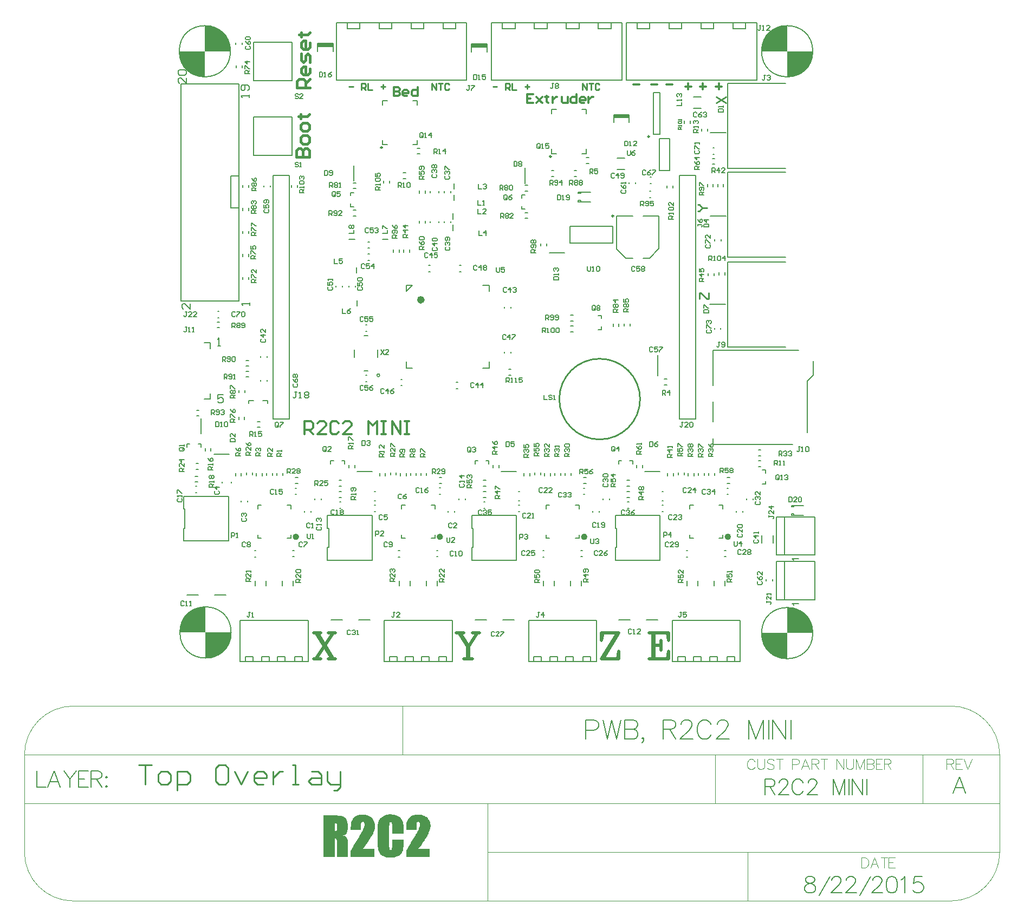
<source format=gto>
%FSLAX44Y44*%
%MOMM*%
G71*
G01*
G75*
G04 Layer_Color=65535*
%ADD10C,0.2000*%
%ADD11R,1.5000X1.5000*%
%ADD12R,1.3500X0.4000*%
%ADD13R,1.2000X2.0000*%
%ADD14R,2.0500X0.2500*%
%ADD15R,0.2500X2.0500*%
%ADD16R,1.7500X2.2500*%
%ADD17R,1.4000X2.1000*%
%ADD18R,0.7000X0.8000*%
%ADD19C,0.1000*%
%ADD20R,1.5000X0.5000*%
%ADD21R,0.6000X1.8000*%
%ADD22R,3.3000X2.7000*%
%ADD23R,1.0000X2.7000*%
%ADD24R,2.5000X0.7000*%
%ADD25R,1.4500X0.5500*%
%ADD26R,1.7000X2.5000*%
%ADD27R,1.9000X1.5000*%
%ADD28R,1.1000X1.1000*%
%ADD29R,2.5000X2.5000*%
%ADD30R,0.2500X1.1500*%
%ADD31R,1.1500X0.2500*%
%ADD32R,1.8500X1.2500*%
%ADD33R,1.7500X6.0000*%
%ADD34R,1.2000X1.1000*%
%ADD35R,1.5000X1.9000*%
%ADD36R,1.6000X1.5000*%
%ADD37R,0.8500X3.3500*%
%ADD38R,1.6000X3.2000*%
%ADD39R,1.4000X1.9000*%
%ADD40R,1.9000X1.4000*%
%ADD41R,2.9000X0.8000*%
%ADD42R,1.1000X1.1000*%
%ADD43R,1.1000X1.2000*%
%ADD44R,1.2500X1.8500*%
%ADD45R,0.5000X1.5000*%
%ADD46R,1.5000X1.6000*%
%ADD47C,0.9000*%
%ADD48C,0.8000*%
%ADD49C,0.5000*%
%ADD50C,0.2500*%
%ADD51C,0.1500*%
%ADD52C,0.7500*%
%ADD53C,0.3000*%
%ADD54C,0.2540*%
%ADD55C,0.0254*%
%ADD56C,0.1905*%
%ADD57C,0.1194*%
%ADD58C,1.1000*%
%ADD59C,1.9000*%
%ADD60C,1.4000*%
%ADD61O,1.3500X2.3500*%
%ADD62C,1.6000*%
%ADD63C,2.9500*%
%ADD64R,1.6000X1.6000*%
%ADD65C,0.5500*%
%ADD66R,3.3000X1.1000*%
%ADD67R,9.0000X3.0000*%
%ADD68C,0.6000*%
%ADD69C,0.1778*%
%ADD70C,0.2032*%
%ADD71C,0.4000*%
%ADD72R,2.4000X0.5500*%
%ADD73R,2.4000X0.5500*%
G36*
X2161220Y980300D02*
X2170220Y973300D01*
X2177220Y964300D01*
X2181220Y954300D01*
Y945300D01*
X2141220D01*
Y985300D01*
X2150220D01*
X2161220Y980300D01*
D02*
G37*
G36*
X1232220Y946300D02*
X1272220D01*
Y937300D01*
X1267220Y926300D01*
X1260220Y917300D01*
X1251220Y910300D01*
X1241220Y906300D01*
X1232220D01*
Y946300D01*
X1192220D01*
Y955300D01*
X1197220Y966300D01*
X1204220Y975300D01*
X1213220Y982300D01*
X1223220Y986300D01*
X1232220D01*
Y946300D01*
D02*
G37*
G36*
X2141220Y905300D02*
X2132220D01*
X2121220Y910300D01*
X2112220Y917300D01*
X2105220Y926300D01*
X2101220Y936300D01*
Y945300D01*
X2141220D01*
Y905300D01*
D02*
G37*
G36*
X1251220Y1890300D02*
X1260220Y1883300D01*
X1267220Y1874300D01*
X1271220Y1864300D01*
Y1855300D01*
X1231220D01*
Y1895300D01*
X1240220D01*
X1251220Y1890300D01*
D02*
G37*
G36*
X1231220Y1815300D02*
X1222220D01*
X1211220Y1820300D01*
X1202220Y1827300D01*
X1195220Y1836300D01*
X1191220Y1846300D01*
Y1855300D01*
X1231220D01*
Y1815300D01*
D02*
G37*
G36*
X2141220Y1855300D02*
X2181220D01*
Y1846300D01*
X2176220Y1835300D01*
X2169220Y1826300D01*
X2160220Y1819300D01*
X2150220Y1815300D01*
X2141220D01*
Y1855300D01*
X2101220D01*
Y1864300D01*
X2106220Y1875300D01*
X2113220Y1884300D01*
X2122220Y1891300D01*
X2132220Y1895300D01*
X2141220D01*
Y1855300D01*
D02*
G37*
G36*
X1478806Y661497D02*
X1479639Y661404D01*
X1480565Y661312D01*
X1481676Y661219D01*
X1482787Y660941D01*
X1485194Y660386D01*
X1487694Y659460D01*
X1488898Y658905D01*
X1490009Y658257D01*
X1491120Y657516D01*
X1492138Y656590D01*
X1492231Y656497D01*
X1492323Y656405D01*
X1492601Y656127D01*
X1492971Y655757D01*
X1493342Y655201D01*
X1493712Y654646D01*
X1494175Y653998D01*
X1494731Y653257D01*
X1495656Y651405D01*
X1496397Y649369D01*
X1497045Y646962D01*
X1497138Y645665D01*
X1497230Y644277D01*
Y644184D01*
Y643999D01*
Y643721D01*
Y643258D01*
X1497138Y642795D01*
X1497045Y642147D01*
X1496860Y640666D01*
X1496582Y638907D01*
X1496027Y636870D01*
X1495379Y634740D01*
X1494453Y632426D01*
Y632333D01*
X1494268Y632148D01*
X1494082Y631778D01*
X1493805Y631130D01*
X1493434Y630389D01*
X1492879Y629463D01*
X1492231Y628352D01*
X1491398Y627056D01*
X1490472Y625482D01*
X1489361Y623631D01*
X1488065Y621686D01*
X1486491Y619372D01*
X1484824Y616872D01*
X1482972Y614095D01*
X1480843Y611039D01*
X1478436Y607706D01*
X1495842D01*
Y595300D01*
X1459271D01*
Y605392D01*
X1459364Y605484D01*
X1459456Y605670D01*
X1459642Y606040D01*
X1459919Y606503D01*
X1460290Y607058D01*
X1460753Y607799D01*
X1461215Y608540D01*
X1461771Y609465D01*
X1462975Y611502D01*
X1464363Y613724D01*
X1465845Y616224D01*
X1467419Y618816D01*
X1470566Y624186D01*
X1472140Y626778D01*
X1473622Y629278D01*
X1474918Y631593D01*
X1476121Y633629D01*
X1476584Y634555D01*
X1477047Y635389D01*
X1477417Y636037D01*
X1477695Y636685D01*
Y636777D01*
X1477788Y636963D01*
X1477973Y637240D01*
X1478158Y637703D01*
X1478621Y638722D01*
X1479176Y640018D01*
X1479732Y641499D01*
X1480195Y643073D01*
X1480565Y644554D01*
X1480658Y645851D01*
Y645943D01*
Y646221D01*
Y646684D01*
X1480565Y647147D01*
X1480380Y648258D01*
X1480195Y648721D01*
X1479917Y649184D01*
Y649276D01*
X1479825Y649369D01*
X1479454Y649739D01*
X1478806Y650017D01*
X1478343Y650202D01*
X1477695D01*
X1477140Y650017D01*
X1476492Y649739D01*
X1476121Y649369D01*
X1475844Y648998D01*
Y648906D01*
X1475751Y648813D01*
X1475658Y648443D01*
X1475566Y647980D01*
X1475381Y647332D01*
X1475288Y646406D01*
X1475195Y645295D01*
Y643999D01*
Y637148D01*
X1459271D01*
Y640295D01*
Y640388D01*
Y640573D01*
Y640851D01*
Y641221D01*
Y642147D01*
X1459364Y643443D01*
Y644740D01*
X1459549Y646221D01*
X1459642Y647610D01*
X1459827Y648813D01*
Y648998D01*
X1459919Y649369D01*
X1460104Y650017D01*
X1460382Y650757D01*
X1460753Y651776D01*
X1461215Y652794D01*
X1461864Y653905D01*
X1462604Y655109D01*
X1462697Y655294D01*
X1463067Y655664D01*
X1463530Y656220D01*
X1464178Y656868D01*
X1465104Y657701D01*
X1466122Y658442D01*
X1467233Y659275D01*
X1468530Y659923D01*
X1468715Y660016D01*
X1469178Y660201D01*
X1470011Y660479D01*
X1471029Y660756D01*
X1472325Y661034D01*
X1473807Y661312D01*
X1475381Y661497D01*
X1477232Y661590D01*
X1478158D01*
X1478806Y661497D01*
D02*
G37*
G36*
X1432700Y660293D02*
X1435107D01*
X1437792Y660108D01*
X1440477Y659923D01*
X1441773Y659830D01*
X1442884Y659738D01*
X1443902Y659553D01*
X1444828Y659368D01*
X1445013D01*
X1445569Y659183D01*
X1446310Y658905D01*
X1447328Y658442D01*
X1448439Y657794D01*
X1449643Y656868D01*
X1450846Y655850D01*
X1451957Y654461D01*
X1452050Y654276D01*
X1452235Y654090D01*
X1452420Y653720D01*
X1452605Y653350D01*
X1452883Y652794D01*
X1453068Y652146D01*
X1453346Y651498D01*
X1453624Y650665D01*
X1453901Y649832D01*
X1454087Y648813D01*
X1454272Y647702D01*
X1454457Y646499D01*
X1454642Y645202D01*
X1454735Y643814D01*
Y642332D01*
Y642240D01*
Y641962D01*
Y641592D01*
Y641129D01*
X1454642Y640481D01*
Y639740D01*
X1454457Y638166D01*
X1454179Y636407D01*
X1453809Y634648D01*
X1453346Y633074D01*
X1452976Y632333D01*
X1452605Y631778D01*
X1452513Y631685D01*
X1452235Y631315D01*
X1451679Y630852D01*
X1450939Y630389D01*
X1450013Y629834D01*
X1448809Y629371D01*
X1447328Y629093D01*
X1445569Y628908D01*
X1445754D01*
X1446310Y628815D01*
X1447143Y628723D01*
X1448069Y628537D01*
X1449087Y628260D01*
X1450198Y627797D01*
X1451124Y627241D01*
X1451957Y626501D01*
X1452050Y626408D01*
X1452235Y626130D01*
X1452605Y625667D01*
X1452976Y625205D01*
X1453716Y623816D01*
X1454087Y623168D01*
X1454272Y622427D01*
Y622334D01*
X1454364Y622057D01*
X1454457Y621501D01*
X1454550Y620575D01*
Y620020D01*
Y619372D01*
X1454642Y618539D01*
Y617705D01*
X1454735Y616687D01*
Y615576D01*
Y614280D01*
Y612891D01*
Y595300D01*
X1437699D01*
Y617242D01*
Y617335D01*
Y617427D01*
Y617983D01*
Y618816D01*
X1437607Y619742D01*
X1437514Y620760D01*
X1437422Y621686D01*
X1437236Y622427D01*
X1437051Y622982D01*
Y623075D01*
X1436959Y623168D01*
X1436774Y623353D01*
X1436496Y623538D01*
X1436125Y623723D01*
X1435663Y623816D01*
X1435107Y624001D01*
X1434366D01*
Y595300D01*
X1416220D01*
Y660386D01*
X1431589D01*
X1432700Y660293D01*
D02*
G37*
G36*
X1565464Y661497D02*
X1566297Y661404D01*
X1567223Y661312D01*
X1568334Y661219D01*
X1569445Y660941D01*
X1571852Y660386D01*
X1574352Y659460D01*
X1575555Y658905D01*
X1576666Y658257D01*
X1577777Y657516D01*
X1578796Y656590D01*
X1578888Y656497D01*
X1578981Y656405D01*
X1579259Y656127D01*
X1579629Y655757D01*
X1579999Y655201D01*
X1580370Y654646D01*
X1580833Y653998D01*
X1581388Y653257D01*
X1582314Y651405D01*
X1583055Y649369D01*
X1583703Y646962D01*
X1583795Y645665D01*
X1583888Y644277D01*
Y644184D01*
Y643999D01*
Y643721D01*
Y643258D01*
X1583795Y642795D01*
X1583703Y642147D01*
X1583518Y640666D01*
X1583240Y638907D01*
X1582684Y636870D01*
X1582036Y634740D01*
X1581110Y632426D01*
Y632333D01*
X1580925Y632148D01*
X1580740Y631778D01*
X1580462Y631130D01*
X1580092Y630389D01*
X1579536Y629463D01*
X1578888Y628352D01*
X1578055Y627056D01*
X1577129Y625482D01*
X1576018Y623631D01*
X1574722Y621686D01*
X1573148Y619372D01*
X1571482Y616872D01*
X1569630Y614095D01*
X1567501Y611039D01*
X1565094Y607706D01*
X1582499D01*
Y595300D01*
X1545929D01*
Y605392D01*
X1546022Y605484D01*
X1546114Y605670D01*
X1546299Y606040D01*
X1546577Y606503D01*
X1546947Y607058D01*
X1547410Y607799D01*
X1547873Y608540D01*
X1548429Y609465D01*
X1549632Y611502D01*
X1551021Y613724D01*
X1552502Y616224D01*
X1554076Y618816D01*
X1557224Y624186D01*
X1558798Y626778D01*
X1560279Y629278D01*
X1561575Y631593D01*
X1562779Y633629D01*
X1563242Y634555D01*
X1563705Y635389D01*
X1564075Y636037D01*
X1564353Y636685D01*
Y636777D01*
X1564445Y636963D01*
X1564631Y637240D01*
X1564816Y637703D01*
X1565279Y638722D01*
X1565834Y640018D01*
X1566390Y641499D01*
X1566853Y643073D01*
X1567223Y644554D01*
X1567316Y645851D01*
Y645943D01*
Y646221D01*
Y646684D01*
X1567223Y647147D01*
X1567038Y648258D01*
X1566853Y648721D01*
X1566575Y649184D01*
Y649276D01*
X1566482Y649369D01*
X1566112Y649739D01*
X1565464Y650017D01*
X1565001Y650202D01*
X1564353D01*
X1563797Y650017D01*
X1563149Y649739D01*
X1562779Y649369D01*
X1562501Y648998D01*
Y648906D01*
X1562409Y648813D01*
X1562316Y648443D01*
X1562224Y647980D01*
X1562038Y647332D01*
X1561946Y646406D01*
X1561853Y645295D01*
Y643999D01*
Y637148D01*
X1545929D01*
Y640295D01*
Y640388D01*
Y640573D01*
Y640851D01*
Y641221D01*
Y642147D01*
X1546022Y643443D01*
Y644740D01*
X1546207Y646221D01*
X1546299Y647610D01*
X1546484Y648813D01*
Y648998D01*
X1546577Y649369D01*
X1546762Y650017D01*
X1547040Y650757D01*
X1547410Y651776D01*
X1547873Y652794D01*
X1548521Y653905D01*
X1549262Y655109D01*
X1549355Y655294D01*
X1549725Y655664D01*
X1550188Y656220D01*
X1550836Y656868D01*
X1551762Y657701D01*
X1552780Y658442D01*
X1553891Y659275D01*
X1555187Y659923D01*
X1555372Y660016D01*
X1555835Y660201D01*
X1556669Y660479D01*
X1557687Y660756D01*
X1558983Y661034D01*
X1560464Y661312D01*
X1562038Y661497D01*
X1563890Y661590D01*
X1564816D01*
X1565464Y661497D01*
D02*
G37*
G36*
X1523154Y661682D02*
X1523987Y661590D01*
X1525653Y661404D01*
X1527690Y661034D01*
X1529727Y660571D01*
X1531856Y659830D01*
X1533801Y658812D01*
X1533893D01*
X1533986Y658719D01*
X1534634Y658257D01*
X1535467Y657608D01*
X1536485Y656775D01*
X1537596Y655664D01*
X1538707Y654461D01*
X1539633Y652979D01*
X1540374Y651405D01*
Y651313D01*
X1540466Y651220D01*
X1540559Y650943D01*
X1540652Y650572D01*
X1540744Y650109D01*
X1540837Y649554D01*
X1541022Y648906D01*
X1541207Y648073D01*
X1541300Y647239D01*
X1541485Y646221D01*
X1541577Y645110D01*
X1541670Y643906D01*
X1541763Y642610D01*
X1541855Y641221D01*
X1541948Y639740D01*
Y638074D01*
Y631222D01*
X1523802D01*
Y643073D01*
Y643166D01*
Y643258D01*
Y643814D01*
Y644554D01*
X1523709Y645480D01*
Y646406D01*
X1523616Y647332D01*
X1523524Y648073D01*
X1523339Y648535D01*
X1523246Y648721D01*
X1522968Y648998D01*
X1522505Y649276D01*
X1521672Y649461D01*
X1521394D01*
X1520839Y649369D01*
X1520191Y648998D01*
X1519913Y648721D01*
X1519728Y648350D01*
Y648258D01*
X1519635Y648073D01*
Y647795D01*
X1519543Y647239D01*
X1519450Y646406D01*
Y645388D01*
X1519358Y644091D01*
Y642517D01*
Y612984D01*
Y612891D01*
Y612798D01*
Y612243D01*
Y611502D01*
X1519450Y610576D01*
Y609650D01*
X1519543Y608725D01*
X1519635Y607892D01*
X1519728Y607336D01*
X1519821Y607151D01*
X1520098Y606873D01*
X1520746Y606503D01*
X1521117Y606410D01*
X1521580Y606318D01*
X1521765D01*
X1522320Y606503D01*
X1522876Y606781D01*
X1523154Y607058D01*
X1523339Y607429D01*
Y607521D01*
X1523431Y607706D01*
X1523524Y608077D01*
X1523616Y608632D01*
Y609465D01*
X1523709Y610484D01*
X1523802Y611872D01*
Y612706D01*
Y613632D01*
Y622427D01*
X1541948D01*
Y619187D01*
Y619094D01*
Y618724D01*
Y618261D01*
Y617520D01*
Y616779D01*
X1541855Y615761D01*
Y614743D01*
X1541763Y613632D01*
X1541577Y611317D01*
X1541300Y608910D01*
X1540929Y606688D01*
X1540744Y605762D01*
X1540466Y604836D01*
Y604744D01*
X1540374Y604651D01*
X1540189Y604096D01*
X1539726Y603262D01*
X1539078Y602244D01*
X1538244Y601040D01*
X1537133Y599837D01*
X1535745Y598541D01*
X1533986Y597244D01*
X1533893D01*
X1533801Y597152D01*
X1533523Y596967D01*
X1533060Y596782D01*
X1532597Y596504D01*
X1532041Y596226D01*
X1531393Y595948D01*
X1530560Y595671D01*
X1528801Y595022D01*
X1526764Y594560D01*
X1524357Y594189D01*
X1521765Y594004D01*
X1520561D01*
X1519913Y594097D01*
X1519172Y594189D01*
X1517413Y594374D01*
X1515376Y594652D01*
X1513340Y595115D01*
X1511210Y595763D01*
X1509266Y596689D01*
X1509173D01*
X1509081Y596782D01*
X1508433Y597244D01*
X1507599Y597800D01*
X1506581Y598726D01*
X1505563Y599744D01*
X1504452Y601040D01*
X1503526Y602614D01*
X1502785Y604281D01*
Y604373D01*
X1502693Y604558D01*
X1502600Y604836D01*
X1502507Y605207D01*
X1502415Y605670D01*
X1502322Y606318D01*
X1502137Y607058D01*
X1502045Y607892D01*
X1501859Y608910D01*
X1501674Y609928D01*
X1501582Y611132D01*
X1501489Y612428D01*
X1501396Y613817D01*
X1501304Y615391D01*
X1501211Y616965D01*
Y618724D01*
Y637240D01*
Y637333D01*
Y637518D01*
Y637888D01*
Y638351D01*
Y638999D01*
Y639647D01*
X1501304Y641129D01*
Y642888D01*
X1501396Y644554D01*
X1501489Y646221D01*
X1501674Y647702D01*
Y647887D01*
X1501767Y648350D01*
X1501952Y648998D01*
X1502230Y649924D01*
X1502600Y650943D01*
X1503063Y652054D01*
X1503711Y653350D01*
X1504544Y654553D01*
X1504637Y654738D01*
X1505007Y655109D01*
X1505563Y655757D01*
X1506303Y656497D01*
X1507322Y657331D01*
X1508525Y658164D01*
X1509821Y659090D01*
X1511395Y659830D01*
X1511488D01*
X1511581Y659923D01*
X1511858Y660016D01*
X1512136Y660108D01*
X1513062Y660479D01*
X1514265Y660849D01*
X1515747Y661127D01*
X1517413Y661497D01*
X1519265Y661682D01*
X1521302Y661775D01*
X1522598D01*
X1523154Y661682D01*
D02*
G37*
%LPC*%
G36*
X1434366Y647980D02*
Y635481D01*
X1434922D01*
X1435292Y635574D01*
X1436033Y635759D01*
X1436774Y636037D01*
X1436959Y636222D01*
X1437051Y636407D01*
X1437236Y636777D01*
X1437422Y637333D01*
X1437514Y638074D01*
X1437699Y639092D01*
Y640388D01*
Y643906D01*
Y643999D01*
Y644369D01*
Y644740D01*
X1437607Y645295D01*
X1437329Y646406D01*
X1437144Y646869D01*
X1436866Y647239D01*
X1436681Y647332D01*
X1436218Y647610D01*
X1435477Y647887D01*
X1434366Y647980D01*
D02*
G37*
%LPD*%
D10*
X1504456Y1348486D02*
G03*
X1504456Y1348486I-2236J0D01*
G01*
X2181220Y1855300D02*
G03*
X2181220Y1855300I-40000J0D01*
G01*
X1272220Y946300D02*
G03*
X1272220Y946300I-40000J0D01*
G01*
X2181220Y945300D02*
G03*
X2181220Y945300I-40000J0D01*
G01*
X1271220Y1855300D02*
G03*
X1271220Y1855300I-40000J0D01*
G01*
X1230362Y1399300D02*
X1239362D01*
Y1390300D02*
Y1399300D01*
X1230362Y1311300D02*
X1239362D01*
Y1320300D01*
X1480220Y1410486D02*
X1486221D01*
X1480220Y1355486D02*
X1486221D01*
X1501221Y1376486D02*
Y1388486D01*
X1465220Y1376486D02*
Y1388486D01*
X1545721Y1489550D02*
X1555721D01*
X1545721Y1479550D02*
Y1489550D01*
Y1479550D02*
X1555721Y1489550D01*
X1665720D02*
X1675720D01*
Y1479550D02*
Y1489550D01*
Y1359550D02*
Y1369550D01*
X1665720Y1359550D02*
X1675720D01*
X1545721D02*
X1555721D01*
X1545721D02*
Y1369550D01*
X1198220Y1109300D02*
X1200220D01*
X1198220Y1089300D02*
X1268220D01*
X1198220Y1159300D02*
X1268220D01*
Y1089300D02*
Y1159300D01*
X1198220Y1139300D02*
Y1159300D01*
Y1089300D02*
Y1109300D01*
Y1139300D02*
X1200220D01*
Y1109300D02*
Y1139300D01*
X1436470Y1810300D02*
X1640470D01*
X1436470D02*
Y1900300D01*
X1640470D01*
Y1810300D02*
Y1900300D01*
X1623470Y1890300D02*
Y1900300D01*
X1603470Y1890300D02*
X1623470D01*
X1603470D02*
Y1900300D01*
X1553470Y1890300D02*
Y1900300D01*
Y1890300D02*
X1573470D01*
Y1900300D01*
X1503470Y1890300D02*
Y1900300D01*
Y1890300D02*
X1523470D01*
Y1900300D01*
X1453470Y1890300D02*
Y1900300D01*
Y1890300D02*
X1473470D01*
Y1900300D01*
X1286584Y900550D02*
Y965550D01*
Y900550D02*
X1392756D01*
Y965550D01*
X1286584D02*
X1392756D01*
X1294670Y900550D02*
Y908050D01*
X1306670D01*
Y900550D02*
Y908050D01*
X1331670Y900550D02*
Y908050D01*
X1319670D02*
X1331670D01*
X1319670Y900550D02*
Y908050D01*
X1356670Y900550D02*
Y908050D01*
X1344670D02*
X1356670D01*
X1344670Y900550D02*
Y908050D01*
X1383670Y900550D02*
Y908050D01*
X1371670D02*
X1383670D01*
X1371670Y900550D02*
Y908050D01*
X1938744Y1347526D02*
Y1380026D01*
X1307220Y1692300D02*
Y1752300D01*
X1367220D01*
Y1692300D02*
Y1752300D01*
X1307220Y1692300D02*
X1367220D01*
X1509220Y1709300D02*
X1516220D01*
X1509220D02*
Y1716300D01*
X1556220Y1709300D02*
X1563220D01*
Y1716300D01*
X1509220Y1778300D02*
X1516220D01*
X1509220Y1771300D02*
Y1778300D01*
X1556220D02*
X1563220D01*
Y1771300D02*
Y1778300D01*
X1726470Y1608300D02*
X1731470D01*
X1726470D02*
Y1612800D01*
Y1630300D02*
X1731470D01*
X1726470Y1625800D02*
Y1630300D01*
X1321362Y1308550D02*
X1329362D01*
Y1304550D02*
Y1308550D01*
X1299362D02*
X1307362D01*
X1299362Y1304550D02*
Y1308550D01*
X1801720Y1581300D02*
X1868720D01*
X1801720Y1555300D02*
X1868720D01*
Y1581300D01*
X1801720Y1555300D02*
Y1581300D01*
X1941220Y1668950D02*
Y1718950D01*
X1957220Y1668950D02*
Y1718950D01*
X1941220D02*
X1957220D01*
X1941220Y1668950D02*
X1957220D01*
X1814720Y1632800D02*
X1818720D01*
Y1634800D01*
Y1632800D02*
Y1634800D01*
X1814720Y1632800D02*
Y1634800D01*
X1818720Y1619800D02*
Y1621800D01*
X1814720Y1619800D02*
Y1621800D01*
Y1632800D02*
Y1634800D01*
Y1619800D02*
X1833720D01*
X1814720Y1634800D02*
X1833720D01*
X1814720Y1619800D02*
Y1621800D01*
X1818720D01*
X1893970Y1744301D02*
Y1756301D01*
X1869970Y1744301D02*
Y1756301D01*
X1893970D01*
X1431470Y1855300D02*
Y1867300D01*
X1407470Y1855300D02*
Y1867300D01*
X1431470D01*
X2001920Y1019299D02*
Y1027300D01*
X1984919Y1019299D02*
Y1027300D01*
X1510720Y1649050D02*
Y1653050D01*
X1519720Y1649050D02*
Y1653050D01*
X1365720Y1139800D02*
Y1145550D01*
X1359970D02*
X1365720D01*
X1313720D02*
X1319470D01*
X1313720Y1139800D02*
Y1145550D01*
Y1093550D02*
Y1099300D01*
Y1093550D02*
X1319470D01*
X1359970D02*
X1365720D01*
Y1099300D01*
X2048320Y1666000D02*
X2138430D01*
X2048320Y1533000D02*
X2138430D01*
X2048320D02*
Y1666000D01*
X2184220Y1067300D02*
X2184220Y1127300D01*
X2124220Y1067300D02*
X2184220D01*
X2137220D02*
X2137220Y1127300D01*
X2124220Y1067300D02*
Y1127300D01*
X2124220D02*
X2184220D01*
X2021220Y1728300D02*
X2045220D01*
X1932220Y1790300D02*
X1942220D01*
Y1725300D02*
Y1790300D01*
X1932220Y1725300D02*
X1942220D01*
X1932220D02*
Y1790300D01*
X1620220Y1639800D02*
Y1648801D01*
X1272120Y1660500D02*
X1284120D01*
X1272120Y1610500D02*
Y1660500D01*
Y1610500D02*
X1284120D01*
Y1464500D02*
Y1804500D01*
X1194120D02*
X1284120D01*
X1194120Y1464500D02*
Y1804500D01*
Y1464500D02*
X1284120D01*
X1972520Y1661200D02*
X1997920D01*
X1972520Y1280200D02*
X1997920D01*
X1972520D02*
Y1299250D01*
Y1661200D01*
X1997920Y1280200D02*
Y1661200D01*
X1994720Y1765800D02*
X2006720D01*
X1994720Y1783800D02*
X2006720D01*
X1583220Y1587300D02*
Y1589300D01*
X1597220Y1587300D02*
Y1589300D01*
X1926720Y1658800D02*
X1928720D01*
X1926720Y1648800D02*
X1928720D01*
X1916220Y1597800D02*
X1940970D01*
X1874970D02*
X1899720D01*
X1940970Y1546800D02*
Y1597800D01*
X1888970Y1531800D02*
X1899720D01*
X1874970Y1545800D02*
X1888970Y1531800D01*
X1874970Y1545800D02*
Y1597800D01*
X1925970Y1531800D02*
X1940970Y1546800D01*
X1916220Y1531800D02*
X1925970D01*
X1428270Y966300D02*
X1446270D01*
X1471270D02*
X1489270D01*
X2024970Y1387550D02*
X2158970D01*
X2024970Y1332550D02*
Y1387550D01*
Y1275550D02*
Y1307550D01*
Y1240550D02*
Y1249550D01*
Y1240550D02*
X2149970D01*
X2172970Y1258550D02*
Y1339550D01*
X2181970Y1348550D01*
Y1370550D01*
X2040720Y1139801D02*
Y1145551D01*
X2034970D02*
X2040720D01*
X1988720D02*
X1994470D01*
X1988720Y1139801D02*
Y1145551D01*
Y1093551D02*
Y1099301D01*
Y1093551D02*
X1994470D01*
X2034970D02*
X2040720D01*
Y1099301D01*
X1816220Y1139800D02*
Y1145550D01*
X1810470D02*
X1816220D01*
X1764220D02*
X1769970D01*
X1764220Y1139800D02*
Y1145550D01*
Y1093550D02*
Y1099300D01*
Y1093550D02*
X1769970D01*
X1810470D02*
X1816220D01*
Y1099300D01*
X1590720Y1139800D02*
Y1145550D01*
X1584970D02*
X1590720D01*
X1538720D02*
X1544470D01*
X1538720Y1139800D02*
Y1145550D01*
Y1093550D02*
Y1099300D01*
Y1093550D02*
X1544470D01*
X1584970D02*
X1590720D01*
Y1099300D01*
X1875720Y1670050D02*
X1887720D01*
X1875720Y1688050D02*
X1887720D01*
X1827220Y1680050D02*
X1831220D01*
X1827220Y1689050D02*
X1831220D01*
X1808220Y1668800D02*
X1812220D01*
X1808220Y1659800D02*
X1812220D01*
X1563220Y1694800D02*
X1567220D01*
X1563220Y1703800D02*
X1567220D01*
X1540970Y1665051D02*
X1544970D01*
X1540970Y1656050D02*
X1544970D01*
X1773220Y1695300D02*
X1780220D01*
X1773220D02*
Y1702300D01*
X1820220Y1695300D02*
X1827220D01*
Y1702300D01*
X1773220Y1764300D02*
X1780220D01*
X1773220Y1757300D02*
Y1764300D01*
X1820220D02*
X1827220D01*
Y1757300D02*
Y1764300D01*
X1949220Y1342800D02*
X1953220D01*
X1949220Y1333800D02*
X1953220D01*
X1765220Y1550800D02*
Y1554800D01*
X1756220Y1550800D02*
Y1554800D01*
X1769720Y1540050D02*
X1793720D01*
X1889471Y1810300D02*
X2093471D01*
X1889471D02*
Y1900300D01*
X2093471D01*
Y1810300D02*
Y1900300D01*
X2076471Y1890300D02*
Y1900300D01*
X2056471Y1890300D02*
X2076471D01*
X2056471D02*
Y1900300D01*
X2006471Y1890300D02*
Y1900300D01*
Y1890300D02*
X2026471D01*
Y1900300D01*
X1956471Y1890300D02*
Y1900300D01*
Y1890300D02*
X1976471D01*
Y1900300D01*
X1906471Y1890300D02*
Y1900300D01*
Y1890300D02*
X1926471D01*
Y1900300D01*
X1837257Y1134566D02*
Y1136566D01*
X1847257Y1134566D02*
Y1136566D01*
X2034720Y1505300D02*
Y1509300D01*
X2043720Y1505300D02*
Y1509300D01*
X2017720Y1504300D02*
Y1508300D01*
X2026720Y1504300D02*
Y1508300D01*
X1313112Y1276050D02*
X1317112D01*
X1313112Y1267050D02*
X1317112D01*
X1705720Y1348800D02*
X1709720D01*
X1705720Y1357800D02*
X1709720D01*
X1759220Y1064550D02*
X1761220D01*
X1759220Y1074550D02*
X1761220D01*
X2071707Y1134566D02*
Y1136566D01*
X2061707Y1134566D02*
Y1136566D01*
X1225220Y1257300D02*
Y1281300D01*
X1671970Y1854550D02*
Y1866550D01*
X1647970Y1854550D02*
Y1866550D01*
X1671970D01*
X2048320Y1805000D02*
X2138430D01*
X2048320Y1672000D02*
X2138430D01*
X2048320D02*
Y1805000D01*
X2048320Y1526000D02*
X2138430D01*
X2048320Y1393000D02*
X2138430D01*
X2048320D02*
Y1526000D01*
X1343720Y1191879D02*
Y1195879D01*
X1352720Y1191879D02*
Y1195879D01*
X1794220Y1191879D02*
Y1195879D01*
X1803220Y1191879D02*
Y1195879D01*
X1778220Y1191879D02*
Y1195879D01*
X1787220Y1191879D02*
Y1195879D01*
X1762220Y1191629D02*
Y1195629D01*
X1771220Y1191629D02*
Y1195629D01*
X1575720Y1586300D02*
Y1590300D01*
X1566720Y1586300D02*
Y1590300D01*
X2016720Y1643300D02*
Y1647300D01*
X2025720Y1643300D02*
Y1647300D01*
X1534971Y1541300D02*
Y1545300D01*
X1525970Y1541300D02*
Y1545300D01*
X2032720Y1643300D02*
Y1647300D01*
X2041720Y1643300D02*
Y1647300D01*
X1375720Y1642300D02*
Y1646300D01*
X1366720Y1642300D02*
Y1646300D01*
X1550971Y1541300D02*
Y1545300D01*
X1541971Y1541300D02*
Y1545300D01*
X2024220Y1678800D02*
X2028220D01*
X2024220Y1687800D02*
X2028220D01*
X1575720Y1633300D02*
Y1637300D01*
X1566720Y1633300D02*
Y1637300D01*
X1581221Y1520300D02*
X1583221D01*
X1581221Y1510300D02*
X1583221D01*
X1583220Y1634300D02*
Y1636300D01*
X1597220Y1634300D02*
Y1636300D01*
X1367220Y1809300D02*
Y1869300D01*
X1307220Y1809300D02*
X1367220D01*
X1307220D02*
Y1869300D01*
X1367220D01*
X1869220Y1425050D02*
Y1429050D01*
X1878220Y1425050D02*
Y1429050D01*
X1890657Y1184301D02*
X1894657D01*
X1890657Y1175300D02*
X1894657D01*
X1666207Y1184301D02*
X1670207D01*
X1666207Y1175300D02*
X1670207D01*
X1980171Y1192630D02*
Y1196630D01*
X1971170Y1192630D02*
Y1196630D01*
X1755720Y1192629D02*
Y1196629D01*
X1746720Y1192629D02*
Y1196629D01*
X1295362Y1355050D02*
X1299362D01*
X1295362Y1346050D02*
X1299362D01*
X1295362Y1371801D02*
X1299362D01*
X1295362Y1362800D02*
X1299362D01*
X1250220Y1431801D02*
X1254220D01*
X1250220Y1422800D02*
X1254220D01*
X1293862Y1321300D02*
Y1325300D01*
X1284862Y1321300D02*
Y1325300D01*
X1290720Y1642300D02*
Y1646300D01*
X1299720Y1642300D02*
Y1646300D01*
X1290720Y1606300D02*
Y1610300D01*
X1299720Y1606300D02*
Y1610300D01*
X1290720Y1570300D02*
Y1574300D01*
X1299720Y1570300D02*
Y1574300D01*
X1293112Y1279300D02*
Y1283300D01*
X1284112Y1279300D02*
Y1283300D01*
X1290720Y1534300D02*
Y1538300D01*
X1299720Y1534300D02*
Y1538300D01*
X1290720Y1498300D02*
Y1502300D01*
X1299720Y1498300D02*
Y1502300D01*
X1289220Y1829300D02*
Y1833300D01*
X1280220Y1829300D02*
Y1833300D01*
X2047420Y1179379D02*
X2051420D01*
X2047420Y1188380D02*
X2051420D01*
X1822970Y1179379D02*
X1826970D01*
X1822970Y1188379D02*
X1826970D01*
X1890657Y1157300D02*
X1894657D01*
X1890657Y1166300D02*
X1894657D01*
X1666207Y1157300D02*
X1670207D01*
X1666207Y1166300D02*
X1670207D01*
X1954170Y1191379D02*
Y1195379D01*
X1963170Y1191379D02*
Y1195379D01*
X1986670Y1191629D02*
Y1195629D01*
X1995670Y1191629D02*
Y1195629D01*
X2002670Y1191879D02*
Y1195879D01*
X2011670Y1191879D02*
Y1195879D01*
X2018670Y1191879D02*
Y1195879D01*
X2027670Y1191879D02*
Y1195879D01*
X1729720Y1191379D02*
Y1195379D01*
X1738720Y1191379D02*
Y1195379D01*
X1440757Y1184301D02*
X1444757D01*
X1440757Y1175300D02*
X1444757D01*
X1217220Y1210800D02*
X1221220D01*
X1217220Y1201800D02*
X1221220D01*
X1530270Y1192630D02*
Y1196630D01*
X1521270Y1192630D02*
Y1196630D01*
X1305220Y1192630D02*
Y1196630D01*
X1296220Y1192630D02*
Y1196630D01*
X1552020Y1019299D02*
Y1027300D01*
X1535020Y1019299D02*
Y1027300D01*
X1594020Y1019299D02*
Y1027300D01*
X1577020Y1019299D02*
Y1027300D01*
X1326970Y1019299D02*
Y1027300D01*
X1309969Y1019299D02*
Y1027300D01*
X1368970Y1019299D02*
Y1027300D01*
X1351970Y1019299D02*
Y1027300D01*
X1372471Y1179379D02*
X1376471D01*
X1372471Y1188379D02*
X1376471D01*
X1440758Y1157300D02*
X1444758D01*
X1440758Y1166300D02*
X1444758D01*
X1216220Y1181800D02*
X1220220D01*
X1216220Y1190800D02*
X1220220D01*
X1504270Y1191379D02*
Y1195379D01*
X1513270Y1191379D02*
Y1195379D01*
X1536770Y1191629D02*
Y1195630D01*
X1545770Y1191629D02*
Y1195630D01*
X1552720Y1191879D02*
Y1195879D01*
X1561720Y1191879D02*
Y1195879D01*
X1568770Y1191880D02*
Y1195879D01*
X1577770Y1191880D02*
Y1195879D01*
X1279220Y1191300D02*
Y1195300D01*
X1288220Y1191300D02*
Y1195300D01*
X1311720Y1191629D02*
Y1195629D01*
X1320720Y1191629D02*
Y1195629D01*
X1327720Y1191879D02*
Y1195879D01*
X1336720Y1191879D02*
Y1195879D01*
X1845720Y1442050D02*
X1850720D01*
Y1437550D02*
Y1442050D01*
X1845720Y1420050D02*
X1850720D01*
Y1424550D01*
X1877657Y1209800D02*
Y1214800D01*
X1882157D01*
X1899657Y1209800D02*
Y1214800D01*
X1895157D02*
X1899657D01*
X1653207Y1209800D02*
Y1214800D01*
X1657707D01*
X1675207Y1209800D02*
Y1214800D01*
X1670707D02*
X1675207D01*
X1427757Y1209800D02*
Y1214800D01*
X1432257D01*
X1449757Y1209800D02*
Y1214800D01*
X1445257D02*
X1449757D01*
X1203220Y1236300D02*
Y1241300D01*
X1207720D01*
X1225220Y1236300D02*
Y1241300D01*
X1220720D02*
X1225220D01*
X1872720Y1079300D02*
X1874720D01*
X1872720Y1059300D02*
X1942720D01*
X1872720Y1129300D02*
X1942720D01*
Y1059300D02*
Y1129300D01*
X1872720Y1109300D02*
Y1129300D01*
Y1059300D02*
Y1079300D01*
Y1109300D02*
X1874720D01*
Y1079300D02*
Y1109300D01*
X1648220Y1079300D02*
X1650220D01*
X1648220Y1059300D02*
X1718220D01*
X1648220Y1129300D02*
X1718220D01*
Y1059300D02*
Y1129300D01*
X1648220Y1109300D02*
Y1129300D01*
Y1059300D02*
Y1079300D01*
Y1109300D02*
X1650220D01*
Y1079300D02*
Y1109300D01*
X1422720Y1079300D02*
X1424720D01*
X1422720Y1059300D02*
X1492720D01*
X1422720Y1129300D02*
X1492720D01*
Y1059300D02*
Y1129300D01*
X1422720Y1109300D02*
Y1129300D01*
Y1059300D02*
Y1079300D01*
Y1109300D02*
X1424720D01*
Y1079300D02*
Y1109300D01*
X1456721Y1561100D02*
X1465721D01*
X1508721D02*
X1517721D01*
X1468770Y1456800D02*
Y1465800D01*
X1468220Y1508550D02*
Y1517550D01*
X1619220Y1574800D02*
Y1583801D01*
X1620220Y1621800D02*
Y1630801D01*
X1619220Y1592800D02*
Y1601801D01*
X1678919Y1810300D02*
X1882919D01*
X1678919D02*
Y1900300D01*
X1882919D01*
Y1810300D02*
Y1900300D01*
X1865919Y1890300D02*
Y1900300D01*
X1845919Y1890300D02*
X1865919D01*
X1845919D02*
Y1900300D01*
X1795919Y1890300D02*
Y1900300D01*
Y1890300D02*
X1815919D01*
Y1900300D01*
X1745919Y1890300D02*
Y1900300D01*
Y1890300D02*
X1765919D01*
Y1900300D01*
X1695919Y1890300D02*
Y1900300D01*
Y1890300D02*
X1715919D01*
Y1900300D01*
X1961884Y900550D02*
Y965550D01*
Y900550D02*
X2068056D01*
Y965550D01*
X1961884D02*
X2068056D01*
X1969970Y900550D02*
Y908050D01*
X1981970D01*
Y900550D02*
Y908050D01*
X2006970Y900550D02*
Y908050D01*
X1994970D02*
X2006970D01*
X1994970Y900550D02*
Y908050D01*
X2031970Y900550D02*
Y908050D01*
X2019970D02*
X2031970D01*
X2019970Y900550D02*
Y908050D01*
X2058970Y900550D02*
Y908050D01*
X2046970D02*
X2058970D01*
X2046970Y900550D02*
Y908050D01*
X1737084Y900550D02*
Y965550D01*
Y900550D02*
X1843256D01*
Y965550D01*
X1737084D02*
X1843256D01*
X1745170Y900550D02*
Y908050D01*
X1757170D01*
Y900550D02*
Y908050D01*
X1782170Y900550D02*
Y908050D01*
X1770170D02*
X1782170D01*
X1770170Y900550D02*
Y908050D01*
X1807170Y900550D02*
Y908050D01*
X1795170D02*
X1807170D01*
X1795170Y900550D02*
Y908050D01*
X1834170Y900550D02*
Y908050D01*
X1822170D02*
X1834170D01*
X1822170Y900550D02*
Y908050D01*
X1511634Y900550D02*
Y965550D01*
Y900550D02*
X1617806D01*
Y965550D01*
X1511634D02*
X1617806D01*
X1519720Y900550D02*
Y908050D01*
X1531720D01*
Y900550D02*
Y908050D01*
X1556720Y900550D02*
Y908050D01*
X1544720D02*
X1556720D01*
X1544720Y900550D02*
Y908050D01*
X1581720Y900550D02*
Y908050D01*
X1569720D02*
X1581720D01*
X1569720Y900550D02*
Y908050D01*
X1608720Y900550D02*
Y908050D01*
X1596720D02*
X1608720D01*
X1596720Y900550D02*
Y908050D01*
X1463720Y1652550D02*
Y1676550D01*
X1731470Y1648800D02*
Y1672800D01*
X2020490Y1459300D02*
X2044490D01*
X1918657Y1197800D02*
X1942657D01*
X1694207Y1197800D02*
X1718207D01*
X2021490Y1597800D02*
X2045490D01*
X1468757Y1197800D02*
X1492757D01*
X1245220Y1225300D02*
X1269220D01*
X1279720Y1866300D02*
Y1868300D01*
X1289720Y1866300D02*
Y1868300D01*
X1333220Y1643300D02*
Y1645300D01*
X1323220Y1643300D02*
Y1645300D01*
X1891670Y1140630D02*
X1893670D01*
X1891670Y1150630D02*
X1893670D01*
X1667220Y1140629D02*
X1669220D01*
X1667220Y1150629D02*
X1669220D01*
X1486221Y1528300D02*
X1488221D01*
X1486221Y1538300D02*
X1488221D01*
X1822970Y1172129D02*
X1824970D01*
X1822970Y1162129D02*
X1824970D01*
X1446221Y1486300D02*
Y1488300D01*
X1436221Y1486300D02*
Y1488300D01*
X1466221Y1486300D02*
Y1488300D01*
X1456221Y1486300D02*
Y1488300D01*
X2043420Y1074800D02*
X2045420D01*
X2043420Y1064800D02*
X2045420D01*
X1709220Y1383300D02*
Y1385300D01*
X1699220Y1383300D02*
Y1385300D01*
X1537720Y1342300D02*
X1539720D01*
X1537720Y1332300D02*
X1539720D01*
X1624220Y1327300D02*
X1626220D01*
X1624220Y1337300D02*
X1626220D01*
X1699220Y1453300D02*
Y1455300D01*
X1709220Y1453300D02*
Y1455300D01*
X1216720Y1164880D02*
X1218720D01*
X1216720Y1174880D02*
X1218720D01*
X2047420Y1172130D02*
X2049420D01*
X2047420Y1162130D02*
X2049420D01*
X1533770Y1064550D02*
X1535770D01*
X1533770Y1074550D02*
X1535770D01*
X1368470Y1064800D02*
X1370470D01*
X1368470Y1074800D02*
X1370470D01*
X1597520Y1172300D02*
X1599520D01*
X1597520Y1162300D02*
X1599520D01*
X1372470Y1172130D02*
X1374470D01*
X1372470Y1162130D02*
X1374470D01*
X1621470Y1134566D02*
Y1136566D01*
X1611470Y1134566D02*
Y1136566D01*
X1386757Y1134566D02*
Y1136566D01*
X1396757Y1134566D02*
Y1136566D01*
X1819470Y1019300D02*
Y1027300D01*
X1802470Y1019300D02*
Y1027300D01*
X1777470Y1019300D02*
Y1027300D01*
X1760470Y1019300D02*
Y1027300D01*
X2043920Y1019299D02*
Y1027300D01*
X2026919Y1019299D02*
Y1027300D01*
X1288220Y1150300D02*
Y1152300D01*
X1298220Y1150300D02*
Y1152300D01*
X1272220Y1180300D02*
Y1182300D01*
X1258220Y1180300D02*
Y1182300D01*
X1495770Y1135630D02*
X1497770D01*
X1495770Y1145630D02*
X1497770D01*
X1495770Y1166300D02*
X1497770D01*
X1495770Y1152300D02*
X1497770D01*
X1721220Y1135629D02*
X1723220D01*
X1721220Y1145629D02*
X1723220D01*
X1721220Y1166300D02*
X1723220D01*
X1721220Y1152300D02*
X1723220D01*
X1945670Y1135630D02*
X1947670D01*
X1945670Y1145630D02*
X1947670D01*
X1945670Y1166300D02*
X1947670D01*
X1945670Y1152300D02*
X1947670D01*
X1308720Y1064550D02*
X1310720D01*
X1308720Y1074550D02*
X1310720D01*
X1593520Y1074800D02*
X1595520D01*
X1593520Y1064800D02*
X1595520D01*
X1818970Y1074800D02*
X1820970D01*
X1818970Y1064800D02*
X1820970D01*
X1983670Y1064550D02*
X1985670D01*
X1983670Y1074550D02*
X1985670D01*
X1402957Y1153800D02*
Y1155800D01*
X1412957Y1153800D02*
Y1155800D01*
X1628220Y1153800D02*
Y1155800D01*
X1638220Y1153800D02*
Y1155800D01*
X1853457Y1153800D02*
Y1155800D01*
X1863457Y1153800D02*
Y1155800D01*
X2077907Y1153800D02*
Y1155800D01*
X2087907Y1153800D02*
Y1155800D01*
X1802720Y1442551D02*
X1806720D01*
X1802720Y1433550D02*
X1806720D01*
X1802720Y1425551D02*
X1806720D01*
X1802720Y1416550D02*
X1806720D01*
X1218220Y1293801D02*
X1222220D01*
X1218220Y1284800D02*
X1222220D01*
X2016720Y1730300D02*
Y1734300D01*
X2007720Y1730300D02*
Y1734300D01*
X1690708Y1203800D02*
Y1207800D01*
X1681707Y1203800D02*
Y1207800D01*
X1915157Y1203801D02*
Y1207801D01*
X1906157Y1203801D02*
Y1207801D01*
X1465258Y1203801D02*
Y1207801D01*
X1456257Y1203801D02*
Y1207801D01*
X1240720Y1230300D02*
Y1234300D01*
X1231720Y1230300D02*
Y1234300D01*
X1895471Y1425550D02*
Y1429550D01*
X1886470Y1425550D02*
Y1429550D01*
X1441770Y1150300D02*
X1443770D01*
X1441770Y1140300D02*
X1443770D01*
X2108220Y1027300D02*
Y1029300D01*
X2118220Y1027300D02*
Y1029300D01*
X1337520Y1661200D02*
X1362920D01*
X1337520Y1280200D02*
X1362920D01*
X1337520D02*
Y1299250D01*
Y1661200D01*
X1362920Y1280200D02*
Y1661200D01*
X2184220Y997300D02*
X2184220Y1057300D01*
X2124220Y997300D02*
X2184220D01*
X2137220D02*
X2137220Y1057300D01*
X2124220Y997300D02*
Y1057300D01*
X2124220D02*
X2184220D01*
X2119220Y1086300D02*
Y1098300D01*
X2101220Y1086300D02*
Y1098300D01*
X2147720Y1131800D02*
X2151720D01*
X2147720Y1129800D02*
Y1131800D01*
Y1144800D02*
X2166720D01*
X2147720Y1129800D02*
X2166720D01*
X2147720Y1142800D02*
Y1144800D01*
Y1129800D02*
Y1131800D01*
X2151720Y1129800D02*
Y1131800D01*
X2147720Y1142800D02*
Y1144800D01*
X2151720Y1142800D02*
Y1144800D01*
Y1142800D02*
Y1144800D01*
X2147720Y1142800D02*
X2151720D01*
X2102220Y1200300D02*
X2107220D01*
Y1195800D02*
Y1200300D01*
X2102220Y1178300D02*
X2107220D01*
Y1182800D01*
X2096220Y1205800D02*
X2100220D01*
X2096220Y1214800D02*
X2100220D01*
X2096220Y1231801D02*
X2100220D01*
X2096220Y1222800D02*
X2100220D01*
X1328362Y1339300D02*
Y1341300D01*
X1318362Y1339300D02*
Y1341300D01*
Y1376300D02*
Y1378300D01*
X1328362Y1376300D02*
Y1378300D01*
X1251220Y1438300D02*
X1253220D01*
X1251220Y1448300D02*
X1253220D01*
X2025220Y1704300D02*
X2027220D01*
X2025220Y1694300D02*
X2027220D01*
X2028220Y1559050D02*
Y1561050D01*
X2038220Y1559050D02*
Y1561050D01*
X2027470Y1420550D02*
Y1422550D01*
X2037470Y1420550D02*
Y1422550D01*
X1597520Y1179379D02*
X1601520D01*
X1597520Y1188380D02*
X1601520D01*
X1482220Y1348300D02*
X1484220D01*
X1482220Y1338300D02*
X1484220D01*
X1482220Y1417300D02*
X1484220D01*
X1482220Y1427300D02*
X1484220D01*
X1486221Y1547300D02*
X1488221D01*
X1486221Y1557300D02*
X1488221D01*
X1629220Y1510300D02*
X1631221D01*
X1629220Y1520300D02*
X1631221D01*
X1615220Y1587300D02*
Y1589300D01*
X1605220Y1587300D02*
Y1589300D01*
X1615220Y1634300D02*
Y1636300D01*
X1605220Y1634300D02*
Y1636300D01*
X1203120Y1005380D02*
X1221120D01*
X1246120D02*
X1264120D01*
X1878170Y966300D02*
X1896170D01*
X1921170D02*
X1939170D01*
X1653720D02*
X1671720D01*
X1696720D02*
X1714720D01*
X1926220Y1636300D02*
X1928220D01*
X1926220Y1626300D02*
X1928220D01*
X1904220Y1648550D02*
Y1650550D01*
X1894220Y1648550D02*
Y1650550D01*
X1980720Y1742300D02*
Y1746300D01*
X1989720Y1742300D02*
Y1746300D01*
X1962720Y1641300D02*
Y1645300D01*
X1953720Y1641300D02*
Y1645300D01*
X1458970Y1612300D02*
X1463970D01*
X1458970D02*
Y1616800D01*
Y1634300D02*
X1463970D01*
X1458970Y1629800D02*
Y1634300D01*
X1731470Y1645551D02*
X1735470D01*
X1731470Y1636550D02*
X1735470D01*
X1463470Y1649550D02*
X1467470D01*
X1463470Y1640550D02*
X1467470D01*
X1731470Y1603051D02*
X1735470D01*
X1731470Y1594050D02*
X1735470D01*
X1463470Y1607050D02*
X1467470D01*
X1463470Y1598050D02*
X1467470D01*
X1772720Y1668800D02*
X1776720D01*
X1772720Y1659800D02*
X1776720D01*
X2151127Y1059300D02*
X2150650Y1060252D01*
X2149222Y1061681D01*
X2159220D01*
X2151127Y989300D02*
X2150650Y990252D01*
X2149222Y991681D01*
X2159220D01*
D49*
X1375962Y1095928D02*
G03*
X1375962Y1095928I-2500J0D01*
G01*
X2050962Y1095929D02*
G03*
X2050962Y1095929I-2500J0D01*
G01*
X1826462Y1095928D02*
G03*
X1826462Y1095928I-2500J0D01*
G01*
X1600962D02*
G03*
X1600962Y1095928I-2500J0D01*
G01*
X1405029Y945292D02*
X1429785Y905300D01*
X1406933Y945292D02*
X1431690Y905300D01*
Y945292D02*
X1405029Y905300D01*
X1401220Y945292D02*
X1412646D01*
X1424072D02*
X1435499D01*
X1401220Y905300D02*
X1412646D01*
X1424072D02*
X1435499D01*
X1628029Y945292D02*
X1641359Y924344D01*
Y905300D01*
X1629933Y945292D02*
X1643264Y924344D01*
Y905300D01*
X1656594Y945292D02*
X1643264Y924344D01*
X1624220Y945292D02*
X1635646D01*
X1648977D02*
X1660403D01*
X1635646Y905300D02*
X1648977D01*
X1875977Y945292D02*
X1851220Y905300D01*
X1877881Y945292D02*
X1853125Y905300D01*
Y945292D02*
X1851220Y933866D01*
Y945292D01*
X1877881D01*
X1851220Y905300D02*
X1877881D01*
Y916726D01*
X1875977Y905300D01*
X1930933Y945292D02*
Y905300D01*
X1932838Y945292D02*
Y905300D01*
X1944264Y933866D02*
Y918631D01*
X1925220Y945292D02*
X1955690D01*
Y933866D01*
X1953785Y945292D01*
X1932838Y926248D02*
X1944264D01*
X1925220Y905300D02*
X1955690D01*
Y916726D01*
X1953785Y905300D01*
D50*
X1869970Y1597800D02*
G03*
X1869970Y1597800I-1250J0D01*
G01*
X1925969Y1722000D02*
G03*
X1925969Y1722000I-1250J0D01*
G01*
D51*
X1203219Y1423798D02*
X1200719D01*
X1201969D01*
Y1417550D01*
X1200719Y1416300D01*
X1199470D01*
X1198220Y1417550D01*
X1205718Y1416300D02*
X1208217D01*
X1206967D01*
Y1423798D01*
X1205718Y1422548D01*
X1211966Y1416300D02*
X1214465D01*
X1213215D01*
Y1423798D01*
X1211966Y1422548D01*
X1505970Y1388548D02*
X1510969Y1381050D01*
Y1388548D02*
X1505970Y1381050D01*
X1518466D02*
X1513468D01*
X1518466Y1386049D01*
Y1387298D01*
X1517217Y1388548D01*
X1514718D01*
X1513468Y1387298D01*
X1686971Y1517298D02*
Y1511050D01*
X1688220Y1509800D01*
X1690719D01*
X1691969Y1511050D01*
Y1517298D01*
X1699467D02*
X1694468D01*
Y1513549D01*
X1696967Y1514799D01*
X1698217D01*
X1699467Y1513549D01*
Y1511050D01*
X1698217Y1509800D01*
X1695718D01*
X1694468Y1511050D01*
X1272970Y1094800D02*
Y1102298D01*
X1276719D01*
X1277969Y1101048D01*
Y1098549D01*
X1276719Y1097299D01*
X1272970D01*
X1280468Y1094800D02*
X1282967D01*
X1281717D01*
Y1102298D01*
X1280468Y1101048D01*
X1645219Y1801798D02*
X1642719D01*
X1643969D01*
Y1795550D01*
X1642719Y1794300D01*
X1641470D01*
X1640220Y1795550D01*
X1647718Y1801798D02*
X1652716D01*
Y1800548D01*
X1647718Y1795550D01*
Y1794300D01*
X1302218Y977798D02*
X1299719D01*
X1300969D01*
Y971550D01*
X1299719Y970300D01*
X1298470D01*
X1297220Y971550D01*
X1304718Y970300D02*
X1307217D01*
X1305967D01*
Y977798D01*
X1304718Y976548D01*
X1761220Y1317798D02*
Y1310300D01*
X1766219D01*
X1773716Y1316548D02*
X1772466Y1317798D01*
X1769967D01*
X1768718Y1316548D01*
Y1315299D01*
X1769967Y1314049D01*
X1772466D01*
X1773716Y1312799D01*
Y1311550D01*
X1772466Y1310300D01*
X1769967D01*
X1768718Y1311550D01*
X1776215Y1310300D02*
X1778714D01*
X1777465D01*
Y1317798D01*
X1776215Y1316548D01*
X1931219Y1391548D02*
X1929969Y1392798D01*
X1927470D01*
X1926220Y1391548D01*
Y1386550D01*
X1927470Y1385300D01*
X1929969D01*
X1931219Y1386550D01*
X1938716Y1392798D02*
X1933718D01*
Y1389049D01*
X1936217Y1390299D01*
X1937466D01*
X1938716Y1389049D01*
Y1386550D01*
X1937466Y1385300D01*
X1934967D01*
X1933718Y1386550D01*
X1941215Y1392798D02*
X1946214D01*
Y1391548D01*
X1941215Y1386550D01*
Y1385300D01*
X1377218Y1680548D02*
X1375969Y1681798D01*
X1373470D01*
X1372220Y1680548D01*
Y1679299D01*
X1373470Y1678049D01*
X1375969D01*
X1377218Y1676799D01*
Y1675550D01*
X1375969Y1674300D01*
X1373470D01*
X1372220Y1675550D01*
X1379718Y1674300D02*
X1382217D01*
X1380967D01*
Y1681798D01*
X1379718Y1680548D01*
X1572218Y1721550D02*
Y1726548D01*
X1570969Y1727798D01*
X1568470D01*
X1567220Y1726548D01*
Y1721550D01*
X1568470Y1720300D01*
X1570969D01*
X1569719Y1722799D02*
X1572218Y1720300D01*
X1570969D02*
X1572218Y1721550D01*
X1574718Y1720300D02*
X1577217D01*
X1575967D01*
Y1727798D01*
X1574718Y1726548D01*
X1584715Y1720300D02*
Y1727798D01*
X1580966Y1724049D01*
X1585964D01*
X1703390Y1624469D02*
Y1629467D01*
X1702141Y1630717D01*
X1699641D01*
X1698392Y1629467D01*
Y1624469D01*
X1699641Y1623219D01*
X1702141D01*
X1700891Y1625718D02*
X1703390Y1623219D01*
X1702141D02*
X1703390Y1624469D01*
X1710888Y1630717D02*
X1708389Y1629467D01*
X1705889Y1626968D01*
Y1624469D01*
X1707139Y1623219D01*
X1709638D01*
X1710888Y1624469D01*
Y1625718D01*
X1709638Y1626968D01*
X1705889D01*
X1346219Y1269050D02*
Y1274048D01*
X1344969Y1275298D01*
X1342470D01*
X1341220Y1274048D01*
Y1269050D01*
X1342470Y1267800D01*
X1344969D01*
X1343719Y1270299D02*
X1346219Y1267800D01*
X1344969D02*
X1346219Y1269050D01*
X1348718Y1275298D02*
X1353716D01*
Y1274048D01*
X1348718Y1269050D01*
Y1267800D01*
X1829220Y1518798D02*
Y1512550D01*
X1830470Y1511300D01*
X1832969D01*
X1834218Y1512550D01*
Y1518798D01*
X1836718Y1511300D02*
X1839217D01*
X1837967D01*
Y1518798D01*
X1836718Y1517548D01*
X1842966D02*
X1844215Y1518798D01*
X1846714D01*
X1847964Y1517548D01*
Y1512550D01*
X1846714Y1511300D01*
X1844215D01*
X1842966Y1512550D01*
Y1517548D01*
X1891220Y1700298D02*
Y1694050D01*
X1892470Y1692800D01*
X1894969D01*
X1896219Y1694050D01*
Y1700298D01*
X1903716D02*
X1901217Y1699048D01*
X1898718Y1696549D01*
Y1694050D01*
X1899967Y1692800D01*
X1902466D01*
X1903716Y1694050D01*
Y1695299D01*
X1902466Y1696549D01*
X1898718D01*
X1782220Y1630524D02*
Y1623026D01*
X1785969D01*
X1787218Y1624276D01*
Y1629274D01*
X1785969Y1630524D01*
X1782220D01*
X1789718Y1623026D02*
X1792217D01*
X1790967D01*
Y1630524D01*
X1789718Y1629274D01*
X1795966Y1624276D02*
X1797215Y1623026D01*
X1799715D01*
X1800964Y1624276D01*
Y1629274D01*
X1799715Y1630524D01*
X1797215D01*
X1795966Y1629274D01*
Y1628025D01*
X1797215Y1626775D01*
X1800964D01*
X1887220Y1714798D02*
Y1707300D01*
X1890969D01*
X1892218Y1708550D01*
Y1713548D01*
X1890969Y1714798D01*
X1887220D01*
X1894718Y1707300D02*
X1897217D01*
X1895967D01*
Y1714798D01*
X1894718Y1713548D01*
X1905964Y1707300D02*
X1900966D01*
X1905964Y1712299D01*
Y1713548D01*
X1904715Y1714798D01*
X1902215D01*
X1900966Y1713548D01*
X1410220Y1822798D02*
Y1815300D01*
X1413969D01*
X1415219Y1816550D01*
Y1821548D01*
X1413969Y1822798D01*
X1410220D01*
X1417718Y1815300D02*
X1420217D01*
X1418967D01*
Y1822798D01*
X1417718Y1821548D01*
X1428964Y1822798D02*
X1426465Y1821548D01*
X1423966Y1819049D01*
Y1816550D01*
X1425215Y1815300D01*
X1427715D01*
X1428964Y1816550D01*
Y1817799D01*
X1427715Y1819049D01*
X1423966D01*
X1978770Y1024200D02*
X1971273D01*
Y1027949D01*
X1972522Y1029199D01*
X1975021D01*
X1976271Y1027949D01*
Y1024200D01*
Y1026700D02*
X1978770Y1029199D01*
X1971273Y1036696D02*
Y1031698D01*
X1975021D01*
X1973772Y1034197D01*
Y1035447D01*
X1975021Y1036696D01*
X1977521D01*
X1978770Y1035447D01*
Y1032947D01*
X1977521Y1031698D01*
X1978770Y1044194D02*
Y1039195D01*
X1973772Y1044194D01*
X1972522D01*
X1971273Y1042944D01*
Y1040445D01*
X1972522Y1039195D01*
X1505220Y1638300D02*
X1497722D01*
Y1642049D01*
X1498972Y1643299D01*
X1501471D01*
X1502721Y1642049D01*
Y1638300D01*
Y1640799D02*
X1505220Y1643299D01*
Y1645798D02*
Y1648297D01*
Y1647047D01*
X1497722D01*
X1498972Y1645798D01*
Y1652046D02*
X1497722Y1653295D01*
Y1655795D01*
X1498972Y1657044D01*
X1503970D01*
X1505220Y1655795D01*
Y1653295D01*
X1503970Y1652046D01*
X1498972D01*
X1497722Y1664542D02*
Y1659543D01*
X1501471D01*
X1500222Y1662043D01*
Y1663292D01*
X1501471Y1664542D01*
X1503970D01*
X1505220Y1663292D01*
Y1660793D01*
X1503970Y1659543D01*
X1391220Y1100798D02*
Y1094550D01*
X1392470Y1093300D01*
X1394969D01*
X1396219Y1094550D01*
Y1100798D01*
X1398718Y1093300D02*
X1401217D01*
X1399967D01*
Y1100798D01*
X1398718Y1099548D01*
X2001223Y1585299D02*
Y1582799D01*
Y1584049D01*
X2007471D01*
X2008720Y1582799D01*
Y1581550D01*
X2007471Y1580300D01*
X2001223Y1592796D02*
X2002472Y1590297D01*
X2004971Y1587798D01*
X2007471D01*
X2008720Y1589047D01*
Y1591547D01*
X2007471Y1592796D01*
X2006221D01*
X2004971Y1591547D01*
Y1587798D01*
X2112722Y1129299D02*
Y1126799D01*
Y1128049D01*
X2118970D01*
X2120220Y1126799D01*
Y1125550D01*
X2118970Y1124300D01*
X2120220Y1136796D02*
Y1131798D01*
X2115222Y1136796D01*
X2113972D01*
X2112722Y1135547D01*
Y1133047D01*
X2113972Y1131798D01*
X2120220Y1143044D02*
X2112722D01*
X2116471Y1139295D01*
Y1144294D01*
X2033723Y1760300D02*
X2041220D01*
Y1764049D01*
X2039971Y1765299D01*
X2034972D01*
X2033723Y1764049D01*
Y1760300D01*
X2041220Y1767798D02*
Y1770297D01*
Y1769047D01*
X2033723D01*
X2034972Y1767798D01*
X1968723Y1770300D02*
X1976220D01*
Y1775299D01*
Y1777798D02*
Y1780297D01*
Y1779047D01*
X1968723D01*
X1969972Y1777798D01*
Y1784046D02*
X1968723Y1785295D01*
Y1787795D01*
X1969972Y1789044D01*
X1971222D01*
X1972471Y1787795D01*
Y1786545D01*
Y1787795D01*
X1973721Y1789044D01*
X1974971D01*
X1976220Y1787795D01*
Y1785295D01*
X1974971Y1784046D01*
X1658220Y1621798D02*
Y1614300D01*
X1663219D01*
X1665718D02*
X1668217D01*
X1666967D01*
Y1621798D01*
X1665718Y1620548D01*
X1203219Y1447798D02*
X1200719D01*
X1201969D01*
Y1441550D01*
X1200719Y1440300D01*
X1199470D01*
X1198220Y1441550D01*
X1210716Y1440300D02*
X1205718D01*
X1210716Y1445299D01*
Y1446548D01*
X1209466Y1447798D01*
X1206967D01*
X1205718Y1446548D01*
X1218214Y1440300D02*
X1213215D01*
X1218214Y1445299D01*
Y1446548D01*
X1216964Y1447798D01*
X1214465D01*
X1213215Y1446548D01*
X1978719Y1275298D02*
X1976219D01*
X1977469D01*
Y1269050D01*
X1976219Y1267800D01*
X1974970D01*
X1973720Y1269050D01*
X1986216Y1267800D02*
X1981218D01*
X1986216Y1272799D01*
Y1274048D01*
X1984966Y1275298D01*
X1982467D01*
X1981218Y1274048D01*
X1988715D02*
X1989965Y1275298D01*
X1992464D01*
X1993714Y1274048D01*
Y1269050D01*
X1992464Y1267800D01*
X1989965D01*
X1988715Y1269050D01*
Y1274048D01*
X2000219Y1758548D02*
X1998969Y1759798D01*
X1996470D01*
X1995220Y1758548D01*
Y1753550D01*
X1996470Y1752300D01*
X1998969D01*
X2000219Y1753550D01*
X2007716Y1759798D02*
X2005217Y1758548D01*
X2002718Y1756049D01*
Y1753550D01*
X2003967Y1752300D01*
X2006467D01*
X2007716Y1753550D01*
Y1754799D01*
X2006467Y1756049D01*
X2002718D01*
X2010215Y1758548D02*
X2011465Y1759798D01*
X2013964D01*
X2015214Y1758548D01*
Y1757299D01*
X2013964Y1756049D01*
X2012715D01*
X2013964D01*
X2015214Y1754799D01*
Y1753550D01*
X2013964Y1752300D01*
X2011465D01*
X2010215Y1753550D01*
X1587972Y1548299D02*
X1586723Y1547049D01*
Y1544550D01*
X1587972Y1543300D01*
X1592970D01*
X1594220Y1544550D01*
Y1547049D01*
X1592970Y1548299D01*
X1594220Y1554547D02*
X1586723D01*
X1590471Y1550798D01*
Y1555796D01*
X1587972Y1558295D02*
X1586723Y1559545D01*
Y1562044D01*
X1587972Y1563294D01*
X1592970D01*
X1594220Y1562044D01*
Y1559545D01*
X1592970Y1558295D01*
X1587972D01*
X1920219Y1668048D02*
X1918969Y1669298D01*
X1916470D01*
X1915220Y1668048D01*
Y1663050D01*
X1916470Y1661800D01*
X1918969D01*
X1920219Y1663050D01*
X1927716Y1669298D02*
X1925217Y1668048D01*
X1922718Y1665549D01*
Y1663050D01*
X1923967Y1661800D01*
X1926467D01*
X1927716Y1663050D01*
Y1664299D01*
X1926467Y1665549D01*
X1922718D01*
X1930215Y1669298D02*
X1935214D01*
Y1668048D01*
X1930215Y1663050D01*
Y1661800D01*
X1903219Y1517548D02*
X1901969Y1518798D01*
X1899470D01*
X1898220Y1517548D01*
Y1512550D01*
X1899470Y1511300D01*
X1901969D01*
X1903219Y1512550D01*
X1910716Y1518798D02*
X1905718D01*
Y1515049D01*
X1908217Y1516299D01*
X1909467D01*
X1910716Y1515049D01*
Y1512550D01*
X1909467Y1511300D01*
X1906967D01*
X1905718Y1512550D01*
X1913215Y1517548D02*
X1914465Y1518798D01*
X1916964D01*
X1918214Y1517548D01*
Y1516299D01*
X1916964Y1515049D01*
X1918214Y1513799D01*
Y1512550D01*
X1916964Y1511300D01*
X1914465D01*
X1913215Y1512550D01*
Y1513799D01*
X1914465Y1515049D01*
X1913215Y1516299D01*
Y1517548D01*
X1914465Y1515049D02*
X1916964D01*
X1458719Y949048D02*
X1457469Y950298D01*
X1454970D01*
X1453720Y949048D01*
Y944050D01*
X1454970Y942800D01*
X1457469D01*
X1458719Y944050D01*
X1461218Y949048D02*
X1462467Y950298D01*
X1464966D01*
X1466216Y949048D01*
Y947799D01*
X1464966Y946549D01*
X1463717D01*
X1464966D01*
X1466216Y945299D01*
Y944050D01*
X1464966Y942800D01*
X1462467D01*
X1461218Y944050D01*
X1468715Y942800D02*
X1471214D01*
X1469965D01*
Y950298D01*
X1468715Y949048D01*
X2161219Y1236798D02*
X2158719D01*
X2159969D01*
Y1230550D01*
X2158719Y1229300D01*
X2157470D01*
X2156220Y1230550D01*
X2163718Y1229300D02*
X2166217D01*
X2164967D01*
Y1236798D01*
X2163718Y1235548D01*
X2169966D02*
X2171215Y1236798D01*
X2173714D01*
X2174964Y1235548D01*
Y1230550D01*
X2173714Y1229300D01*
X2171215D01*
X2169966Y1230550D01*
Y1235548D01*
X2058220Y1088798D02*
Y1082550D01*
X2059470Y1081300D01*
X2061969D01*
X2063219Y1082550D01*
Y1088798D01*
X2069467Y1081300D02*
Y1088798D01*
X2065718Y1085049D01*
X2070716D01*
X1834220Y1092798D02*
Y1086550D01*
X1835470Y1085300D01*
X1837969D01*
X1839218Y1086550D01*
Y1092798D01*
X1841718Y1091548D02*
X1842967Y1092798D01*
X1845466D01*
X1846716Y1091548D01*
Y1090299D01*
X1845466Y1089049D01*
X1844217D01*
X1845466D01*
X1846716Y1087799D01*
Y1086550D01*
X1845466Y1085300D01*
X1842967D01*
X1841718Y1086550D01*
X1609220Y1094798D02*
Y1088550D01*
X1610470Y1087300D01*
X1612969D01*
X1614218Y1088550D01*
Y1094798D01*
X1621716Y1087300D02*
X1616718D01*
X1621716Y1092299D01*
Y1093548D01*
X1620466Y1094798D01*
X1617967D01*
X1616718Y1093548D01*
X1871219Y1663548D02*
X1869969Y1664798D01*
X1867470D01*
X1866220Y1663548D01*
Y1658550D01*
X1867470Y1657300D01*
X1869969D01*
X1871219Y1658550D01*
X1877466Y1657300D02*
Y1664798D01*
X1873718Y1661049D01*
X1878716D01*
X1881215Y1658550D02*
X1882465Y1657300D01*
X1884964D01*
X1886214Y1658550D01*
Y1663548D01*
X1884964Y1664798D01*
X1882465D01*
X1881215Y1663548D01*
Y1662299D01*
X1882465Y1661049D01*
X1886214D01*
X1832720Y1664050D02*
Y1671548D01*
X1836469D01*
X1837719Y1670298D01*
Y1667799D01*
X1836469Y1666549D01*
X1832720D01*
X1835219D02*
X1837719Y1664050D01*
X1845216Y1671548D02*
X1840218D01*
Y1667799D01*
X1842717Y1669049D01*
X1843967D01*
X1845216Y1667799D01*
Y1665300D01*
X1843967Y1664050D01*
X1841467D01*
X1840218Y1665300D01*
X1801220Y1646300D02*
Y1653798D01*
X1804969D01*
X1806219Y1652548D01*
Y1650049D01*
X1804969Y1648799D01*
X1801220D01*
X1803719D02*
X1806219Y1646300D01*
X1808718Y1652548D02*
X1809967Y1653798D01*
X1812466D01*
X1813716Y1652548D01*
Y1651299D01*
X1812466Y1650049D01*
X1813716Y1648799D01*
Y1647550D01*
X1812466Y1646300D01*
X1809967D01*
X1808718Y1647550D01*
Y1648799D01*
X1809967Y1650049D01*
X1808718Y1651299D01*
Y1652548D01*
X1809967Y1650049D02*
X1812466D01*
X1816215Y1652548D02*
X1817465Y1653798D01*
X1819964D01*
X1821214Y1652548D01*
Y1651299D01*
X1819964Y1650049D01*
X1821214Y1648799D01*
Y1647550D01*
X1819964Y1646300D01*
X1817465D01*
X1816215Y1647550D01*
Y1648799D01*
X1817465Y1650049D01*
X1816215Y1651299D01*
Y1652548D01*
X1817465Y1650049D02*
X1819964D01*
X1589220Y1695300D02*
Y1702798D01*
X1592969D01*
X1594218Y1701548D01*
Y1699049D01*
X1592969Y1697799D01*
X1589220D01*
X1591719D02*
X1594218Y1695300D01*
X1596718D02*
X1599217D01*
X1597967D01*
Y1702798D01*
X1596718Y1701548D01*
X1606714Y1695300D02*
Y1702798D01*
X1602966Y1699049D01*
X1607964D01*
X1533220Y1642300D02*
Y1649798D01*
X1536969D01*
X1538219Y1648548D01*
Y1646049D01*
X1536969Y1644799D01*
X1533220D01*
X1535719D02*
X1538219Y1642300D01*
X1540718D02*
X1543217D01*
X1541967D01*
Y1649798D01*
X1540718Y1648548D01*
X1546966D02*
X1548215Y1649798D01*
X1550715D01*
X1551964Y1648548D01*
Y1643550D01*
X1550715Y1642300D01*
X1548215D01*
X1546966Y1643550D01*
Y1648548D01*
X1755219Y1704550D02*
Y1709548D01*
X1753969Y1710798D01*
X1751470D01*
X1750220Y1709548D01*
Y1704550D01*
X1751470Y1703300D01*
X1753969D01*
X1752719Y1705799D02*
X1755219Y1703300D01*
X1753969D02*
X1755219Y1704550D01*
X1757718Y1703300D02*
X1760217D01*
X1758967D01*
Y1710798D01*
X1757718Y1709548D01*
X1768964Y1710798D02*
X1763966D01*
Y1707049D01*
X1766465Y1708299D01*
X1767715D01*
X1768964Y1707049D01*
Y1704550D01*
X1767715Y1703300D01*
X1765215D01*
X1763966Y1704550D01*
X1946220Y1317800D02*
Y1325298D01*
X1949969D01*
X1951219Y1324048D01*
Y1321549D01*
X1949969Y1320299D01*
X1946220D01*
X1948719D02*
X1951219Y1317800D01*
X1957466D02*
Y1325298D01*
X1953718Y1321549D01*
X1958716D01*
X1748720Y1540300D02*
X1741223D01*
Y1544049D01*
X1742472Y1545299D01*
X1744971D01*
X1746221Y1544049D01*
Y1540300D01*
Y1542799D02*
X1748720Y1545299D01*
X1747471Y1547798D02*
X1748720Y1549047D01*
Y1551547D01*
X1747471Y1552796D01*
X1742472D01*
X1741223Y1551547D01*
Y1549047D01*
X1742472Y1547798D01*
X1743722D01*
X1744971Y1549047D01*
Y1552796D01*
X1742472Y1555295D02*
X1741223Y1556545D01*
Y1559044D01*
X1742472Y1560294D01*
X1743722D01*
X1744971Y1559044D01*
X1746221Y1560294D01*
X1747471D01*
X1748720Y1559044D01*
Y1556545D01*
X1747471Y1555295D01*
X1746221D01*
X1744971Y1556545D01*
X1743722Y1555295D01*
X1742472D01*
X1744971Y1556545D02*
Y1559044D01*
X1776223Y1497800D02*
X1783720D01*
Y1501549D01*
X1782471Y1502799D01*
X1777472D01*
X1776223Y1501549D01*
Y1497800D01*
X1783720Y1505298D02*
Y1507797D01*
Y1506547D01*
X1776223D01*
X1777472Y1505298D01*
Y1511546D02*
X1776223Y1512795D01*
Y1515295D01*
X1777472Y1516544D01*
X1778722D01*
X1779971Y1515295D01*
Y1514045D01*
Y1515295D01*
X1781221Y1516544D01*
X1782471D01*
X1783720Y1515295D01*
Y1512795D01*
X1782471Y1511546D01*
X2100219Y1895798D02*
X2097719D01*
X2098969D01*
Y1889550D01*
X2097719Y1888300D01*
X2096470D01*
X2095220Y1889550D01*
X2102718Y1888300D02*
X2105217D01*
X2103967D01*
Y1895798D01*
X2102718Y1894548D01*
X2113964Y1888300D02*
X2108966D01*
X2113964Y1893299D01*
Y1894548D01*
X2112715Y1895798D01*
X2110215D01*
X2108966Y1894548D01*
X1842218Y1117048D02*
X1840969Y1118298D01*
X1838470D01*
X1837220Y1117048D01*
Y1112050D01*
X1838470Y1110800D01*
X1840969D01*
X1842218Y1112050D01*
X1844718Y1110800D02*
X1847217D01*
X1845967D01*
Y1118298D01*
X1844718Y1117048D01*
X1850966Y1112050D02*
X1852215Y1110800D01*
X1854715D01*
X1855964Y1112050D01*
Y1117048D01*
X1854715Y1118298D01*
X1852215D01*
X1850966Y1117048D01*
Y1115799D01*
X1852215Y1114549D01*
X1855964D01*
X2018720Y1527800D02*
Y1535298D01*
X2022469D01*
X2023719Y1534048D01*
Y1531549D01*
X2022469Y1530299D01*
X2018720D01*
X2021219D02*
X2023719Y1527800D01*
X2026218D02*
X2028717D01*
X2027467D01*
Y1535298D01*
X2026218Y1534048D01*
X2032466D02*
X2033715Y1535298D01*
X2036214D01*
X2037464Y1534048D01*
Y1529050D01*
X2036214Y1527800D01*
X2033715D01*
X2032466Y1529050D01*
Y1534048D01*
X2043712Y1527800D02*
Y1535298D01*
X2039963Y1531549D01*
X2044962D01*
X2011220Y1495300D02*
X2003723D01*
Y1499049D01*
X2004972Y1500299D01*
X2007471D01*
X2008721Y1499049D01*
Y1495300D01*
Y1497799D02*
X2011220Y1500299D01*
Y1506547D02*
X2003723D01*
X2007471Y1502798D01*
Y1507796D01*
X2003723Y1515294D02*
Y1510295D01*
X2007471D01*
X2006222Y1512795D01*
Y1514044D01*
X2007471Y1515294D01*
X2009971D01*
X2011220Y1514044D01*
Y1511545D01*
X2009971Y1510295D01*
X1301220Y1252800D02*
Y1260298D01*
X1304969D01*
X1306219Y1259048D01*
Y1256549D01*
X1304969Y1255299D01*
X1301220D01*
X1303719D02*
X1306219Y1252800D01*
X1308718D02*
X1311217D01*
X1309967D01*
Y1260298D01*
X1308718Y1259048D01*
X1319964Y1260298D02*
X1314966D01*
Y1256549D01*
X1317465Y1257799D01*
X1318714D01*
X1319964Y1256549D01*
Y1254050D01*
X1318714Y1252800D01*
X1316215D01*
X1314966Y1254050D01*
X1702220Y1337300D02*
Y1344798D01*
X1705969D01*
X1707218Y1343548D01*
Y1341049D01*
X1705969Y1339799D01*
X1702220D01*
X1704719D02*
X1707218Y1337300D01*
X1709718D02*
X1712217D01*
X1710967D01*
Y1344798D01*
X1709718Y1343548D01*
X1715966Y1337300D02*
X1718465D01*
X1717215D01*
Y1344798D01*
X1715966Y1343548D01*
X1727212Y1344798D02*
X1722214D01*
Y1341049D01*
X1724713Y1342299D01*
X1725963D01*
X1727212Y1341049D01*
Y1338550D01*
X1725963Y1337300D01*
X1723463D01*
X1722214Y1338550D01*
X1731469Y1072798D02*
X1730219Y1074048D01*
X1727720D01*
X1726470Y1072798D01*
Y1067800D01*
X1727720Y1066550D01*
X1730219D01*
X1731469Y1067800D01*
X1738966Y1066550D02*
X1733968D01*
X1738966Y1071549D01*
Y1072798D01*
X1737717Y1074048D01*
X1735217D01*
X1733968Y1072798D01*
X1746464Y1074048D02*
X1741465D01*
Y1070299D01*
X1743965Y1071549D01*
X1745214D01*
X1746464Y1070299D01*
Y1067800D01*
X1745214Y1066550D01*
X1742715D01*
X1741465Y1067800D01*
X2064972Y1100299D02*
X2063723Y1099049D01*
Y1096550D01*
X2064972Y1095300D01*
X2069971D01*
X2071220Y1096550D01*
Y1099049D01*
X2069971Y1100299D01*
X2071220Y1107796D02*
Y1102798D01*
X2066222Y1107796D01*
X2064972D01*
X2063723Y1106547D01*
Y1104047D01*
X2064972Y1102798D01*
Y1110295D02*
X2063723Y1111545D01*
Y1114044D01*
X2064972Y1115294D01*
X2069971D01*
X2071220Y1114044D01*
Y1111545D01*
X2069971Y1110295D01*
X2064972D01*
X1248220Y1275798D02*
Y1268300D01*
X1251969D01*
X1253219Y1269550D01*
Y1274548D01*
X1251969Y1275798D01*
X1248220D01*
X1255718Y1268300D02*
X1258217D01*
X1256967D01*
Y1275798D01*
X1255718Y1274548D01*
X1261966D02*
X1263215Y1275798D01*
X1265714D01*
X1266964Y1274548D01*
Y1269550D01*
X1265714Y1268300D01*
X1263215D01*
X1261966Y1269550D01*
Y1274548D01*
X1651220Y1818798D02*
Y1811300D01*
X1654969D01*
X1656219Y1812550D01*
Y1817548D01*
X1654969Y1818798D01*
X1651220D01*
X1658718Y1811300D02*
X1661217D01*
X1659967D01*
Y1818798D01*
X1658718Y1817548D01*
X1669964Y1818798D02*
X1664966D01*
Y1815049D01*
X1667465Y1816299D01*
X1668714D01*
X1669964Y1815049D01*
Y1812550D01*
X1668714Y1811300D01*
X1666215D01*
X1664966Y1812550D01*
X2107218Y1817798D02*
X2104719D01*
X2105969D01*
Y1811550D01*
X2104719Y1810300D01*
X2103470D01*
X2102220Y1811550D01*
X2109718Y1816548D02*
X2110967Y1817798D01*
X2113466D01*
X2114716Y1816548D01*
Y1815299D01*
X2113466Y1814049D01*
X2112217D01*
X2113466D01*
X2114716Y1812799D01*
Y1811550D01*
X2113466Y1810300D01*
X2110967D01*
X2109718Y1811550D01*
X2036219Y1400298D02*
X2033719D01*
X2034969D01*
Y1394050D01*
X2033719Y1392800D01*
X2032470D01*
X2031220Y1394050D01*
X2038718D02*
X2039967Y1392800D01*
X2042466D01*
X2043716Y1394050D01*
Y1399048D01*
X2042466Y1400298D01*
X2039967D01*
X2038718Y1399048D01*
Y1397799D01*
X2039967Y1396549D01*
X2043716D01*
X1351470Y1221550D02*
X1343972D01*
Y1225299D01*
X1345222Y1226549D01*
X1347721D01*
X1348971Y1225299D01*
Y1221550D01*
Y1224049D02*
X1351470Y1226549D01*
Y1229048D02*
Y1231547D01*
Y1230297D01*
X1343972D01*
X1345222Y1229048D01*
X1801220Y1221300D02*
X1793723D01*
Y1225049D01*
X1794972Y1226299D01*
X1797471D01*
X1798721Y1225049D01*
Y1221300D01*
Y1223799D02*
X1801220Y1226299D01*
X1794972Y1228798D02*
X1793723Y1230047D01*
Y1232547D01*
X1794972Y1233796D01*
X1796222D01*
X1797471Y1232547D01*
Y1231297D01*
Y1232547D01*
X1798721Y1233796D01*
X1799971D01*
X1801220Y1232547D01*
Y1230047D01*
X1799971Y1228798D01*
X1794972Y1236295D02*
X1793723Y1237545D01*
Y1240044D01*
X1794972Y1241294D01*
X1799971D01*
X1801220Y1240044D01*
Y1237545D01*
X1799971Y1236295D01*
X1794972D01*
X1785220Y1221300D02*
X1777722D01*
Y1225049D01*
X1778972Y1226299D01*
X1781471D01*
X1782721Y1225049D01*
Y1221300D01*
Y1223799D02*
X1785220Y1226299D01*
X1778972Y1228798D02*
X1777722Y1230047D01*
Y1232547D01*
X1778972Y1233796D01*
X1780222D01*
X1781471Y1232547D01*
Y1231297D01*
Y1232547D01*
X1782721Y1233796D01*
X1783970D01*
X1785220Y1232547D01*
Y1230047D01*
X1783970Y1228798D01*
X1785220Y1236295D02*
Y1238795D01*
Y1237545D01*
X1777722D01*
X1778972Y1236295D01*
X1769220Y1221300D02*
X1761723D01*
Y1225049D01*
X1762972Y1226299D01*
X1765471D01*
X1766721Y1225049D01*
Y1221300D01*
Y1223799D02*
X1769220Y1226299D01*
X1762972Y1228798D02*
X1761723Y1230047D01*
Y1232547D01*
X1762972Y1233796D01*
X1764222D01*
X1765471Y1232547D01*
Y1231297D01*
Y1232547D01*
X1766721Y1233796D01*
X1767970D01*
X1769220Y1232547D01*
Y1230047D01*
X1767970Y1228798D01*
X1769220Y1241294D02*
Y1236295D01*
X1764222Y1241294D01*
X1762972D01*
X1761723Y1240044D01*
Y1237545D01*
X1762972Y1236295D01*
X1573720Y1545300D02*
X1566223D01*
Y1549049D01*
X1567472Y1550299D01*
X1569971D01*
X1571221Y1549049D01*
Y1545300D01*
Y1547799D02*
X1573720Y1550299D01*
X1566223Y1557796D02*
X1567472Y1555297D01*
X1569971Y1552798D01*
X1572471D01*
X1573720Y1554047D01*
Y1556547D01*
X1572471Y1557796D01*
X1571221D01*
X1569971Y1556547D01*
Y1552798D01*
X1567472Y1560295D02*
X1566223Y1561545D01*
Y1564044D01*
X1567472Y1565294D01*
X1572471D01*
X1573720Y1564044D01*
Y1561545D01*
X1572471Y1560295D01*
X1567472D01*
X2011220Y1630300D02*
X2003723D01*
Y1634049D01*
X2004972Y1635299D01*
X2007471D01*
X2008721Y1634049D01*
Y1630300D01*
Y1632799D02*
X2011220Y1635299D01*
X2009971Y1637798D02*
X2011220Y1639047D01*
Y1641547D01*
X2009971Y1642796D01*
X2004972D01*
X2003723Y1641547D01*
Y1639047D01*
X2004972Y1637798D01*
X2006222D01*
X2007471Y1639047D01*
Y1642796D01*
X2003723Y1645295D02*
Y1650294D01*
X2004972D01*
X2009971Y1645295D01*
X2011220D01*
X1531971Y1563050D02*
X1524473D01*
Y1566799D01*
X1525723Y1568049D01*
X1528222D01*
X1529471Y1566799D01*
Y1563050D01*
Y1565549D02*
X1531971Y1568049D01*
X1530721Y1570548D02*
X1531971Y1571797D01*
Y1574297D01*
X1530721Y1575546D01*
X1525723D01*
X1524473Y1574297D01*
Y1571797D01*
X1525723Y1570548D01*
X1526972D01*
X1528222Y1571797D01*
Y1575546D01*
X1524473Y1583044D02*
X1525723Y1580545D01*
X1528222Y1578045D01*
X1530721D01*
X1531971Y1579295D01*
Y1581794D01*
X1530721Y1583044D01*
X1529471D01*
X1528222Y1581794D01*
Y1578045D01*
X2023720Y1665300D02*
Y1672798D01*
X2027469D01*
X2028719Y1671548D01*
Y1669049D01*
X2027469Y1667799D01*
X2023720D01*
X2026219D02*
X2028719Y1665300D01*
X2034966D02*
Y1672798D01*
X2031218Y1669049D01*
X2036216D01*
X2043714Y1665300D02*
X2038715D01*
X2043714Y1670299D01*
Y1671548D01*
X2042464Y1672798D01*
X2039965D01*
X2038715Y1671548D01*
X1386470Y1633800D02*
X1378972D01*
Y1637549D01*
X1380222Y1638799D01*
X1382721D01*
X1383971Y1637549D01*
Y1633800D01*
Y1636299D02*
X1386470Y1638799D01*
Y1641298D02*
Y1643797D01*
Y1642547D01*
X1378972D01*
X1380222Y1641298D01*
Y1647546D02*
X1378972Y1648795D01*
Y1651295D01*
X1380222Y1652544D01*
X1385220D01*
X1386470Y1651295D01*
Y1648795D01*
X1385220Y1647546D01*
X1380222D01*
Y1655043D02*
X1378972Y1656293D01*
Y1658792D01*
X1380222Y1660042D01*
X1381472D01*
X1382721Y1658792D01*
Y1657543D01*
Y1658792D01*
X1383971Y1660042D01*
X1385220D01*
X1386470Y1658792D01*
Y1656293D01*
X1385220Y1655043D01*
X1548220Y1564050D02*
X1540723D01*
Y1567799D01*
X1541973Y1569049D01*
X1544472D01*
X1545721Y1567799D01*
Y1564050D01*
Y1566549D02*
X1548220Y1569049D01*
Y1575297D02*
X1540723D01*
X1544472Y1571548D01*
Y1576546D01*
X1548220Y1582794D02*
X1540723D01*
X1544472Y1579045D01*
Y1584044D01*
X2003720Y1670300D02*
X1996223D01*
Y1674049D01*
X1997472Y1675299D01*
X1999971D01*
X2001221Y1674049D01*
Y1670300D01*
Y1672799D02*
X2003720Y1675299D01*
X1996223Y1682796D02*
X1997472Y1680297D01*
X1999971Y1677798D01*
X2002471D01*
X2003720Y1679047D01*
Y1681547D01*
X2002471Y1682796D01*
X2001221D01*
X1999971Y1681547D01*
Y1677798D01*
X2003720Y1689044D02*
X1996223D01*
X1999971Y1685295D01*
Y1690294D01*
X1573720Y1655300D02*
X1566223D01*
Y1659049D01*
X1567472Y1660299D01*
X1569971D01*
X1571221Y1659049D01*
Y1655300D01*
Y1657799D02*
X1573720Y1660299D01*
X1566223Y1667796D02*
Y1662798D01*
X1569971D01*
X1568722Y1665297D01*
Y1666547D01*
X1569971Y1667796D01*
X1572471D01*
X1573720Y1666547D01*
Y1664047D01*
X1572471Y1662798D01*
Y1670295D02*
X1573720Y1671545D01*
Y1674044D01*
X1572471Y1675294D01*
X1567472D01*
X1566223Y1674044D01*
Y1671545D01*
X1567472Y1670295D01*
X1568722D01*
X1569971Y1671545D01*
Y1675294D01*
X1579719Y1539048D02*
X1578469Y1540298D01*
X1575970D01*
X1574720Y1539048D01*
Y1534050D01*
X1575970Y1532800D01*
X1578469D01*
X1579719Y1534050D01*
X1585967Y1532800D02*
Y1540298D01*
X1582218Y1536549D01*
X1587216D01*
X1594714Y1540298D02*
X1589716D01*
Y1536549D01*
X1592215Y1537799D01*
X1593464D01*
X1594714Y1536549D01*
Y1534050D01*
X1593464Y1532800D01*
X1590965D01*
X1589716Y1534050D01*
X1587472Y1662799D02*
X1586223Y1661549D01*
Y1659050D01*
X1587472Y1657800D01*
X1592471D01*
X1593720Y1659050D01*
Y1661549D01*
X1592471Y1662799D01*
X1587472Y1665298D02*
X1586223Y1666547D01*
Y1669047D01*
X1587472Y1670296D01*
X1588722D01*
X1589971Y1669047D01*
Y1667797D01*
Y1669047D01*
X1591221Y1670296D01*
X1592471D01*
X1593720Y1669047D01*
Y1666547D01*
X1592471Y1665298D01*
X1587472Y1672795D02*
X1586223Y1674045D01*
Y1676544D01*
X1587472Y1677794D01*
X1588722D01*
X1589971Y1676544D01*
X1591221Y1677794D01*
X1592471D01*
X1593720Y1676544D01*
Y1674045D01*
X1592471Y1672795D01*
X1591221D01*
X1589971Y1674045D01*
X1588722Y1672795D01*
X1587472D01*
X1589971Y1674045D02*
Y1676544D01*
X1377218Y1787548D02*
X1375969Y1788798D01*
X1373470D01*
X1372220Y1787548D01*
Y1786299D01*
X1373470Y1785049D01*
X1375969D01*
X1377218Y1783799D01*
Y1782550D01*
X1375969Y1781300D01*
X1373470D01*
X1372220Y1782550D01*
X1384716Y1781300D02*
X1379718D01*
X1384716Y1786299D01*
Y1787548D01*
X1383466Y1788798D01*
X1380967D01*
X1379718Y1787548D01*
X1876720Y1447300D02*
X1869223D01*
Y1451049D01*
X1870472Y1452299D01*
X1872971D01*
X1874221Y1451049D01*
Y1447300D01*
Y1449799D02*
X1876720Y1452299D01*
X1870472Y1454798D02*
X1869223Y1456047D01*
Y1458547D01*
X1870472Y1459796D01*
X1871722D01*
X1872971Y1458547D01*
X1874221Y1459796D01*
X1875471D01*
X1876720Y1458547D01*
Y1456047D01*
X1875471Y1454798D01*
X1874221D01*
X1872971Y1456047D01*
X1871722Y1454798D01*
X1870472D01*
X1872971Y1456047D02*
Y1458547D01*
X1876720Y1466044D02*
X1869223D01*
X1872971Y1462295D01*
Y1467294D01*
X1873220Y1174300D02*
X1865723D01*
Y1178049D01*
X1866972Y1179299D01*
X1869471D01*
X1870721Y1178049D01*
Y1174300D01*
Y1176799D02*
X1873220Y1179299D01*
X1865723Y1186796D02*
Y1181798D01*
X1869471D01*
X1868222Y1184297D01*
Y1185547D01*
X1869471Y1186796D01*
X1871971D01*
X1873220Y1185547D01*
Y1183047D01*
X1871971Y1181798D01*
X1873220Y1193044D02*
X1865723D01*
X1869471Y1189295D01*
Y1194294D01*
X1648720Y1172550D02*
X1641223D01*
Y1176299D01*
X1642472Y1177549D01*
X1644971D01*
X1646221Y1176299D01*
Y1172550D01*
Y1175049D02*
X1648720Y1177549D01*
X1641223Y1185046D02*
Y1180048D01*
X1644971D01*
X1643722Y1182547D01*
Y1183797D01*
X1644971Y1185046D01*
X1647471D01*
X1648720Y1183797D01*
Y1181297D01*
X1647471Y1180048D01*
X1642472Y1187545D02*
X1641223Y1188795D01*
Y1191294D01*
X1642472Y1192544D01*
X1643722D01*
X1644971Y1191294D01*
Y1190045D01*
Y1191294D01*
X1646221Y1192544D01*
X1647471D01*
X1648720Y1191294D01*
Y1188795D01*
X1647471Y1187545D01*
X1977770Y1222200D02*
X1970273D01*
Y1225949D01*
X1971522Y1227199D01*
X1974021D01*
X1975271Y1225949D01*
Y1222200D01*
Y1224700D02*
X1977770Y1227199D01*
X1970273Y1234696D02*
Y1229698D01*
X1974021D01*
X1972772Y1232197D01*
Y1233447D01*
X1974021Y1234696D01*
X1976521D01*
X1977770Y1233447D01*
Y1230948D01*
X1976521Y1229698D01*
X1970273Y1237196D02*
Y1242194D01*
X1971522D01*
X1976521Y1237196D01*
X1977770D01*
X1753220Y1222300D02*
X1745723D01*
Y1226049D01*
X1746972Y1227299D01*
X1749471D01*
X1750721Y1226049D01*
Y1222300D01*
Y1224799D02*
X1753220Y1227299D01*
X1745723Y1234796D02*
Y1229798D01*
X1749471D01*
X1748222Y1232297D01*
Y1233547D01*
X1749471Y1234796D01*
X1751971D01*
X1753220Y1233547D01*
Y1231047D01*
X1751971Y1229798D01*
X1745723Y1242294D02*
Y1237295D01*
X1749471D01*
X1748222Y1239795D01*
Y1241044D01*
X1749471Y1242294D01*
X1751971D01*
X1753220Y1241044D01*
Y1238545D01*
X1751971Y1237295D01*
X1261220Y1342800D02*
Y1350298D01*
X1264969D01*
X1266218Y1349048D01*
Y1346549D01*
X1264969Y1345299D01*
X1261220D01*
X1263719D02*
X1266218Y1342800D01*
X1268718Y1344050D02*
X1269967Y1342800D01*
X1272467D01*
X1273716Y1344050D01*
Y1349048D01*
X1272467Y1350298D01*
X1269967D01*
X1268718Y1349048D01*
Y1347799D01*
X1269967Y1346549D01*
X1273716D01*
X1276215Y1342800D02*
X1278715D01*
X1277465D01*
Y1350298D01*
X1276215Y1349048D01*
X1258720Y1370300D02*
Y1377798D01*
X1262469D01*
X1263718Y1376548D01*
Y1374049D01*
X1262469Y1372799D01*
X1258720D01*
X1261219D02*
X1263718Y1370300D01*
X1266218Y1371550D02*
X1267467Y1370300D01*
X1269967D01*
X1271216Y1371550D01*
Y1376548D01*
X1269967Y1377798D01*
X1267467D01*
X1266218Y1376548D01*
Y1375299D01*
X1267467Y1374049D01*
X1271216D01*
X1273715Y1376548D02*
X1274965Y1377798D01*
X1277464D01*
X1278714Y1376548D01*
Y1371550D01*
X1277464Y1370300D01*
X1274965D01*
X1273715Y1371550D01*
Y1376548D01*
X1273720Y1422800D02*
Y1430298D01*
X1277469D01*
X1278718Y1429048D01*
Y1426549D01*
X1277469Y1425299D01*
X1273720D01*
X1276219D02*
X1278718Y1422800D01*
X1281218Y1429048D02*
X1282467Y1430298D01*
X1284966D01*
X1286216Y1429048D01*
Y1427799D01*
X1284966Y1426549D01*
X1286216Y1425299D01*
Y1424050D01*
X1284966Y1422800D01*
X1282467D01*
X1281218Y1424050D01*
Y1425299D01*
X1282467Y1426549D01*
X1281218Y1427799D01*
Y1429048D01*
X1282467Y1426549D02*
X1284966D01*
X1288715Y1424050D02*
X1289965Y1422800D01*
X1292464D01*
X1293714Y1424050D01*
Y1429048D01*
X1292464Y1430298D01*
X1289965D01*
X1288715Y1429048D01*
Y1427799D01*
X1289965Y1426549D01*
X1293714D01*
X1278720Y1312800D02*
X1271223D01*
Y1316549D01*
X1272472Y1317799D01*
X1274971D01*
X1276221Y1316549D01*
Y1312800D01*
Y1315299D02*
X1278720Y1317799D01*
X1272472Y1320298D02*
X1271223Y1321547D01*
Y1324047D01*
X1272472Y1325296D01*
X1273722D01*
X1274971Y1324047D01*
X1276221Y1325296D01*
X1277470D01*
X1278720Y1324047D01*
Y1321547D01*
X1277470Y1320298D01*
X1276221D01*
X1274971Y1321547D01*
X1273722Y1320298D01*
X1272472D01*
X1274971Y1321547D02*
Y1324047D01*
X1271223Y1327795D02*
Y1332794D01*
X1272472D01*
X1277470Y1327795D01*
X1278720D01*
X1311970Y1637050D02*
X1304473D01*
Y1640799D01*
X1305722Y1642049D01*
X1308221D01*
X1309471Y1640799D01*
Y1637050D01*
Y1639549D02*
X1311970Y1642049D01*
X1305722Y1644548D02*
X1304473Y1645797D01*
Y1648297D01*
X1305722Y1649546D01*
X1306972D01*
X1308221Y1648297D01*
X1309471Y1649546D01*
X1310721D01*
X1311970Y1648297D01*
Y1645797D01*
X1310721Y1644548D01*
X1309471D01*
X1308221Y1645797D01*
X1306972Y1644548D01*
X1305722D01*
X1308221Y1645797D02*
Y1648297D01*
X1304473Y1657044D02*
X1305722Y1654545D01*
X1308221Y1652045D01*
X1310721D01*
X1311970Y1653295D01*
Y1655794D01*
X1310721Y1657044D01*
X1309471D01*
X1308221Y1655794D01*
Y1652045D01*
X1311470Y1601550D02*
X1303972D01*
Y1605299D01*
X1305222Y1606549D01*
X1307721D01*
X1308971Y1605299D01*
Y1601550D01*
Y1604049D02*
X1311470Y1606549D01*
X1305222Y1609048D02*
X1303972Y1610297D01*
Y1612797D01*
X1305222Y1614046D01*
X1306472D01*
X1307721Y1612797D01*
X1308971Y1614046D01*
X1310220D01*
X1311470Y1612797D01*
Y1610297D01*
X1310220Y1609048D01*
X1308971D01*
X1307721Y1610297D01*
X1306472Y1609048D01*
X1305222D01*
X1307721Y1610297D02*
Y1612797D01*
X1305222Y1616545D02*
X1303972Y1617795D01*
Y1620294D01*
X1305222Y1621544D01*
X1306472D01*
X1307721Y1620294D01*
Y1619045D01*
Y1620294D01*
X1308971Y1621544D01*
X1310220D01*
X1311470Y1620294D01*
Y1617795D01*
X1310220Y1616545D01*
X1311220Y1567050D02*
X1303723D01*
Y1570799D01*
X1304972Y1572049D01*
X1307471D01*
X1308721Y1570799D01*
Y1567050D01*
Y1569549D02*
X1311220Y1572049D01*
X1303723Y1574548D02*
Y1579546D01*
X1304972D01*
X1309971Y1574548D01*
X1311220D01*
X1303723Y1582045D02*
Y1587044D01*
X1304972D01*
X1309971Y1582045D01*
X1311220D01*
X1278720Y1275300D02*
X1271223D01*
Y1279049D01*
X1272472Y1280299D01*
X1274971D01*
X1276221Y1279049D01*
Y1275300D01*
Y1277799D02*
X1278720Y1280299D01*
X1271223Y1282798D02*
Y1287796D01*
X1272472D01*
X1277470Y1282798D01*
X1278720D01*
X1271223Y1295294D02*
X1272472Y1292795D01*
X1274971Y1290295D01*
X1277470D01*
X1278720Y1291545D01*
Y1294044D01*
X1277470Y1295294D01*
X1276221D01*
X1274971Y1294044D01*
Y1290295D01*
X1310970Y1530800D02*
X1303472D01*
Y1534549D01*
X1304722Y1535799D01*
X1307221D01*
X1308471Y1534549D01*
Y1530800D01*
Y1533299D02*
X1310970Y1535799D01*
X1303472Y1538298D02*
Y1543296D01*
X1304722D01*
X1309720Y1538298D01*
X1310970D01*
X1303472Y1550794D02*
Y1545795D01*
X1307221D01*
X1305972Y1548295D01*
Y1549544D01*
X1307221Y1550794D01*
X1309720D01*
X1310970Y1549544D01*
Y1547045D01*
X1309720Y1545795D01*
X1311470Y1493800D02*
X1303972D01*
Y1497549D01*
X1305222Y1498799D01*
X1307721D01*
X1308971Y1497549D01*
Y1493800D01*
Y1496299D02*
X1311470Y1498799D01*
X1303972Y1501298D02*
Y1506296D01*
X1305222D01*
X1310220Y1501298D01*
X1311470D01*
Y1513794D02*
Y1508795D01*
X1306472Y1513794D01*
X1305222D01*
X1303972Y1512544D01*
Y1510045D01*
X1305222Y1508795D01*
X1301220Y1820300D02*
X1293723D01*
Y1824049D01*
X1294972Y1825299D01*
X1297471D01*
X1298721Y1824049D01*
Y1820300D01*
Y1822799D02*
X1301220Y1825299D01*
X1293723Y1827798D02*
Y1832796D01*
X1294972D01*
X1299971Y1827798D01*
X1301220D01*
Y1839044D02*
X1293723D01*
X1297471Y1835295D01*
Y1840294D01*
X2036620Y1195959D02*
Y1203457D01*
X2040369D01*
X2041618Y1202207D01*
Y1199708D01*
X2040369Y1198458D01*
X2036620D01*
X2039119D02*
X2041618Y1195959D01*
X2049116Y1203457D02*
X2044118D01*
Y1199708D01*
X2046617Y1200957D01*
X2047867D01*
X2049116Y1199708D01*
Y1197209D01*
X2047867Y1195959D01*
X2045367D01*
X2044118Y1197209D01*
X2051615Y1202207D02*
X2052865Y1203457D01*
X2055364D01*
X2056614Y1202207D01*
Y1200957D01*
X2055364Y1199708D01*
X2056614Y1198458D01*
Y1197209D01*
X2055364Y1195959D01*
X2052865D01*
X2051615Y1197209D01*
Y1198458D01*
X2052865Y1199708D01*
X2051615Y1200957D01*
Y1202207D01*
X2052865Y1199708D02*
X2055364D01*
X1817220Y1194300D02*
Y1201798D01*
X1820969D01*
X1822218Y1200548D01*
Y1198049D01*
X1820969Y1196799D01*
X1817220D01*
X1819719D02*
X1822218Y1194300D01*
X1829716Y1201798D02*
X1824718D01*
Y1198049D01*
X1827217Y1199299D01*
X1828466D01*
X1829716Y1198049D01*
Y1195550D01*
X1828466Y1194300D01*
X1825967D01*
X1824718Y1195550D01*
X1837214Y1201798D02*
X1834715Y1200548D01*
X1832215Y1198049D01*
Y1195550D01*
X1833465Y1194300D01*
X1835964D01*
X1837214Y1195550D01*
Y1196799D01*
X1835964Y1198049D01*
X1832215D01*
X1917220Y1154300D02*
X1909722D01*
Y1158049D01*
X1910972Y1159299D01*
X1913471D01*
X1914721Y1158049D01*
Y1154300D01*
Y1156799D02*
X1917220Y1159299D01*
Y1165547D02*
X1909722D01*
X1913471Y1161798D01*
Y1166796D01*
X1910972Y1169295D02*
X1909722Y1170545D01*
Y1173044D01*
X1910972Y1174294D01*
X1912222D01*
X1913471Y1173044D01*
X1914721Y1174294D01*
X1915970D01*
X1917220Y1173044D01*
Y1170545D01*
X1915970Y1169295D01*
X1914721D01*
X1913471Y1170545D01*
X1912222Y1169295D01*
X1910972D01*
X1913471Y1170545D02*
Y1173044D01*
X1692220Y1155550D02*
X1684722D01*
Y1159299D01*
X1685972Y1160549D01*
X1688471D01*
X1689721Y1159299D01*
Y1155550D01*
Y1158049D02*
X1692220Y1160549D01*
Y1166797D02*
X1684722D01*
X1688471Y1163048D01*
Y1168046D01*
X1684722Y1170545D02*
Y1175544D01*
X1685972D01*
X1690970Y1170545D01*
X1692220D01*
X1961670Y1220300D02*
X1954173D01*
Y1224049D01*
X1955422Y1225299D01*
X1957921D01*
X1959171Y1224049D01*
Y1220300D01*
Y1222800D02*
X1961670Y1225299D01*
Y1231547D02*
X1954173D01*
X1957921Y1227798D01*
Y1232796D01*
X1961670Y1235296D02*
Y1237795D01*
Y1236545D01*
X1954173D01*
X1955422Y1235296D01*
X1993670Y1221300D02*
X1986173D01*
Y1225049D01*
X1987422Y1226299D01*
X1989921D01*
X1991171Y1225049D01*
Y1221300D01*
Y1223800D02*
X1993670Y1226299D01*
X1987422Y1228798D02*
X1986173Y1230048D01*
Y1232547D01*
X1987422Y1233796D01*
X1988672D01*
X1989921Y1232547D01*
Y1231297D01*
Y1232547D01*
X1991171Y1233796D01*
X1992421D01*
X1993670Y1232547D01*
Y1230048D01*
X1992421Y1228798D01*
X1987422Y1236296D02*
X1986173Y1237545D01*
Y1240044D01*
X1987422Y1241294D01*
X1988672D01*
X1989921Y1240044D01*
X1991171Y1241294D01*
X1992421D01*
X1993670Y1240044D01*
Y1237545D01*
X1992421Y1236296D01*
X1991171D01*
X1989921Y1237545D01*
X1988672Y1236296D01*
X1987422D01*
X1989921Y1237545D02*
Y1240044D01*
X2009770Y1221200D02*
X2002273D01*
Y1224949D01*
X2003522Y1226199D01*
X2006021D01*
X2007271Y1224949D01*
Y1221200D01*
Y1223700D02*
X2009770Y1226199D01*
X2003522Y1228698D02*
X2002273Y1229948D01*
Y1232447D01*
X2003522Y1233696D01*
X2004772D01*
X2006021Y1232447D01*
Y1231197D01*
Y1232447D01*
X2007271Y1233696D01*
X2008521D01*
X2009770Y1232447D01*
Y1229948D01*
X2008521Y1228698D01*
X2002273Y1236196D02*
Y1241194D01*
X2003522D01*
X2008521Y1236196D01*
X2009770D01*
X2025670Y1221300D02*
X2018173D01*
Y1225049D01*
X2019422Y1226299D01*
X2021921D01*
X2023171Y1225049D01*
Y1221300D01*
Y1223800D02*
X2025670Y1226299D01*
X2019422Y1228798D02*
X2018173Y1230048D01*
Y1232547D01*
X2019422Y1233796D01*
X2020672D01*
X2021921Y1232547D01*
Y1231297D01*
Y1232547D01*
X2023171Y1233796D01*
X2024421D01*
X2025670Y1232547D01*
Y1230048D01*
X2024421Y1228798D01*
X2018173Y1241294D02*
X2019422Y1238795D01*
X2021921Y1236296D01*
X2024421D01*
X2025670Y1237545D01*
Y1240044D01*
X2024421Y1241294D01*
X2023171D01*
X2021921Y1240044D01*
Y1236296D01*
X1737220Y1220300D02*
X1729722D01*
Y1224049D01*
X1730972Y1225299D01*
X1733471D01*
X1734721Y1224049D01*
Y1220300D01*
Y1222799D02*
X1737220Y1225299D01*
X1730972Y1227798D02*
X1729722Y1229047D01*
Y1231547D01*
X1730972Y1232796D01*
X1732222D01*
X1733471Y1231547D01*
Y1230297D01*
Y1231547D01*
X1734721Y1232796D01*
X1735970D01*
X1737220Y1231547D01*
Y1229047D01*
X1735970Y1227798D01*
X1729722Y1240294D02*
Y1235295D01*
X1733471D01*
X1732222Y1237795D01*
Y1239044D01*
X1733471Y1240294D01*
X1735970D01*
X1737220Y1239044D01*
Y1236545D01*
X1735970Y1235295D01*
X1403220Y1176300D02*
Y1183798D01*
X1406969D01*
X1408219Y1182548D01*
Y1180049D01*
X1406969Y1178799D01*
X1403220D01*
X1405719D02*
X1408219Y1176300D01*
X1415716D02*
X1410718D01*
X1415716Y1181299D01*
Y1182548D01*
X1414467Y1183798D01*
X1411967D01*
X1410718Y1182548D01*
X1423214Y1183798D02*
X1418215D01*
Y1180049D01*
X1420715Y1181299D01*
X1421964D01*
X1423214Y1180049D01*
Y1177550D01*
X1421964Y1176300D01*
X1419465D01*
X1418215Y1177550D01*
X1198720Y1197800D02*
X1191223D01*
Y1201549D01*
X1192472Y1202799D01*
X1194971D01*
X1196221Y1201549D01*
Y1197800D01*
Y1200299D02*
X1198720Y1202799D01*
Y1210296D02*
Y1205298D01*
X1193722Y1210296D01*
X1192472D01*
X1191223Y1209047D01*
Y1206547D01*
X1192472Y1205298D01*
X1198720Y1216544D02*
X1191223D01*
X1194971Y1212795D01*
Y1217794D01*
X1528720Y1221800D02*
X1521223D01*
Y1225549D01*
X1522472Y1226799D01*
X1524971D01*
X1526221Y1225549D01*
Y1221800D01*
Y1224299D02*
X1528720Y1226799D01*
Y1234296D02*
Y1229298D01*
X1523722Y1234296D01*
X1522472D01*
X1521223Y1233047D01*
Y1230547D01*
X1522472Y1229298D01*
X1521223Y1236795D02*
Y1241794D01*
X1522472D01*
X1527471Y1236795D01*
X1528720D01*
X1302720Y1223300D02*
X1295222D01*
Y1227049D01*
X1296472Y1228299D01*
X1298971D01*
X1300221Y1227049D01*
Y1223300D01*
Y1225799D02*
X1302720Y1228299D01*
Y1235796D02*
Y1230798D01*
X1297722Y1235796D01*
X1296472D01*
X1295222Y1234547D01*
Y1232047D01*
X1296472Y1230798D01*
X1295222Y1243294D02*
X1296472Y1240795D01*
X1298971Y1238295D01*
X1301470D01*
X1302720Y1239545D01*
Y1242044D01*
X1301470Y1243294D01*
X1300221D01*
X1298971Y1242044D01*
Y1238295D01*
X1527970Y1025800D02*
X1520473D01*
Y1029549D01*
X1521722Y1030799D01*
X1524221D01*
X1525471Y1029549D01*
Y1025800D01*
Y1028299D02*
X1527970Y1030799D01*
Y1038296D02*
Y1033298D01*
X1522972Y1038296D01*
X1521722D01*
X1520473Y1037047D01*
Y1034547D01*
X1521722Y1033298D01*
Y1040795D02*
X1520473Y1042045D01*
Y1044544D01*
X1521722Y1045794D01*
X1522972D01*
X1524221Y1044544D01*
Y1043295D01*
Y1044544D01*
X1525471Y1045794D01*
X1526720D01*
X1527970Y1044544D01*
Y1042045D01*
X1526720Y1040795D01*
X1605470Y1025550D02*
X1597973D01*
Y1029299D01*
X1599222Y1030549D01*
X1601721D01*
X1602971Y1029299D01*
Y1025550D01*
Y1028049D02*
X1605470Y1030549D01*
Y1038046D02*
Y1033048D01*
X1600472Y1038046D01*
X1599222D01*
X1597973Y1036797D01*
Y1034297D01*
X1599222Y1033048D01*
X1605470Y1045544D02*
Y1040545D01*
X1600472Y1045544D01*
X1599222D01*
X1597973Y1044294D01*
Y1041795D01*
X1599222Y1040545D01*
X1302720Y1025800D02*
X1295222D01*
Y1029549D01*
X1296472Y1030799D01*
X1298971D01*
X1300221Y1029549D01*
Y1025800D01*
Y1028299D02*
X1302720Y1030799D01*
Y1038296D02*
Y1033298D01*
X1297722Y1038296D01*
X1296472D01*
X1295222Y1037047D01*
Y1034547D01*
X1296472Y1033298D01*
X1302720Y1040795D02*
Y1043295D01*
Y1042045D01*
X1295222D01*
X1296472Y1040795D01*
X1381220Y1024800D02*
X1373723D01*
Y1028549D01*
X1374972Y1029799D01*
X1377471D01*
X1378721Y1028549D01*
Y1024800D01*
Y1027299D02*
X1381220Y1029799D01*
Y1037296D02*
Y1032298D01*
X1376222Y1037296D01*
X1374972D01*
X1373723Y1036047D01*
Y1033547D01*
X1374972Y1032298D01*
Y1039795D02*
X1373723Y1041045D01*
Y1043544D01*
X1374972Y1044794D01*
X1379971D01*
X1381220Y1043544D01*
Y1041045D01*
X1379971Y1039795D01*
X1374972D01*
X1359970Y1195050D02*
Y1202548D01*
X1363719D01*
X1364969Y1201298D01*
Y1198799D01*
X1363719Y1197549D01*
X1359970D01*
X1362469D02*
X1364969Y1195050D01*
X1372466D02*
X1367468D01*
X1372466Y1200049D01*
Y1201298D01*
X1371216Y1202548D01*
X1368717D01*
X1367468Y1201298D01*
X1374965D02*
X1376215Y1202548D01*
X1378714D01*
X1379964Y1201298D01*
Y1200049D01*
X1378714Y1198799D01*
X1379964Y1197549D01*
Y1196300D01*
X1378714Y1195050D01*
X1376215D01*
X1374965Y1196300D01*
Y1197549D01*
X1376215Y1198799D01*
X1374965Y1200049D01*
Y1201298D01*
X1376215Y1198799D02*
X1378714D01*
X1467101Y1154047D02*
X1459603D01*
Y1157796D01*
X1460853Y1159046D01*
X1463352D01*
X1464602Y1157796D01*
Y1154047D01*
Y1156547D02*
X1467101Y1159046D01*
Y1161545D02*
Y1164044D01*
Y1162795D01*
X1459603D01*
X1460853Y1161545D01*
X1465851Y1167793D02*
X1467101Y1169043D01*
Y1171542D01*
X1465851Y1172791D01*
X1460853D01*
X1459603Y1171542D01*
Y1169043D01*
X1460853Y1167793D01*
X1462103D01*
X1463352Y1169043D01*
Y1172791D01*
X1245220Y1173300D02*
X1237722D01*
Y1177049D01*
X1238972Y1178299D01*
X1241471D01*
X1242721Y1177049D01*
Y1173300D01*
Y1175799D02*
X1245220Y1178299D01*
Y1180798D02*
Y1183297D01*
Y1182047D01*
X1237722D01*
X1238972Y1180798D01*
Y1187046D02*
X1237722Y1188295D01*
Y1190795D01*
X1238972Y1192044D01*
X1240222D01*
X1241471Y1190795D01*
X1242721Y1192044D01*
X1243970D01*
X1245220Y1190795D01*
Y1188295D01*
X1243970Y1187046D01*
X1242721D01*
X1241471Y1188295D01*
X1240222Y1187046D01*
X1238972D01*
X1241471Y1188295D02*
Y1190795D01*
X1510970Y1220550D02*
X1503472D01*
Y1224299D01*
X1504722Y1225549D01*
X1507221D01*
X1508471Y1224299D01*
Y1220550D01*
Y1223049D02*
X1510970Y1225549D01*
Y1228048D02*
Y1230547D01*
Y1229297D01*
X1503472D01*
X1504722Y1228048D01*
X1510970Y1239294D02*
Y1234296D01*
X1505972Y1239294D01*
X1504722D01*
X1503472Y1238045D01*
Y1235545D01*
X1504722Y1234296D01*
X1543720Y1220550D02*
X1536223D01*
Y1224299D01*
X1537472Y1225549D01*
X1539971D01*
X1541221Y1224299D01*
Y1220550D01*
Y1223049D02*
X1543720Y1225549D01*
X1542471Y1228048D02*
X1543720Y1229297D01*
Y1231797D01*
X1542471Y1233046D01*
X1537472D01*
X1536223Y1231797D01*
Y1229297D01*
X1537472Y1228048D01*
X1538722D01*
X1539971Y1229297D01*
Y1233046D01*
X1559720Y1220800D02*
X1552222D01*
Y1224549D01*
X1553472Y1225799D01*
X1555971D01*
X1557221Y1224549D01*
Y1220800D01*
Y1223299D02*
X1559720Y1225799D01*
X1553472Y1228298D02*
X1552222Y1229547D01*
Y1232047D01*
X1553472Y1233296D01*
X1554722D01*
X1555971Y1232047D01*
X1557221Y1233296D01*
X1558470D01*
X1559720Y1232047D01*
Y1229547D01*
X1558470Y1228298D01*
X1557221D01*
X1555971Y1229547D01*
X1554722Y1228298D01*
X1553472D01*
X1555971Y1229547D02*
Y1232047D01*
X1575720Y1221050D02*
X1568223D01*
Y1224799D01*
X1569472Y1226049D01*
X1571971D01*
X1573221Y1224799D01*
Y1221050D01*
Y1223549D02*
X1575720Y1226049D01*
X1568223Y1228548D02*
Y1233546D01*
X1569472D01*
X1574471Y1228548D01*
X1575720D01*
X1287220Y1222300D02*
X1279723D01*
Y1226049D01*
X1280972Y1227299D01*
X1283471D01*
X1284721Y1226049D01*
Y1222300D01*
Y1224799D02*
X1287220Y1227299D01*
X1279723Y1234796D02*
X1280972Y1232297D01*
X1283471Y1229798D01*
X1285970D01*
X1287220Y1231047D01*
Y1233547D01*
X1285970Y1234796D01*
X1284721D01*
X1283471Y1233547D01*
Y1229798D01*
X1318470Y1222300D02*
X1310972D01*
Y1226049D01*
X1312222Y1227299D01*
X1314721D01*
X1315971Y1226049D01*
Y1222300D01*
Y1224799D02*
X1318470Y1227299D01*
X1312222Y1229798D02*
X1310972Y1231047D01*
Y1233547D01*
X1312222Y1234796D01*
X1313472D01*
X1314721Y1233547D01*
Y1232297D01*
Y1233547D01*
X1315971Y1234796D01*
X1317220D01*
X1318470Y1233547D01*
Y1231047D01*
X1317220Y1229798D01*
X1336720Y1221550D02*
X1329223D01*
Y1225299D01*
X1330472Y1226549D01*
X1332971D01*
X1334221Y1225299D01*
Y1221550D01*
Y1224049D02*
X1336720Y1226549D01*
Y1234046D02*
Y1229048D01*
X1331722Y1234046D01*
X1330472D01*
X1329223Y1232797D01*
Y1230297D01*
X1330472Y1229048D01*
X1841219Y1451550D02*
Y1456548D01*
X1839969Y1457798D01*
X1837470D01*
X1836220Y1456548D01*
Y1451550D01*
X1837470Y1450300D01*
X1839969D01*
X1838719Y1452799D02*
X1841219Y1450300D01*
X1839969D02*
X1841219Y1451550D01*
X1843718Y1456548D02*
X1844967Y1457798D01*
X1847466D01*
X1848716Y1456548D01*
Y1455299D01*
X1847466Y1454049D01*
X1848716Y1452799D01*
Y1451550D01*
X1847466Y1450300D01*
X1844967D01*
X1843718Y1451550D01*
Y1452799D01*
X1844967Y1454049D01*
X1843718Y1455299D01*
Y1456548D01*
X1844967Y1454049D02*
X1847466D01*
X1871718Y1231050D02*
Y1236048D01*
X1870469Y1237298D01*
X1867970D01*
X1866720Y1236048D01*
Y1231050D01*
X1867970Y1229800D01*
X1870469D01*
X1869219Y1232299D02*
X1871718Y1229800D01*
X1870469D02*
X1871718Y1231050D01*
X1877966Y1229800D02*
Y1237298D01*
X1874218Y1233549D01*
X1879216D01*
X1646718Y1230050D02*
Y1235048D01*
X1645469Y1236298D01*
X1642970D01*
X1641720Y1235048D01*
Y1230050D01*
X1642970Y1228800D01*
X1645469D01*
X1644219Y1231299D02*
X1646718Y1228800D01*
X1645469D02*
X1646718Y1230050D01*
X1649218Y1235048D02*
X1650467Y1236298D01*
X1652966D01*
X1654216Y1235048D01*
Y1233799D01*
X1652966Y1232549D01*
X1651717D01*
X1652966D01*
X1654216Y1231299D01*
Y1230050D01*
X1652966Y1228800D01*
X1650467D01*
X1649218Y1230050D01*
X1420968Y1230800D02*
Y1235798D01*
X1419719Y1237048D01*
X1417220D01*
X1415970Y1235798D01*
Y1230800D01*
X1417220Y1229550D01*
X1419719D01*
X1418469Y1232049D02*
X1420968Y1229550D01*
X1419719D02*
X1420968Y1230800D01*
X1428466Y1229550D02*
X1423468D01*
X1428466Y1234549D01*
Y1235798D01*
X1427216Y1237048D01*
X1424717D01*
X1423468Y1235798D01*
X1197470Y1235299D02*
X1192472D01*
X1191223Y1234049D01*
Y1231550D01*
X1192472Y1230300D01*
X1197470D01*
X1198720Y1231550D01*
Y1234049D01*
X1196221Y1232799D02*
X1198720Y1235299D01*
Y1234049D02*
X1197470Y1235299D01*
X1198720Y1237798D02*
Y1240297D01*
Y1239047D01*
X1191223D01*
X1192472Y1237798D01*
X1947970Y1095300D02*
Y1102798D01*
X1951719D01*
X1952968Y1101548D01*
Y1099049D01*
X1951719Y1097799D01*
X1947970D01*
X1959216Y1095300D02*
Y1102798D01*
X1955468Y1099049D01*
X1960466D01*
X1723220Y1092550D02*
Y1100048D01*
X1726969D01*
X1728219Y1098798D01*
Y1096299D01*
X1726969Y1095049D01*
X1723220D01*
X1730718Y1098798D02*
X1731967Y1100048D01*
X1734467D01*
X1735716Y1098798D01*
Y1097549D01*
X1734467Y1096299D01*
X1733217D01*
X1734467D01*
X1735716Y1095049D01*
Y1093800D01*
X1734467Y1092550D01*
X1731967D01*
X1730718Y1093800D01*
X1498220Y1097550D02*
Y1105048D01*
X1501969D01*
X1503219Y1103798D01*
Y1101299D01*
X1501969Y1100049D01*
X1498220D01*
X1510716Y1097550D02*
X1505718D01*
X1510716Y1102549D01*
Y1103798D01*
X1509467Y1105048D01*
X1506967D01*
X1505718Y1103798D01*
X1456473Y1570800D02*
X1463970D01*
Y1575799D01*
X1457722Y1578298D02*
X1456473Y1579547D01*
Y1582047D01*
X1457722Y1583296D01*
X1458972D01*
X1460222Y1582047D01*
X1461471Y1583296D01*
X1462721D01*
X1463970Y1582047D01*
Y1579547D01*
X1462721Y1578298D01*
X1461471D01*
X1460222Y1579547D01*
X1458972Y1578298D01*
X1457722D01*
X1460222Y1579547D02*
Y1582047D01*
X1508723Y1570300D02*
X1516220D01*
Y1575299D01*
X1508723Y1577798D02*
Y1582796D01*
X1509972D01*
X1514971Y1577798D01*
X1516220D01*
X1445970Y1452798D02*
Y1445300D01*
X1450969D01*
X1458466Y1452798D02*
X1455967Y1451548D01*
X1453468Y1449049D01*
Y1446550D01*
X1454718Y1445300D01*
X1457217D01*
X1458466Y1446550D01*
Y1447799D01*
X1457217Y1449049D01*
X1453468D01*
X1433670Y1530798D02*
Y1523300D01*
X1438669D01*
X1446166Y1530798D02*
X1441168D01*
Y1527049D01*
X1443667Y1528299D01*
X1444917D01*
X1446166Y1527049D01*
Y1524550D01*
X1444917Y1523300D01*
X1442417D01*
X1441168Y1524550D01*
X1659220Y1574798D02*
Y1567300D01*
X1664218D01*
X1670466D02*
Y1574798D01*
X1666718Y1571049D01*
X1671716D01*
X1658720Y1647798D02*
Y1640300D01*
X1663719D01*
X1666218Y1646548D02*
X1667467Y1647798D01*
X1669966D01*
X1671216Y1646548D01*
Y1645299D01*
X1669966Y1644049D01*
X1668717D01*
X1669966D01*
X1671216Y1642799D01*
Y1641550D01*
X1669966Y1640300D01*
X1667467D01*
X1666218Y1641550D01*
X1658220Y1608798D02*
Y1601300D01*
X1663219D01*
X1670716D02*
X1665718D01*
X1670716Y1606299D01*
Y1607548D01*
X1669467Y1608798D01*
X1666967D01*
X1665718Y1607548D01*
X1776219Y1804798D02*
X1773719D01*
X1774969D01*
Y1798550D01*
X1773719Y1797300D01*
X1772470D01*
X1771220Y1798550D01*
X1778718Y1803548D02*
X1779967Y1804798D01*
X1782466D01*
X1783716Y1803548D01*
Y1802299D01*
X1782466Y1801049D01*
X1783716Y1799799D01*
Y1798550D01*
X1782466Y1797300D01*
X1779967D01*
X1778718Y1798550D01*
Y1799799D01*
X1779967Y1801049D01*
X1778718Y1802299D01*
Y1803548D01*
X1779967Y1801049D02*
X1782466D01*
X1976219Y977798D02*
X1973719D01*
X1974969D01*
Y971550D01*
X1973719Y970300D01*
X1972470D01*
X1971220Y971550D01*
X1983716Y977798D02*
X1978718D01*
Y974049D01*
X1981217Y975299D01*
X1982466D01*
X1983716Y974049D01*
Y971550D01*
X1982466Y970300D01*
X1979967D01*
X1978718Y971550D01*
X1754218Y977798D02*
X1751719D01*
X1752969D01*
Y971550D01*
X1751719Y970300D01*
X1750470D01*
X1749220Y971550D01*
X1760466Y970300D02*
Y977798D01*
X1756718Y974049D01*
X1761716D01*
X1528219Y977798D02*
X1525719D01*
X1526969D01*
Y971550D01*
X1525719Y970300D01*
X1524470D01*
X1523220Y971550D01*
X1535716Y970300D02*
X1530718D01*
X1535716Y975299D01*
Y976548D01*
X1534467Y977798D01*
X1531967D01*
X1530718Y976548D01*
X1418220Y1668798D02*
Y1661300D01*
X1421969D01*
X1423219Y1662550D01*
Y1667548D01*
X1421969Y1668798D01*
X1418220D01*
X1425718Y1662550D02*
X1426967Y1661300D01*
X1429467D01*
X1430716Y1662550D01*
Y1667548D01*
X1429467Y1668798D01*
X1426967D01*
X1425718Y1667548D01*
Y1666299D01*
X1426967Y1665049D01*
X1430716D01*
X1714220Y1682798D02*
Y1675300D01*
X1717969D01*
X1719218Y1676550D01*
Y1681548D01*
X1717969Y1682798D01*
X1714220D01*
X1721718Y1681548D02*
X1722967Y1682798D01*
X1725466D01*
X1726716Y1681548D01*
Y1680299D01*
X1725466Y1679049D01*
X1726716Y1677799D01*
Y1676550D01*
X1725466Y1675300D01*
X1722967D01*
X1721718Y1676550D01*
Y1677799D01*
X1722967Y1679049D01*
X1721718Y1680299D01*
Y1681548D01*
X1722967Y1679049D02*
X1725466D01*
X2010723Y1446300D02*
X2018220D01*
Y1450049D01*
X2016971Y1451299D01*
X2011972D01*
X2010723Y1450049D01*
Y1446300D01*
Y1453798D02*
Y1458796D01*
X2011972D01*
X2016971Y1453798D01*
X2018220D01*
X1926670Y1244798D02*
Y1237300D01*
X1930419D01*
X1931669Y1238550D01*
Y1243548D01*
X1930419Y1244798D01*
X1926670D01*
X1939166D02*
X1936667Y1243548D01*
X1934168Y1241049D01*
Y1238550D01*
X1935417Y1237300D01*
X1937917D01*
X1939166Y1238550D01*
Y1239800D01*
X1937917Y1241049D01*
X1934168D01*
X1702220Y1244798D02*
Y1237300D01*
X1705969D01*
X1707218Y1238550D01*
Y1243548D01*
X1705969Y1244798D01*
X1702220D01*
X1714716D02*
X1709718D01*
Y1241049D01*
X1712217Y1242299D01*
X1713466D01*
X1714716Y1241049D01*
Y1238550D01*
X1713466Y1237300D01*
X1710967D01*
X1709718Y1238550D01*
X2011223Y1580300D02*
X2018720D01*
Y1584049D01*
X2017471Y1585299D01*
X2012472D01*
X2011223Y1584049D01*
Y1580300D01*
X2018720Y1591547D02*
X2011223D01*
X2014971Y1587798D01*
Y1592796D01*
X1476970Y1246548D02*
Y1239050D01*
X1480719D01*
X1481969Y1240300D01*
Y1245298D01*
X1480719Y1246548D01*
X1476970D01*
X1484468Y1245298D02*
X1485717Y1246548D01*
X1488217D01*
X1489466Y1245298D01*
Y1244049D01*
X1488217Y1242799D01*
X1486967D01*
X1488217D01*
X1489466Y1241549D01*
Y1240300D01*
X1488217Y1239050D01*
X1485717D01*
X1484468Y1240300D01*
X1270641Y1244382D02*
X1278139D01*
Y1248130D01*
X1276889Y1249380D01*
X1271891D01*
X1270641Y1248130D01*
Y1244382D01*
X1278139Y1256878D02*
Y1251879D01*
X1273140Y1256878D01*
X1271891D01*
X1270641Y1255628D01*
Y1253129D01*
X1271891Y1251879D01*
X1295972Y1863299D02*
X1294722Y1862049D01*
Y1859550D01*
X1295972Y1858300D01*
X1300970D01*
X1302220Y1859550D01*
Y1862049D01*
X1300970Y1863299D01*
X1294722Y1870796D02*
X1295972Y1868297D01*
X1298471Y1865798D01*
X1300970D01*
X1302220Y1867047D01*
Y1869547D01*
X1300970Y1870796D01*
X1299721D01*
X1298471Y1869547D01*
Y1865798D01*
X1295972Y1873295D02*
X1294722Y1874545D01*
Y1877044D01*
X1295972Y1878294D01*
X1300970D01*
X1302220Y1877044D01*
Y1874545D01*
X1300970Y1873295D01*
X1295972D01*
X1324972Y1607799D02*
X1323723Y1606549D01*
Y1604050D01*
X1324972Y1602800D01*
X1329971D01*
X1331220Y1604050D01*
Y1606549D01*
X1329971Y1607799D01*
X1323723Y1615296D02*
Y1610298D01*
X1327471D01*
X1326222Y1612797D01*
Y1614047D01*
X1327471Y1615296D01*
X1329971D01*
X1331220Y1614047D01*
Y1611547D01*
X1329971Y1610298D01*
Y1617795D02*
X1331220Y1619045D01*
Y1621544D01*
X1329971Y1622794D01*
X1324972D01*
X1323723Y1621544D01*
Y1619045D01*
X1324972Y1617795D01*
X1326222D01*
X1327471Y1619045D01*
Y1622794D01*
X1887218Y1136548D02*
X1885969Y1137798D01*
X1883470D01*
X1882220Y1136548D01*
Y1131550D01*
X1883470Y1130300D01*
X1885969D01*
X1887218Y1131550D01*
X1889718Y1136548D02*
X1890967Y1137798D01*
X1893466D01*
X1894716Y1136548D01*
Y1135299D01*
X1893466Y1134049D01*
X1892217D01*
X1893466D01*
X1894716Y1132799D01*
Y1131550D01*
X1893466Y1130300D01*
X1890967D01*
X1889718Y1131550D01*
X1902214Y1137798D02*
X1899715Y1136548D01*
X1897215Y1134049D01*
Y1131550D01*
X1898465Y1130300D01*
X1900964D01*
X1902214Y1131550D01*
Y1132799D01*
X1900964Y1134049D01*
X1897215D01*
X1663969Y1136548D02*
X1662719Y1137798D01*
X1660220D01*
X1658970Y1136548D01*
Y1131550D01*
X1660220Y1130300D01*
X1662719D01*
X1663969Y1131550D01*
X1666468Y1136548D02*
X1667717Y1137798D01*
X1670217D01*
X1671466Y1136548D01*
Y1135299D01*
X1670217Y1134049D01*
X1668967D01*
X1670217D01*
X1671466Y1132799D01*
Y1131550D01*
X1670217Y1130300D01*
X1667717D01*
X1666468Y1131550D01*
X1678964Y1137798D02*
X1673965D01*
Y1134049D01*
X1676465Y1135299D01*
X1677714D01*
X1678964Y1134049D01*
Y1131550D01*
X1677714Y1130300D01*
X1675215D01*
X1673965Y1131550D01*
X1481219Y1521548D02*
X1479969Y1522798D01*
X1477470D01*
X1476220Y1521548D01*
Y1516550D01*
X1477470Y1515300D01*
X1479969D01*
X1481219Y1516550D01*
X1488716Y1522798D02*
X1483718D01*
Y1519049D01*
X1486217Y1520299D01*
X1487466D01*
X1488716Y1519049D01*
Y1516550D01*
X1487466Y1515300D01*
X1484967D01*
X1483718Y1516550D01*
X1494964Y1515300D02*
Y1522798D01*
X1491215Y1519049D01*
X1496214D01*
X1788719Y1164048D02*
X1787469Y1165298D01*
X1784970D01*
X1783720Y1164048D01*
Y1159050D01*
X1784970Y1157800D01*
X1787469D01*
X1788719Y1159050D01*
X1791218Y1164048D02*
X1792467Y1165298D01*
X1794966D01*
X1796216Y1164048D01*
Y1162799D01*
X1794966Y1161549D01*
X1793717D01*
X1794966D01*
X1796216Y1160299D01*
Y1159050D01*
X1794966Y1157800D01*
X1792467D01*
X1791218Y1159050D01*
X1798715Y1164048D02*
X1799965Y1165298D01*
X1802464D01*
X1803714Y1164048D01*
Y1162799D01*
X1802464Y1161549D01*
X1801214D01*
X1802464D01*
X1803714Y1160299D01*
Y1159050D01*
X1802464Y1157800D01*
X1799965D01*
X1798715Y1159050D01*
X1424473Y1487049D02*
X1423223Y1485799D01*
Y1483300D01*
X1424473Y1482050D01*
X1429471D01*
X1430721Y1483300D01*
Y1485799D01*
X1429471Y1487049D01*
X1423223Y1494546D02*
Y1489548D01*
X1426972D01*
X1425722Y1492047D01*
Y1493297D01*
X1426972Y1494546D01*
X1429471D01*
X1430721Y1493297D01*
Y1490797D01*
X1429471Y1489548D01*
X1430721Y1497045D02*
Y1499545D01*
Y1498295D01*
X1423223D01*
X1424473Y1497045D01*
X1470972Y1486299D02*
X1469723Y1485049D01*
Y1482550D01*
X1470972Y1481300D01*
X1475971D01*
X1477220Y1482550D01*
Y1485049D01*
X1475971Y1486299D01*
X1469723Y1493796D02*
Y1488798D01*
X1473472D01*
X1472222Y1491297D01*
Y1492547D01*
X1473472Y1493796D01*
X1475971D01*
X1477220Y1492547D01*
Y1490047D01*
X1475971Y1488798D01*
X1470972Y1496295D02*
X1469723Y1497545D01*
Y1500044D01*
X1470972Y1501294D01*
X1475971D01*
X1477220Y1500044D01*
Y1497545D01*
X1475971Y1496295D01*
X1470972D01*
X2069218Y1074548D02*
X2067969Y1075798D01*
X2065470D01*
X2064220Y1074548D01*
Y1069550D01*
X2065470Y1068300D01*
X2067969D01*
X2069218Y1069550D01*
X2076716Y1068300D02*
X2071718D01*
X2076716Y1073299D01*
Y1074548D01*
X2075466Y1075798D01*
X2072967D01*
X2071718Y1074548D01*
X2079215D02*
X2080465Y1075798D01*
X2082964D01*
X2084214Y1074548D01*
Y1073299D01*
X2082964Y1072049D01*
X2084214Y1070799D01*
Y1069550D01*
X2082964Y1068300D01*
X2080465D01*
X2079215Y1069550D01*
Y1070799D01*
X2080465Y1072049D01*
X2079215Y1073299D01*
Y1074548D01*
X2080465Y1072049D02*
X2082964D01*
X1701469Y1410798D02*
X1700219Y1412048D01*
X1697720D01*
X1696470Y1410798D01*
Y1405800D01*
X1697720Y1404550D01*
X1700219D01*
X1701469Y1405800D01*
X1707717Y1404550D02*
Y1412048D01*
X1703968Y1408299D01*
X1708967D01*
X1711466Y1412048D02*
X1716464D01*
Y1410798D01*
X1711466Y1405800D01*
Y1404550D01*
X1511219Y1326548D02*
X1509969Y1327798D01*
X1507470D01*
X1506220Y1326548D01*
Y1321550D01*
X1507470Y1320300D01*
X1509969D01*
X1511219Y1321550D01*
X1517466Y1320300D02*
Y1327798D01*
X1513718Y1324049D01*
X1518716D01*
X1526214Y1327798D02*
X1523714Y1326548D01*
X1521215Y1324049D01*
Y1321550D01*
X1522465Y1320300D01*
X1524964D01*
X1526214Y1321550D01*
Y1322799D01*
X1524964Y1324049D01*
X1521215D01*
X1651719Y1335798D02*
X1650469Y1337048D01*
X1647970D01*
X1646720Y1335798D01*
Y1330800D01*
X1647970Y1329550D01*
X1650469D01*
X1651719Y1330800D01*
X1657967Y1329550D02*
Y1337048D01*
X1654218Y1333299D01*
X1659216D01*
X1665464Y1329550D02*
Y1337048D01*
X1661716Y1333299D01*
X1666714D01*
X1702734Y1484782D02*
X1701485Y1486032D01*
X1698986D01*
X1697736Y1484782D01*
Y1479784D01*
X1698986Y1478534D01*
X1701485D01*
X1702734Y1479784D01*
X1708982Y1478534D02*
Y1486032D01*
X1705234Y1482283D01*
X1710232D01*
X1712731Y1484782D02*
X1713981Y1486032D01*
X1716480D01*
X1717730Y1484782D01*
Y1483532D01*
X1716480Y1482283D01*
X1715230D01*
X1716480D01*
X1717730Y1481033D01*
Y1479784D01*
X1716480Y1478534D01*
X1713981D01*
X1712731Y1479784D01*
X1189472Y1155799D02*
X1188223Y1154549D01*
Y1152050D01*
X1189472Y1150800D01*
X1194471D01*
X1195720Y1152050D01*
Y1154549D01*
X1194471Y1155799D01*
X1195720Y1158298D02*
Y1160797D01*
Y1159547D01*
X1188223D01*
X1189472Y1158298D01*
X1188223Y1164546D02*
Y1169544D01*
X1189472D01*
X1194471Y1164546D01*
X1195720D01*
X2013719Y1169048D02*
X2012469Y1170298D01*
X2009970D01*
X2008720Y1169048D01*
Y1164050D01*
X2009970Y1162800D01*
X2012469D01*
X2013719Y1164050D01*
X2016218Y1169048D02*
X2017467Y1170298D01*
X2019966D01*
X2021216Y1169048D01*
Y1167799D01*
X2019966Y1166549D01*
X2018717D01*
X2019966D01*
X2021216Y1165299D01*
Y1164050D01*
X2019966Y1162800D01*
X2017467D01*
X2016218Y1164050D01*
X2027464Y1162800D02*
Y1170298D01*
X2023715Y1166549D01*
X2028714D01*
X1516219Y1086548D02*
X1514969Y1087798D01*
X1512470D01*
X1511220Y1086548D01*
Y1081550D01*
X1512470Y1080300D01*
X1514969D01*
X1516219Y1081550D01*
X1518718D02*
X1519967Y1080300D01*
X1522466D01*
X1523716Y1081550D01*
Y1086548D01*
X1522466Y1087798D01*
X1519967D01*
X1518718Y1086548D01*
Y1085299D01*
X1519967Y1084049D01*
X1523716D01*
X1383719Y1086548D02*
X1382469Y1087798D01*
X1379970D01*
X1378720Y1086548D01*
Y1081550D01*
X1379970Y1080300D01*
X1382469D01*
X1383719Y1081550D01*
X1386218Y1087798D02*
X1391216D01*
Y1086548D01*
X1386218Y1081550D01*
Y1080300D01*
X1566219Y1171548D02*
X1564969Y1172798D01*
X1562470D01*
X1561220Y1171548D01*
Y1166550D01*
X1562470Y1165300D01*
X1564969D01*
X1566219Y1166550D01*
X1568718Y1165300D02*
X1571217D01*
X1569967D01*
Y1172798D01*
X1568718Y1171548D01*
X1579964Y1172798D02*
X1577465Y1171548D01*
X1574966Y1169049D01*
Y1166550D01*
X1576215Y1165300D01*
X1578714D01*
X1579964Y1166550D01*
Y1167799D01*
X1578714Y1169049D01*
X1574966D01*
X1338719Y1169048D02*
X1337469Y1170298D01*
X1334970D01*
X1333720Y1169048D01*
Y1164050D01*
X1334970Y1162800D01*
X1337469D01*
X1338719Y1164050D01*
X1341218Y1162800D02*
X1343717D01*
X1342467D01*
Y1170298D01*
X1341218Y1169048D01*
X1352464Y1170298D02*
X1347466D01*
Y1166549D01*
X1349965Y1167799D01*
X1351214D01*
X1352464Y1166549D01*
Y1164050D01*
X1351214Y1162800D01*
X1348715D01*
X1347466Y1164050D01*
X1617218Y1116298D02*
X1615969Y1117548D01*
X1613470D01*
X1612220Y1116298D01*
Y1111300D01*
X1613470Y1110050D01*
X1615969D01*
X1617218Y1111300D01*
X1624716Y1110050D02*
X1619718D01*
X1624716Y1115049D01*
Y1116298D01*
X1623466Y1117548D01*
X1620967D01*
X1619718Y1116298D01*
X1395719D02*
X1394469Y1117548D01*
X1391970D01*
X1390720Y1116298D01*
Y1111300D01*
X1391970Y1110050D01*
X1394469D01*
X1395719Y1111300D01*
X1398218Y1110050D02*
X1400717D01*
X1399467D01*
Y1117548D01*
X1398218Y1116298D01*
X1830220Y1025300D02*
X1822722D01*
Y1029049D01*
X1823972Y1030299D01*
X1826471D01*
X1827721Y1029049D01*
Y1025300D01*
Y1027799D02*
X1830220Y1030299D01*
Y1036547D02*
X1822722D01*
X1826471Y1032798D01*
Y1037796D01*
X1828970Y1040295D02*
X1830220Y1041545D01*
Y1044044D01*
X1828970Y1045294D01*
X1823972D01*
X1822722Y1044044D01*
Y1041545D01*
X1823972Y1040295D01*
X1825222D01*
X1826471Y1041545D01*
Y1045294D01*
X1754220Y1024300D02*
X1746723D01*
Y1028049D01*
X1747972Y1029299D01*
X1750471D01*
X1751721Y1028049D01*
Y1024300D01*
Y1026799D02*
X1754220Y1029299D01*
X1746723Y1036796D02*
Y1031798D01*
X1750471D01*
X1749222Y1034297D01*
Y1035547D01*
X1750471Y1036796D01*
X1752970D01*
X1754220Y1035547D01*
Y1033047D01*
X1752970Y1031798D01*
X1747972Y1039295D02*
X1746723Y1040545D01*
Y1043044D01*
X1747972Y1044294D01*
X1752970D01*
X1754220Y1043044D01*
Y1040545D01*
X1752970Y1039295D01*
X1747972D01*
X2054770Y1025200D02*
X2047273D01*
Y1028949D01*
X2048522Y1030199D01*
X2051021D01*
X2052271Y1028949D01*
Y1025200D01*
Y1027700D02*
X2054770Y1030199D01*
X2047273Y1037696D02*
Y1032698D01*
X2051021D01*
X2049772Y1035197D01*
Y1036447D01*
X2051021Y1037696D01*
X2053521D01*
X2054770Y1036447D01*
Y1033948D01*
X2053521Y1032698D01*
X2054770Y1040195D02*
Y1042695D01*
Y1041445D01*
X2047273D01*
X2048522Y1040195D01*
X1289972Y1125299D02*
X1288723Y1124049D01*
Y1121550D01*
X1289972Y1120300D01*
X1294971D01*
X1296220Y1121550D01*
Y1124049D01*
X1294971Y1125299D01*
X1289972Y1127798D02*
X1288723Y1129047D01*
Y1131547D01*
X1289972Y1132796D01*
X1291222D01*
X1292471Y1131547D01*
Y1130297D01*
Y1131547D01*
X1293721Y1132796D01*
X1294971D01*
X1296220Y1131547D01*
Y1129047D01*
X1294971Y1127798D01*
X1247472Y1167549D02*
X1246223Y1166299D01*
Y1163800D01*
X1247472Y1162550D01*
X1252470D01*
X1253720Y1163800D01*
Y1166299D01*
X1252470Y1167549D01*
X1253720Y1173797D02*
X1246223D01*
X1249971Y1170048D01*
Y1175046D01*
X1508719Y1129048D02*
X1507469Y1130298D01*
X1504970D01*
X1503720Y1129048D01*
Y1124050D01*
X1504970Y1122800D01*
X1507469D01*
X1508719Y1124050D01*
X1516216Y1130298D02*
X1511218D01*
Y1126549D01*
X1513717Y1127799D01*
X1514966D01*
X1516216Y1126549D01*
Y1124050D01*
X1514966Y1122800D01*
X1512467D01*
X1511218Y1124050D01*
X1538719Y1161548D02*
X1537469Y1162798D01*
X1534970D01*
X1533720Y1161548D01*
Y1156550D01*
X1534970Y1155300D01*
X1537469D01*
X1538719Y1156550D01*
X1546216Y1162798D02*
X1543717Y1161548D01*
X1541218Y1159049D01*
Y1156550D01*
X1542467Y1155300D01*
X1544966D01*
X1546216Y1156550D01*
Y1157799D01*
X1544966Y1159049D01*
X1541218D01*
X1732719Y1131548D02*
X1731469Y1132798D01*
X1728970D01*
X1727720Y1131548D01*
Y1126550D01*
X1728970Y1125300D01*
X1731469D01*
X1732719Y1126550D01*
X1740216Y1125300D02*
X1735218D01*
X1740216Y1130299D01*
Y1131548D01*
X1738967Y1132798D01*
X1736467D01*
X1735218Y1131548D01*
X1742715Y1125300D02*
X1745215D01*
X1743965D01*
Y1132798D01*
X1742715Y1131548D01*
X1758719Y1171548D02*
X1757469Y1172798D01*
X1754970D01*
X1753720Y1171548D01*
Y1166550D01*
X1754970Y1165300D01*
X1757469D01*
X1758719Y1166550D01*
X1766216Y1165300D02*
X1761218D01*
X1766216Y1170299D01*
Y1171548D01*
X1764966Y1172798D01*
X1762467D01*
X1761218Y1171548D01*
X1773714Y1165300D02*
X1768715D01*
X1773714Y1170299D01*
Y1171548D01*
X1772464Y1172798D01*
X1769965D01*
X1768715Y1171548D01*
X1961219Y1129048D02*
X1959969Y1130298D01*
X1957470D01*
X1956220Y1129048D01*
Y1124050D01*
X1957470Y1122800D01*
X1959969D01*
X1961219Y1124050D01*
X1968716Y1122800D02*
X1963718D01*
X1968716Y1127799D01*
Y1129048D01*
X1967466Y1130298D01*
X1964967D01*
X1963718Y1129048D01*
X1971215D02*
X1972465Y1130298D01*
X1974964D01*
X1976214Y1129048D01*
Y1127799D01*
X1974964Y1126549D01*
X1973714D01*
X1974964D01*
X1976214Y1125299D01*
Y1124050D01*
X1974964Y1122800D01*
X1972465D01*
X1971215Y1124050D01*
X1983719Y1171548D02*
X1982469Y1172798D01*
X1979970D01*
X1978720Y1171548D01*
Y1166550D01*
X1979970Y1165300D01*
X1982469D01*
X1983719Y1166550D01*
X1991216Y1165300D02*
X1986218D01*
X1991216Y1170299D01*
Y1171548D01*
X1989966Y1172798D01*
X1987467D01*
X1986218Y1171548D01*
X1997464Y1165300D02*
Y1172798D01*
X1993715Y1169049D01*
X1998714D01*
X1294969Y1086298D02*
X1293719Y1087548D01*
X1291220D01*
X1289970Y1086298D01*
Y1081300D01*
X1291220Y1080050D01*
X1293719D01*
X1294969Y1081300D01*
X1297468Y1086298D02*
X1298717Y1087548D01*
X1301216D01*
X1302466Y1086298D01*
Y1085049D01*
X1301216Y1083799D01*
X1302466Y1082549D01*
Y1081300D01*
X1301216Y1080050D01*
X1298717D01*
X1297468Y1081300D01*
Y1082549D01*
X1298717Y1083799D01*
X1297468Y1085049D01*
Y1086298D01*
X1298717Y1083799D02*
X1301216D01*
X1619469Y1072548D02*
X1618219Y1073798D01*
X1615720D01*
X1614470Y1072548D01*
Y1067550D01*
X1615720Y1066300D01*
X1618219D01*
X1619469Y1067550D01*
X1621968Y1066300D02*
X1624467D01*
X1623217D01*
Y1073798D01*
X1621968Y1072548D01*
X1628216D02*
X1629465Y1073798D01*
X1631965D01*
X1633214Y1072548D01*
Y1067550D01*
X1631965Y1066300D01*
X1629465D01*
X1628216Y1067550D01*
Y1072548D01*
X1844969Y1073048D02*
X1843719Y1074298D01*
X1841220D01*
X1839970Y1073048D01*
Y1068050D01*
X1841220Y1066800D01*
X1843719D01*
X1844969Y1068050D01*
X1852466Y1066800D02*
X1847468D01*
X1852466Y1071799D01*
Y1073048D01*
X1851216Y1074298D01*
X1848717D01*
X1847468Y1073048D01*
X1859964Y1074298D02*
X1857464Y1073048D01*
X1854965Y1070549D01*
Y1068050D01*
X1856215Y1066800D01*
X1858714D01*
X1859964Y1068050D01*
Y1069299D01*
X1858714Y1070549D01*
X1854965D01*
X1956219Y1086548D02*
X1954969Y1087798D01*
X1952470D01*
X1951220Y1086548D01*
Y1081550D01*
X1952470Y1080300D01*
X1954969D01*
X1956219Y1081550D01*
X1963716Y1080300D02*
X1958718D01*
X1963716Y1085299D01*
Y1086548D01*
X1962466Y1087798D01*
X1959967D01*
X1958718Y1086548D01*
X1966215Y1081550D02*
X1967465Y1080300D01*
X1969964D01*
X1971214Y1081550D01*
Y1086548D01*
X1969964Y1087798D01*
X1967465D01*
X1966215Y1086548D01*
Y1085299D01*
X1967465Y1084049D01*
X1971214D01*
X1406972Y1111299D02*
X1405723Y1110049D01*
Y1107550D01*
X1406972Y1106300D01*
X1411971D01*
X1413220Y1107550D01*
Y1110049D01*
X1411971Y1111299D01*
X1413220Y1113798D02*
Y1116297D01*
Y1115047D01*
X1405723D01*
X1406972Y1113798D01*
Y1120046D02*
X1405723Y1121295D01*
Y1123795D01*
X1406972Y1125044D01*
X1408222D01*
X1409471Y1123795D01*
Y1122545D01*
Y1123795D01*
X1410721Y1125044D01*
X1411971D01*
X1413220Y1123795D01*
Y1121295D01*
X1411971Y1120046D01*
X1630222Y1178799D02*
X1628972Y1177549D01*
Y1175050D01*
X1630222Y1173800D01*
X1635220D01*
X1636470Y1175050D01*
Y1177549D01*
X1635220Y1178799D01*
X1636470Y1181298D02*
Y1183797D01*
Y1182547D01*
X1628972D01*
X1630222Y1181298D01*
X1636470Y1191295D02*
X1628972D01*
X1632721Y1187546D01*
Y1192544D01*
X1854972Y1179299D02*
X1853723Y1178049D01*
Y1175550D01*
X1854972Y1174300D01*
X1859971D01*
X1861220Y1175550D01*
Y1178049D01*
X1859971Y1179299D01*
X1854972Y1181798D02*
X1853723Y1183047D01*
Y1185547D01*
X1854972Y1186796D01*
X1856222D01*
X1857471Y1185547D01*
Y1184297D01*
Y1185547D01*
X1858721Y1186796D01*
X1859971D01*
X1861220Y1185547D01*
Y1183047D01*
X1859971Y1181798D01*
X1854972Y1189295D02*
X1853723Y1190545D01*
Y1193044D01*
X1854972Y1194294D01*
X1859971D01*
X1861220Y1193044D01*
Y1190545D01*
X1859971Y1189295D01*
X1854972D01*
X2092972Y1151299D02*
X2091723Y1150049D01*
Y1147550D01*
X2092972Y1146300D01*
X2097970D01*
X2099220Y1147550D01*
Y1150049D01*
X2097970Y1151299D01*
X2092972Y1153798D02*
X2091723Y1155047D01*
Y1157547D01*
X2092972Y1158796D01*
X2094222D01*
X2095471Y1157547D01*
Y1156297D01*
Y1157547D01*
X2096721Y1158796D01*
X2097970D01*
X2099220Y1157547D01*
Y1155047D01*
X2097970Y1153798D01*
X2099220Y1166294D02*
Y1161295D01*
X2094222Y1166294D01*
X2092972D01*
X2091723Y1165044D01*
Y1162545D01*
X2092972Y1161295D01*
X1763720Y1435300D02*
Y1442798D01*
X1767469D01*
X1768719Y1441548D01*
Y1439049D01*
X1767469Y1437799D01*
X1763720D01*
X1766219D02*
X1768719Y1435300D01*
X1771218Y1436550D02*
X1772467Y1435300D01*
X1774966D01*
X1776216Y1436550D01*
Y1441548D01*
X1774966Y1442798D01*
X1772467D01*
X1771218Y1441548D01*
Y1440299D01*
X1772467Y1439049D01*
X1776216D01*
X1778715Y1436550D02*
X1779965Y1435300D01*
X1782464D01*
X1783714Y1436550D01*
Y1441548D01*
X1782464Y1442798D01*
X1779965D01*
X1778715Y1441548D01*
Y1440299D01*
X1779965Y1439049D01*
X1783714D01*
X1758720Y1415300D02*
Y1422798D01*
X1762469D01*
X1763719Y1421548D01*
Y1419049D01*
X1762469Y1417799D01*
X1758720D01*
X1761219D02*
X1763719Y1415300D01*
X1766218D02*
X1768717D01*
X1767467D01*
Y1422798D01*
X1766218Y1421548D01*
X1772466D02*
X1773715Y1422798D01*
X1776214D01*
X1777464Y1421548D01*
Y1416550D01*
X1776214Y1415300D01*
X1773715D01*
X1772466Y1416550D01*
Y1421548D01*
X1779963D02*
X1781213Y1422798D01*
X1783712D01*
X1784962Y1421548D01*
Y1416550D01*
X1783712Y1415300D01*
X1781213D01*
X1779963Y1416550D01*
Y1421548D01*
X1241220Y1287300D02*
Y1294798D01*
X1244969D01*
X1246218Y1293548D01*
Y1291049D01*
X1244969Y1289799D01*
X1241220D01*
X1243719D02*
X1246218Y1287300D01*
X1248718Y1288550D02*
X1249967Y1287300D01*
X1252467D01*
X1253716Y1288550D01*
Y1293548D01*
X1252467Y1294798D01*
X1249967D01*
X1248718Y1293548D01*
Y1292299D01*
X1249967Y1291049D01*
X1253716D01*
X1256215Y1293548D02*
X1257465Y1294798D01*
X1259964D01*
X1261214Y1293548D01*
Y1292299D01*
X1259964Y1291049D01*
X1258715D01*
X1259964D01*
X1261214Y1289799D01*
Y1288550D01*
X1259964Y1287300D01*
X1257465D01*
X1256215Y1288550D01*
X2002220Y1728300D02*
X1994722D01*
Y1732049D01*
X1995972Y1733299D01*
X1998471D01*
X1999721Y1732049D01*
Y1728300D01*
Y1730799D02*
X2002220Y1733299D01*
Y1735798D02*
Y1738297D01*
Y1737047D01*
X1994722D01*
X1995972Y1735798D01*
Y1742046D02*
X1994722Y1743295D01*
Y1745795D01*
X1995972Y1747044D01*
X1997222D01*
X1998471Y1745795D01*
Y1744545D01*
Y1745795D01*
X1999721Y1747044D01*
X2000970D01*
X2002220Y1745795D01*
Y1743295D01*
X2000970Y1742046D01*
X1688027Y1225133D02*
X1680529D01*
Y1228882D01*
X1681779Y1230131D01*
X1684278D01*
X1685528Y1228882D01*
Y1225133D01*
Y1227632D02*
X1688027Y1230131D01*
Y1236379D02*
X1680529D01*
X1684278Y1232630D01*
Y1237629D01*
X1680529Y1245126D02*
X1681779Y1242627D01*
X1684278Y1240128D01*
X1686777D01*
X1688027Y1241378D01*
Y1243877D01*
X1686777Y1245126D01*
X1685528D01*
X1684278Y1243877D01*
Y1240128D01*
X1913220Y1225300D02*
X1905723D01*
Y1229049D01*
X1906972Y1230299D01*
X1909471D01*
X1910721Y1229049D01*
Y1225300D01*
Y1227799D02*
X1913220Y1230299D01*
X1905723Y1237796D02*
X1906972Y1235297D01*
X1909471Y1232798D01*
X1911971D01*
X1913220Y1234047D01*
Y1236547D01*
X1911971Y1237796D01*
X1910721D01*
X1909471Y1236547D01*
Y1232798D01*
X1913220Y1240295D02*
Y1242795D01*
Y1241545D01*
X1905723D01*
X1906972Y1240295D01*
X1463220Y1233300D02*
X1455723D01*
Y1237049D01*
X1456972Y1238299D01*
X1459471D01*
X1460721Y1237049D01*
Y1233300D01*
Y1235799D02*
X1463220Y1238299D01*
Y1240798D02*
Y1243297D01*
Y1242047D01*
X1455723D01*
X1456972Y1240798D01*
X1455723Y1247046D02*
Y1252044D01*
X1456972D01*
X1461971Y1247046D01*
X1463220D01*
X1243720Y1200300D02*
X1236223D01*
Y1204049D01*
X1237472Y1205299D01*
X1239971D01*
X1241221Y1204049D01*
Y1200300D01*
Y1202799D02*
X1243720Y1205299D01*
Y1207798D02*
Y1210297D01*
Y1209047D01*
X1236223D01*
X1237472Y1207798D01*
X1236223Y1219044D02*
X1237472Y1216545D01*
X1239971Y1214046D01*
X1242470D01*
X1243720Y1215295D01*
Y1217795D01*
X1242470Y1219044D01*
X1241221D01*
X1239971Y1217795D01*
Y1214046D01*
X1893470Y1447800D02*
X1885973D01*
Y1451549D01*
X1887222Y1452799D01*
X1889721D01*
X1890971Y1451549D01*
Y1447800D01*
Y1450299D02*
X1893470Y1452799D01*
X1887222Y1455298D02*
X1885973Y1456547D01*
Y1459047D01*
X1887222Y1460296D01*
X1888472D01*
X1889721Y1459047D01*
X1890971Y1460296D01*
X1892221D01*
X1893470Y1459047D01*
Y1456547D01*
X1892221Y1455298D01*
X1890971D01*
X1889721Y1456547D01*
X1888472Y1455298D01*
X1887222D01*
X1889721Y1456547D02*
Y1459047D01*
X1885973Y1467794D02*
Y1462795D01*
X1889721D01*
X1888472Y1465295D01*
Y1466544D01*
X1889721Y1467794D01*
X1892221D01*
X1893470Y1466544D01*
Y1464045D01*
X1892221Y1462795D01*
X1433719Y1137048D02*
X1432469Y1138298D01*
X1429970D01*
X1428720Y1137048D01*
Y1132050D01*
X1429970Y1130800D01*
X1432469D01*
X1433719Y1132050D01*
X1436218Y1130800D02*
X1438717D01*
X1437467D01*
Y1138298D01*
X1436218Y1137048D01*
X1442466D02*
X1443715Y1138298D01*
X1446214D01*
X1447464Y1137048D01*
Y1135799D01*
X1446214Y1134549D01*
X1447464Y1133299D01*
Y1132050D01*
X1446214Y1130800D01*
X1443715D01*
X1442466Y1132050D01*
Y1133299D01*
X1443715Y1134549D01*
X1442466Y1135799D01*
Y1137048D01*
X1443715Y1134549D02*
X1446214D01*
X2095972Y1026299D02*
X2094722Y1025049D01*
Y1022550D01*
X2095972Y1021300D01*
X2100970D01*
X2102220Y1022550D01*
Y1025049D01*
X2100970Y1026299D01*
X2094722Y1033796D02*
X2095972Y1031297D01*
X2098471Y1028798D01*
X2100970D01*
X2102220Y1030047D01*
Y1032547D01*
X2100970Y1033796D01*
X2099721D01*
X2098471Y1032547D01*
Y1028798D01*
X2102220Y1041294D02*
Y1036295D01*
X2097222Y1041294D01*
X2095972D01*
X2094722Y1040044D01*
Y1037545D01*
X2095972Y1036295D01*
X1375385Y1322797D02*
X1372052D01*
X1373719D01*
Y1314466D01*
X1372052Y1312800D01*
X1370386D01*
X1368720Y1314466D01*
X1378717Y1312800D02*
X1382049D01*
X1380383D01*
Y1322797D01*
X1378717Y1321131D01*
X1387047D02*
X1388714Y1322797D01*
X1392046D01*
X1393712Y1321131D01*
Y1319465D01*
X1392046Y1317799D01*
X1393712Y1316132D01*
Y1314466D01*
X1392046Y1312800D01*
X1388714D01*
X1387047Y1314466D01*
Y1316132D01*
X1388714Y1317799D01*
X1387047Y1319465D01*
Y1321131D01*
X1388714Y1317799D02*
X1392046D01*
X2108723Y995299D02*
Y992799D01*
Y994049D01*
X2114971D01*
X2116220Y992799D01*
Y991550D01*
X2114971Y990300D01*
X2116220Y1002796D02*
Y997798D01*
X2111222Y1002796D01*
X2109972D01*
X2108723Y1001547D01*
Y999047D01*
X2109972Y997798D01*
X2116220Y1005295D02*
Y1007795D01*
Y1006545D01*
X2108723D01*
X2109972Y1005295D01*
X2089972Y1091299D02*
X2088723Y1090049D01*
Y1087550D01*
X2089972Y1086300D01*
X2094971D01*
X2096220Y1087550D01*
Y1090049D01*
X2094971Y1091299D01*
X2096220Y1097547D02*
X2088723D01*
X2092471Y1093798D01*
Y1098796D01*
X2096220Y1101295D02*
Y1103795D01*
Y1102545D01*
X2088723D01*
X2089972Y1101295D01*
X2143720Y1157798D02*
Y1150300D01*
X2147469D01*
X2148719Y1151550D01*
Y1156548D01*
X2147469Y1157798D01*
X2143720D01*
X2156216Y1150300D02*
X2151218D01*
X2156216Y1155299D01*
Y1156548D01*
X2154966Y1157798D01*
X2152467D01*
X2151218Y1156548D01*
X2158715D02*
X2159965Y1157798D01*
X2162464D01*
X2163714Y1156548D01*
Y1151550D01*
X2162464Y1150300D01*
X2159965D01*
X2158715Y1151550D01*
Y1156548D01*
X2128719Y1186550D02*
Y1191548D01*
X2127469Y1192798D01*
X2124970D01*
X2123720Y1191548D01*
Y1186550D01*
X2124970Y1185300D01*
X2127469D01*
X2126219Y1187799D02*
X2128719Y1185300D01*
X2127469D02*
X2128719Y1186550D01*
X2131218Y1185300D02*
X2133717D01*
X2132467D01*
Y1192798D01*
X2131218Y1191548D01*
X2137466D02*
X2138715Y1192798D01*
X2141214D01*
X2142464Y1191548D01*
Y1190299D01*
X2141214Y1189049D01*
X2139965D01*
X2141214D01*
X2142464Y1187799D01*
Y1186550D01*
X2141214Y1185300D01*
X2138715D01*
X2137466Y1186550D01*
X2121220Y1207800D02*
Y1215298D01*
X2124969D01*
X2126219Y1214048D01*
Y1211549D01*
X2124969Y1210299D01*
X2121220D01*
X2123719D02*
X2126219Y1207800D01*
X2128718D02*
X2131217D01*
X2129967D01*
Y1215298D01*
X2128718Y1214048D01*
X2134966Y1207800D02*
X2137465D01*
X2136215D01*
Y1215298D01*
X2134966Y1214048D01*
X2128220Y1222300D02*
Y1229798D01*
X2131969D01*
X2133219Y1228548D01*
Y1226049D01*
X2131969Y1224799D01*
X2128220D01*
X2130719D02*
X2133219Y1222300D01*
X2135718Y1228548D02*
X2136967Y1229798D01*
X2139467D01*
X2140716Y1228548D01*
Y1227299D01*
X2139467Y1226049D01*
X2138217D01*
X2139467D01*
X2140716Y1224799D01*
Y1223550D01*
X2139467Y1222300D01*
X2136967D01*
X2135718Y1223550D01*
X2143215Y1228548D02*
X2144465Y1229798D01*
X2146964D01*
X2148214Y1228548D01*
Y1227299D01*
X2146964Y1226049D01*
X2145715D01*
X2146964D01*
X2148214Y1224799D01*
Y1223550D01*
X2146964Y1222300D01*
X2144465D01*
X2143215Y1223550D01*
X1369972Y1335299D02*
X1368723Y1334049D01*
Y1331550D01*
X1369972Y1330300D01*
X1374971D01*
X1376220Y1331550D01*
Y1334049D01*
X1374971Y1335299D01*
X1368723Y1342796D02*
X1369972Y1340297D01*
X1372471Y1337798D01*
X1374971D01*
X1376220Y1339047D01*
Y1341547D01*
X1374971Y1342796D01*
X1373721D01*
X1372471Y1341547D01*
Y1337798D01*
X1369972Y1345295D02*
X1368723Y1346545D01*
Y1349044D01*
X1369972Y1350294D01*
X1371222D01*
X1372471Y1349044D01*
X1373721Y1350294D01*
X1374971D01*
X1376220Y1349044D01*
Y1346545D01*
X1374971Y1345295D01*
X1373721D01*
X1372471Y1346545D01*
X1371222Y1345295D01*
X1369972D01*
X1372471Y1346545D02*
Y1349044D01*
X1319972Y1405299D02*
X1318723Y1404049D01*
Y1401550D01*
X1319972Y1400300D01*
X1324971D01*
X1326220Y1401550D01*
Y1404049D01*
X1324971Y1405299D01*
X1326220Y1411547D02*
X1318723D01*
X1322471Y1407798D01*
Y1412796D01*
X1326220Y1420294D02*
Y1415295D01*
X1321222Y1420294D01*
X1319972D01*
X1318723Y1419044D01*
Y1416545D01*
X1319972Y1415295D01*
X1278718Y1446548D02*
X1277469Y1447798D01*
X1274970D01*
X1273720Y1446548D01*
Y1441550D01*
X1274970Y1440300D01*
X1277469D01*
X1278718Y1441550D01*
X1281218Y1447798D02*
X1286216D01*
Y1446548D01*
X1281218Y1441550D01*
Y1440300D01*
X1288715Y1446548D02*
X1289965Y1447798D01*
X1292464D01*
X1293714Y1446548D01*
Y1441550D01*
X1292464Y1440300D01*
X1289965D01*
X1288715Y1441550D01*
Y1446548D01*
X1997472Y1700299D02*
X1996223Y1699049D01*
Y1696550D01*
X1997472Y1695300D01*
X2002471D01*
X2003720Y1696550D01*
Y1699049D01*
X2002471Y1700299D01*
X1996223Y1702798D02*
Y1707796D01*
X1997472D01*
X2002471Y1702798D01*
X2003720D01*
Y1710295D02*
Y1712795D01*
Y1711545D01*
X1996223D01*
X1997472Y1710295D01*
X2014972Y1552799D02*
X2013723Y1551549D01*
Y1549050D01*
X2014972Y1547800D01*
X2019971D01*
X2021220Y1549050D01*
Y1551549D01*
X2019971Y1552799D01*
X2013723Y1555298D02*
Y1560296D01*
X2014972D01*
X2019971Y1555298D01*
X2021220D01*
Y1567794D02*
Y1562795D01*
X2016222Y1567794D01*
X2014972D01*
X2013723Y1566544D01*
Y1564045D01*
X2014972Y1562795D01*
X2016222Y1419549D02*
X2014973Y1418299D01*
Y1415800D01*
X2016222Y1414550D01*
X2021221D01*
X2022470Y1415800D01*
Y1418299D01*
X2021221Y1419549D01*
X2014973Y1422048D02*
Y1427046D01*
X2016222D01*
X2021221Y1422048D01*
X2022470D01*
X2016222Y1429545D02*
X2014973Y1430795D01*
Y1433294D01*
X2016222Y1434544D01*
X2017472D01*
X2018721Y1433294D01*
Y1432045D01*
Y1433294D01*
X2019971Y1434544D01*
X2021221D01*
X2022470Y1433294D01*
Y1430795D01*
X2021221Y1429545D01*
X1586470Y1194550D02*
Y1202048D01*
X1590219D01*
X1591469Y1200798D01*
Y1198299D01*
X1590219Y1197049D01*
X1586470D01*
X1588969D02*
X1591469Y1194550D01*
X1598966D02*
X1593968D01*
X1598966Y1199549D01*
Y1200798D01*
X1597717Y1202048D01*
X1595217D01*
X1593968Y1200798D01*
X1601465Y1195800D02*
X1602715Y1194550D01*
X1605214D01*
X1606464Y1195800D01*
Y1200798D01*
X1605214Y1202048D01*
X1602715D01*
X1601465Y1200798D01*
Y1199549D01*
X1602715Y1198299D01*
X1606464D01*
X1478719Y1331548D02*
X1477469Y1332798D01*
X1474970D01*
X1473720Y1331548D01*
Y1326550D01*
X1474970Y1325300D01*
X1477469D01*
X1478719Y1326550D01*
X1486216Y1332798D02*
X1481218D01*
Y1329049D01*
X1483717Y1330299D01*
X1484966D01*
X1486216Y1329049D01*
Y1326550D01*
X1484966Y1325300D01*
X1482467D01*
X1481218Y1326550D01*
X1493714Y1332798D02*
X1491214Y1331548D01*
X1488715Y1329049D01*
Y1326550D01*
X1489965Y1325300D01*
X1492464D01*
X1493714Y1326550D01*
Y1327799D01*
X1492464Y1329049D01*
X1488715D01*
X1478719Y1439048D02*
X1477469Y1440298D01*
X1474970D01*
X1473720Y1439048D01*
Y1434050D01*
X1474970Y1432800D01*
X1477469D01*
X1478719Y1434050D01*
X1486216Y1440298D02*
X1481218D01*
Y1436549D01*
X1483717Y1437799D01*
X1484966D01*
X1486216Y1436549D01*
Y1434050D01*
X1484966Y1432800D01*
X1482467D01*
X1481218Y1434050D01*
X1493714Y1440298D02*
X1488715D01*
Y1436549D01*
X1491214Y1437799D01*
X1492464D01*
X1493714Y1436549D01*
Y1434050D01*
X1492464Y1432800D01*
X1489965D01*
X1488715Y1434050D01*
X1486969Y1577798D02*
X1485719Y1579048D01*
X1483220D01*
X1481971Y1577798D01*
Y1572800D01*
X1483220Y1571550D01*
X1485719D01*
X1486969Y1572800D01*
X1494467Y1579048D02*
X1489468D01*
Y1575299D01*
X1491967Y1576549D01*
X1493217D01*
X1494467Y1575299D01*
Y1572800D01*
X1493217Y1571550D01*
X1490718D01*
X1489468Y1572800D01*
X1496966Y1577798D02*
X1498215Y1579048D01*
X1500714D01*
X1501964Y1577798D01*
Y1576549D01*
X1500714Y1575299D01*
X1499465D01*
X1500714D01*
X1501964Y1574049D01*
Y1572800D01*
X1500714Y1571550D01*
X1498215D01*
X1496966Y1572800D01*
X1656469Y1519298D02*
X1655219Y1520548D01*
X1652720D01*
X1651470Y1519298D01*
Y1514300D01*
X1652720Y1513050D01*
X1655219D01*
X1656469Y1514300D01*
X1662717Y1513050D02*
Y1520548D01*
X1658968Y1516799D01*
X1663966D01*
X1666466Y1519298D02*
X1667715Y1520548D01*
X1670214D01*
X1671464Y1519298D01*
Y1518049D01*
X1670214Y1516799D01*
X1671464Y1515549D01*
Y1514300D01*
X1670214Y1513050D01*
X1667715D01*
X1666466Y1514300D01*
Y1515549D01*
X1667715Y1516799D01*
X1666466Y1518049D01*
Y1519298D01*
X1667715Y1516799D02*
X1670214D01*
X1607972Y1549299D02*
X1606723Y1548049D01*
Y1545550D01*
X1607972Y1544300D01*
X1612970D01*
X1614220Y1545550D01*
Y1548049D01*
X1612970Y1549299D01*
X1607972Y1551798D02*
X1606723Y1553047D01*
Y1555547D01*
X1607972Y1556796D01*
X1609222D01*
X1610471Y1555547D01*
Y1554297D01*
Y1555547D01*
X1611721Y1556796D01*
X1612970D01*
X1614220Y1555547D01*
Y1553047D01*
X1612970Y1551798D01*
Y1559295D02*
X1614220Y1560545D01*
Y1563044D01*
X1612970Y1564294D01*
X1607972D01*
X1606723Y1563044D01*
Y1560545D01*
X1607972Y1559295D01*
X1609222D01*
X1610471Y1560545D01*
Y1564294D01*
X1607472Y1660299D02*
X1606223Y1659049D01*
Y1656550D01*
X1607472Y1655300D01*
X1612471D01*
X1613720Y1656550D01*
Y1659049D01*
X1612471Y1660299D01*
X1607472Y1662798D02*
X1606223Y1664047D01*
Y1666547D01*
X1607472Y1667796D01*
X1608722D01*
X1609971Y1666547D01*
Y1665297D01*
Y1666547D01*
X1611221Y1667796D01*
X1612471D01*
X1613720Y1666547D01*
Y1664047D01*
X1612471Y1662798D01*
X1606223Y1670295D02*
Y1675294D01*
X1607472D01*
X1612471Y1670295D01*
X1613720D01*
X1198718Y994048D02*
X1197469Y995298D01*
X1194970D01*
X1193720Y994048D01*
Y989050D01*
X1194970Y987800D01*
X1197469D01*
X1198718Y989050D01*
X1201218Y987800D02*
X1203717D01*
X1202467D01*
Y995298D01*
X1201218Y994048D01*
X1207466Y987800D02*
X1209965D01*
X1208715D01*
Y995298D01*
X1207466Y994048D01*
X1898219Y950548D02*
X1896969Y951798D01*
X1894470D01*
X1893220Y950548D01*
Y945550D01*
X1894470Y944300D01*
X1896969D01*
X1898219Y945550D01*
X1900718Y944300D02*
X1903217D01*
X1901967D01*
Y951798D01*
X1900718Y950548D01*
X1911964Y944300D02*
X1906966D01*
X1911964Y949299D01*
Y950548D01*
X1910715Y951798D01*
X1908215D01*
X1906966Y950548D01*
X1683719Y946548D02*
X1682469Y947798D01*
X1679970D01*
X1678720Y946548D01*
Y941550D01*
X1679970Y940300D01*
X1682469D01*
X1683719Y941550D01*
X1691216Y940300D02*
X1686218D01*
X1691216Y945299D01*
Y946548D01*
X1689966Y947798D01*
X1687467D01*
X1686218Y946548D01*
X1693715Y947798D02*
X1698714D01*
Y946548D01*
X1693715Y941550D01*
Y940300D01*
X1912220Y1613300D02*
Y1620798D01*
X1915969D01*
X1917218Y1619548D01*
Y1617049D01*
X1915969Y1615799D01*
X1912220D01*
X1914719D02*
X1917218Y1613300D01*
X1919718Y1614550D02*
X1920967Y1613300D01*
X1923466D01*
X1924716Y1614550D01*
Y1619548D01*
X1923466Y1620798D01*
X1920967D01*
X1919718Y1619548D01*
Y1618299D01*
X1920967Y1617049D01*
X1924716D01*
X1932214Y1620798D02*
X1927215D01*
Y1617049D01*
X1929715Y1618299D01*
X1930964D01*
X1932214Y1617049D01*
Y1614550D01*
X1930964Y1613300D01*
X1928465D01*
X1927215Y1614550D01*
X1882972Y1638299D02*
X1881723Y1637049D01*
Y1634550D01*
X1882972Y1633300D01*
X1887970D01*
X1889220Y1634550D01*
Y1637049D01*
X1887970Y1638299D01*
X1881723Y1645796D02*
X1882972Y1643297D01*
X1885471Y1640798D01*
X1887970D01*
X1889220Y1642047D01*
Y1644547D01*
X1887970Y1645796D01*
X1886721D01*
X1885471Y1644547D01*
Y1640798D01*
X1889220Y1648295D02*
Y1650795D01*
Y1649545D01*
X1881723D01*
X1882972Y1648295D01*
X1976220Y1733300D02*
X1971222D01*
Y1735799D01*
X1972055Y1736632D01*
X1973721D01*
X1974554Y1735799D01*
Y1733300D01*
Y1734966D02*
X1976220Y1736632D01*
Y1738299D02*
Y1739965D01*
Y1739132D01*
X1971222D01*
X1972055Y1738299D01*
Y1742464D02*
X1971222Y1743297D01*
Y1744963D01*
X1972055Y1745796D01*
X1975387D01*
X1976220Y1744963D01*
Y1743297D01*
X1975387Y1742464D01*
X1972055D01*
X1976220Y1747462D02*
Y1749128D01*
Y1748295D01*
X1971222D01*
X1972055Y1747462D01*
X1963720Y1592800D02*
X1956223D01*
Y1596549D01*
X1957472Y1597799D01*
X1959971D01*
X1961221Y1596549D01*
Y1592800D01*
Y1595299D02*
X1963720Y1597799D01*
Y1600298D02*
Y1602797D01*
Y1601547D01*
X1956223D01*
X1957472Y1600298D01*
Y1606546D02*
X1956223Y1607795D01*
Y1610295D01*
X1957472Y1611544D01*
X1962471D01*
X1963720Y1610295D01*
Y1607795D01*
X1962471Y1606546D01*
X1957472D01*
X1963720Y1619042D02*
Y1614043D01*
X1958722Y1619042D01*
X1957472D01*
X1956223Y1617792D01*
Y1615293D01*
X1957472Y1614043D01*
X1435219Y1629550D02*
Y1634548D01*
X1433969Y1635798D01*
X1431470D01*
X1430220Y1634548D01*
Y1629550D01*
X1431470Y1628300D01*
X1433969D01*
X1432719Y1630799D02*
X1435219Y1628300D01*
X1433969D02*
X1435219Y1629550D01*
X1442716Y1635798D02*
X1437718D01*
Y1632049D01*
X1440217Y1633299D01*
X1441467D01*
X1442716Y1632049D01*
Y1629550D01*
X1441467Y1628300D01*
X1438967D01*
X1437718Y1629550D01*
X1692220Y1638300D02*
Y1645798D01*
X1695969D01*
X1697218Y1644548D01*
Y1642049D01*
X1695969Y1640799D01*
X1692220D01*
X1694719D02*
X1697218Y1638300D01*
X1699718Y1644548D02*
X1700967Y1645798D01*
X1703466D01*
X1704716Y1644548D01*
Y1643299D01*
X1703466Y1642049D01*
X1704716Y1640799D01*
Y1639550D01*
X1703466Y1638300D01*
X1700967D01*
X1699718Y1639550D01*
Y1640799D01*
X1700967Y1642049D01*
X1699718Y1643299D01*
Y1644548D01*
X1700967Y1642049D02*
X1703466D01*
X1707215Y1644548D02*
X1708465Y1645798D01*
X1710964D01*
X1712214Y1644548D01*
Y1639550D01*
X1710964Y1638300D01*
X1708465D01*
X1707215Y1639550D01*
Y1644548D01*
X1426220Y1642300D02*
Y1649798D01*
X1429969D01*
X1431219Y1648548D01*
Y1646049D01*
X1429969Y1644799D01*
X1426220D01*
X1428719D02*
X1431219Y1642300D01*
X1433718Y1648548D02*
X1434967Y1649798D01*
X1437466D01*
X1438716Y1648548D01*
Y1647299D01*
X1437466Y1646049D01*
X1438716Y1644799D01*
Y1643550D01*
X1437466Y1642300D01*
X1434967D01*
X1433718Y1643550D01*
Y1644799D01*
X1434967Y1646049D01*
X1433718Y1647299D01*
Y1648548D01*
X1434967Y1646049D02*
X1437466D01*
X1441215Y1642300D02*
X1443714D01*
X1442465D01*
Y1649798D01*
X1441215Y1648548D01*
X1693220Y1594300D02*
Y1601798D01*
X1696969D01*
X1698219Y1600548D01*
Y1598049D01*
X1696969Y1596799D01*
X1693220D01*
X1695719D02*
X1698219Y1594300D01*
X1700718Y1600548D02*
X1701967Y1601798D01*
X1704467D01*
X1705716Y1600548D01*
Y1599299D01*
X1704467Y1598049D01*
X1705716Y1596799D01*
Y1595550D01*
X1704467Y1594300D01*
X1701967D01*
X1700718Y1595550D01*
Y1596799D01*
X1701967Y1598049D01*
X1700718Y1599299D01*
Y1600548D01*
X1701967Y1598049D02*
X1704467D01*
X1713214Y1594300D02*
X1708215D01*
X1713214Y1599299D01*
Y1600548D01*
X1711964Y1601798D01*
X1709465D01*
X1708215Y1600548D01*
X1425220Y1598300D02*
Y1605798D01*
X1428969D01*
X1430219Y1604548D01*
Y1602049D01*
X1428969Y1600799D01*
X1425220D01*
X1427719D02*
X1430219Y1598300D01*
X1432718Y1599550D02*
X1433967Y1598300D01*
X1436467D01*
X1437716Y1599550D01*
Y1604548D01*
X1436467Y1605798D01*
X1433967D01*
X1432718Y1604548D01*
Y1603299D01*
X1433967Y1602049D01*
X1437716D01*
X1445214Y1598300D02*
X1440215D01*
X1445214Y1603299D01*
Y1604548D01*
X1443964Y1605798D01*
X1441465D01*
X1440215Y1604548D01*
X1770220Y1646300D02*
Y1653798D01*
X1773969D01*
X1775219Y1652548D01*
Y1650049D01*
X1773969Y1648799D01*
X1770220D01*
X1772719D02*
X1775219Y1646300D01*
X1777718Y1647550D02*
X1778967Y1646300D01*
X1781467D01*
X1782716Y1647550D01*
Y1652548D01*
X1781467Y1653798D01*
X1778967D01*
X1777718Y1652548D01*
Y1651299D01*
X1778967Y1650049D01*
X1782716D01*
X1788964Y1646300D02*
Y1653798D01*
X1785215Y1650049D01*
X1790214D01*
D53*
X1387189Y1256814D02*
Y1276808D01*
X1397185D01*
X1400518Y1273475D01*
Y1266811D01*
X1397185Y1263479D01*
X1387189D01*
X1393853D02*
X1400518Y1256814D01*
X1420511D02*
X1407182D01*
X1420511Y1270143D01*
Y1273475D01*
X1417179Y1276808D01*
X1410514D01*
X1407182Y1273475D01*
X1440505D02*
X1437173Y1276808D01*
X1430508D01*
X1427176Y1273475D01*
Y1260146D01*
X1430508Y1256814D01*
X1437173D01*
X1440505Y1260146D01*
X1460498Y1256814D02*
X1447169D01*
X1460498Y1270143D01*
Y1273475D01*
X1457166Y1276808D01*
X1450502D01*
X1447169Y1273475D01*
X1487156Y1256814D02*
Y1276808D01*
X1493821Y1270143D01*
X1500485Y1276808D01*
Y1256814D01*
X1507150Y1276808D02*
X1513814D01*
X1510482D01*
Y1256814D01*
X1507150D01*
X1513814D01*
X1523811D02*
Y1276808D01*
X1537140Y1256814D01*
Y1276808D01*
X1543805D02*
X1550469D01*
X1547137D01*
Y1256814D01*
X1543805D01*
X1550469D01*
X1526220Y1799296D02*
Y1785300D01*
X1533218D01*
X1535550Y1787633D01*
Y1789965D01*
X1533218Y1792298D01*
X1526220D01*
X1533218D01*
X1535550Y1794630D01*
Y1796963D01*
X1533218Y1799296D01*
X1526220D01*
X1547213Y1785300D02*
X1542548D01*
X1540216Y1787633D01*
Y1792298D01*
X1542548Y1794630D01*
X1547213D01*
X1549546Y1792298D01*
Y1789965D01*
X1540216D01*
X1563541Y1799296D02*
Y1785300D01*
X1556544D01*
X1554211Y1787633D01*
Y1792298D01*
X1556544Y1794630D01*
X1563541D01*
X1744550Y1788296D02*
X1735220D01*
Y1774300D01*
X1744550D01*
X1735220Y1781298D02*
X1739885D01*
X1749216Y1783631D02*
X1758546Y1774300D01*
X1753881Y1778965D01*
X1758546Y1783631D01*
X1749216Y1774300D01*
X1765544Y1785963D02*
Y1783631D01*
X1763211D01*
X1767876D01*
X1765544D01*
Y1776633D01*
X1767876Y1774300D01*
X1774874Y1783631D02*
Y1774300D01*
Y1778965D01*
X1777207Y1781298D01*
X1779539Y1783631D01*
X1781872D01*
X1788869D02*
Y1776633D01*
X1791202Y1774300D01*
X1798200D01*
Y1783631D01*
X1812195Y1788296D02*
Y1774300D01*
X1805197D01*
X1802865Y1776633D01*
Y1781298D01*
X1805197Y1783631D01*
X1812195D01*
X1823858Y1774300D02*
X1819193D01*
X1816860Y1776633D01*
Y1781298D01*
X1819193Y1783631D01*
X1823858D01*
X1826191Y1781298D01*
Y1778965D01*
X1816860D01*
X1830856Y1783631D02*
Y1774300D01*
Y1778965D01*
X1833188Y1781298D01*
X1835521Y1783631D01*
X1837854D01*
X1938220Y1803302D02*
X1928890D01*
X2039220Y1800302D02*
X2029890D01*
X2034555Y1795637D02*
Y1804968D01*
X2014220Y1800302D02*
X2004890D01*
X2009555Y1795637D02*
Y1804968D01*
X1910220Y1803302D02*
X1900890D01*
X1962220D02*
X1952890D01*
X1991220Y1800302D02*
X1981890D01*
X1986555Y1795637D02*
Y1804968D01*
D54*
X1911347Y1311300D02*
G03*
X1911347Y1311300I-63127J0D01*
G01*
X1508634Y1704714D02*
G03*
X1508634Y1704714I-1414J0D01*
G01*
X1772634Y1690714D02*
G03*
X1772634Y1690714I-1414J0D01*
G01*
X1127970Y739041D02*
X1147964D01*
X1137967D01*
Y709050D01*
X1162959D02*
X1172955D01*
X1177954Y714049D01*
Y724045D01*
X1172955Y729044D01*
X1162959D01*
X1157960Y724045D01*
Y714049D01*
X1162959Y709050D01*
X1187951Y699053D02*
Y729044D01*
X1202946D01*
X1207944Y724045D01*
Y714049D01*
X1202946Y709050D01*
X1187951D01*
X1262926Y739041D02*
X1252930D01*
X1247931Y734042D01*
Y714049D01*
X1252930Y709050D01*
X1262926D01*
X1267925Y714049D01*
Y734042D01*
X1262926Y739041D01*
X1277922Y729044D02*
X1287918Y709050D01*
X1297915Y729044D01*
X1322907Y709050D02*
X1312910D01*
X1307912Y714049D01*
Y724045D01*
X1312910Y729044D01*
X1322907D01*
X1327905Y724045D01*
Y719047D01*
X1307912D01*
X1337902Y729044D02*
Y709050D01*
Y719047D01*
X1342901Y724045D01*
X1347899Y729044D01*
X1352897D01*
X1367892Y709050D02*
X1377889D01*
X1372891D01*
Y739041D01*
X1367892D01*
X1397883Y729044D02*
X1407879D01*
X1412878Y724045D01*
Y709050D01*
X1397883D01*
X1392884Y714049D01*
X1397883Y719047D01*
X1412878D01*
X1422875Y729044D02*
Y714049D01*
X1427873Y709050D01*
X1442868D01*
Y704052D01*
X1437870Y699053D01*
X1432871D01*
X1442868Y709050D02*
Y729044D01*
X1456220Y1800299D02*
X1462885D01*
X1476214Y1795300D02*
Y1805297D01*
X1481212D01*
X1482878Y1803631D01*
Y1800299D01*
X1481212Y1798632D01*
X1476214D01*
X1479546D02*
X1482878Y1795300D01*
X1486210Y1805297D02*
Y1795300D01*
X1492875D01*
X1506204Y1800299D02*
X1512868D01*
X1509536Y1803631D02*
Y1796966D01*
X1586178Y1795300D02*
Y1805297D01*
X1592843Y1795300D01*
Y1805297D01*
X1596175D02*
X1602840D01*
X1599507D01*
Y1795300D01*
X1612836Y1803631D02*
X1611170Y1805297D01*
X1607838D01*
X1606172Y1803631D01*
Y1796966D01*
X1607838Y1795300D01*
X1611170D01*
X1612836Y1796966D01*
X1681220Y1800299D02*
X1687885D01*
X1701214Y1795300D02*
Y1805297D01*
X1706212D01*
X1707878Y1803631D01*
Y1800299D01*
X1706212Y1798632D01*
X1701214D01*
X1704546D02*
X1707878Y1795300D01*
X1711210Y1805297D02*
Y1795300D01*
X1717875D01*
X1731204Y1800299D02*
X1737868D01*
X1734536Y1803631D02*
Y1796966D01*
X1821175Y1795300D02*
Y1805297D01*
X1827840Y1795300D01*
Y1805297D01*
X1831172D02*
X1837836D01*
X1834504D01*
Y1795300D01*
X1847833Y1803631D02*
X1846167Y1805297D01*
X1842835D01*
X1841169Y1803631D01*
Y1796966D01*
X1842835Y1795300D01*
X1846167D01*
X1847833Y1796966D01*
X2003725Y1467800D02*
Y1477797D01*
X2006224D01*
X2016221Y1467800D01*
X2018720D01*
Y1477797D01*
X2001225Y1605300D02*
X2003724D01*
X2008723Y1610299D01*
X2003724Y1615297D01*
X2001225D01*
X2008723Y1610299D02*
X2016220D01*
X2030225Y1774300D02*
X2045220Y1784297D01*
X2030225D02*
X2045220Y1774300D01*
D55*
X949335Y602598D02*
G03*
X1025535Y526398I76200J0D01*
G01*
Y831198D02*
G03*
X949335Y754998I0J-76200D01*
G01*
X2473335D02*
G03*
X2397135Y831198I-76200J0D01*
G01*
Y526398D02*
G03*
X2473335Y602598I0J76200D01*
G01*
X949335D02*
G03*
X1025535Y526398I76200J0D01*
G01*
Y831198D02*
G03*
X949335Y754998I0J-76200D01*
G01*
X2473335D02*
G03*
X2397135Y831198I-76200J0D01*
G01*
Y526398D02*
G03*
X2473335Y602598I0J76200D01*
G01*
X1673235Y526398D02*
Y678798D01*
X949334D02*
X2473335D01*
X949334Y602598D02*
Y754998D01*
X1025535Y831198D02*
X2397135D01*
X2473335Y602598D02*
Y754998D01*
X1025535Y526398D02*
X2397135D01*
X1673235Y602598D02*
X2473335D01*
X2079635Y526398D02*
Y602598D01*
X949334Y754998D02*
X2473335D01*
X1539884D02*
Y831198D01*
X2028835Y678798D02*
Y754998D01*
X2352684Y678798D02*
Y754998D01*
X1673235Y526398D02*
Y678798D01*
X949334D02*
X2473335D01*
X949334Y602598D02*
Y754998D01*
X1025535Y831198D02*
X2397135D01*
X2473335Y602598D02*
Y754998D01*
X1025535Y526398D02*
X2397135D01*
X1673235Y602598D02*
X2473335D01*
X2079635Y526398D02*
Y602598D01*
X949334Y754998D02*
X2473335D01*
X1539884D02*
Y831198D01*
X2028835Y678798D02*
Y754998D01*
X2352684Y678798D02*
Y754998D01*
D56*
X2106220Y716795D02*
Y692800D01*
Y716795D02*
X2116504D01*
X2119931Y715652D01*
X2121074Y714510D01*
X2122217Y712225D01*
Y709939D01*
X2121074Y707654D01*
X2119931Y706512D01*
X2116504Y705369D01*
X2106220D01*
X2114218D02*
X2122217Y692800D01*
X2128730Y711082D02*
Y712225D01*
X2129872Y714510D01*
X2131015Y715652D01*
X2133300Y716795D01*
X2137870D01*
X2140156Y715652D01*
X2141298Y714510D01*
X2142441Y712225D01*
Y709939D01*
X2141298Y707654D01*
X2139013Y704226D01*
X2127587Y692800D01*
X2143584D01*
X2166093Y711082D02*
X2164950Y713367D01*
X2162665Y715652D01*
X2160380Y716795D01*
X2155809D01*
X2153524Y715652D01*
X2151239Y713367D01*
X2150096Y711082D01*
X2148954Y707654D01*
Y701941D01*
X2150096Y698513D01*
X2151239Y696228D01*
X2153524Y693943D01*
X2155809Y692800D01*
X2160380D01*
X2162665Y693943D01*
X2164950Y696228D01*
X2166093Y698513D01*
X2173977Y711082D02*
Y712225D01*
X2175120Y714510D01*
X2176262Y715652D01*
X2178548Y716795D01*
X2183118D01*
X2185403Y715652D01*
X2186546Y714510D01*
X2187688Y712225D01*
Y709939D01*
X2186546Y707654D01*
X2184261Y704226D01*
X2172834Y692800D01*
X2188831D01*
X2213054Y716795D02*
Y692800D01*
Y716795D02*
X2222195Y692800D01*
X2231336Y716795D02*
X2222195Y692800D01*
X2231336Y716795D02*
Y692800D01*
X2238192Y716795D02*
Y692800D01*
X2243219Y716795D02*
Y692800D01*
Y716795D02*
X2259216Y692800D01*
Y716795D02*
Y692800D01*
X2265843Y716795D02*
Y692800D01*
X1826315Y793694D02*
X1839169D01*
X1843454Y795122D01*
X1844882Y796550D01*
X1846310Y799407D01*
Y803691D01*
X1844882Y806548D01*
X1843454Y807976D01*
X1839169Y809405D01*
X1826315D01*
Y779411D01*
X1853023Y809405D02*
X1860164Y779411D01*
X1867306Y809405D02*
X1860164Y779411D01*
X1867306Y809405D02*
X1874447Y779411D01*
X1881588Y809405D02*
X1874447Y779411D01*
X1887587Y809405D02*
Y779411D01*
Y809405D02*
X1900441D01*
X1904726Y807976D01*
X1906155Y806548D01*
X1907583Y803691D01*
Y800835D01*
X1906155Y797979D01*
X1904726Y796550D01*
X1900441Y795122D01*
X1887587D02*
X1900441D01*
X1904726Y793694D01*
X1906155Y792265D01*
X1907583Y789409D01*
Y785124D01*
X1906155Y782268D01*
X1904726Y780839D01*
X1900441Y779411D01*
X1887587D01*
X1917152Y780839D02*
X1915724Y779411D01*
X1914296Y780839D01*
X1915724Y782268D01*
X1917152Y780839D01*
Y777983D01*
X1915724Y775126D01*
X1914296Y773698D01*
X1947289Y809405D02*
Y779411D01*
Y809405D02*
X1960143D01*
X1964428Y807976D01*
X1965856Y806548D01*
X1967284Y803691D01*
Y800835D01*
X1965856Y797979D01*
X1964428Y796550D01*
X1960143Y795122D01*
X1947289D01*
X1957287D02*
X1967284Y779411D01*
X1975426Y802263D02*
Y803691D01*
X1976854Y806548D01*
X1978282Y807976D01*
X1981138Y809405D01*
X1986852D01*
X1989708Y807976D01*
X1991136Y806548D01*
X1992565Y803691D01*
Y800835D01*
X1991136Y797979D01*
X1988280Y793694D01*
X1973997Y779411D01*
X1993993D01*
X2022130Y802263D02*
X2020701Y805120D01*
X2017845Y807976D01*
X2014988Y809405D01*
X2009275D01*
X2006419Y807976D01*
X2003562Y805120D01*
X2002134Y802263D01*
X2000706Y797979D01*
Y790837D01*
X2002134Y786552D01*
X2003562Y783696D01*
X2006419Y780839D01*
X2009275Y779411D01*
X2014988D01*
X2017845Y780839D01*
X2020701Y783696D01*
X2022130Y786552D01*
X2031985Y802263D02*
Y803691D01*
X2033413Y806548D01*
X2034841Y807976D01*
X2037698Y809405D01*
X2043411D01*
X2046267Y807976D01*
X2047696Y806548D01*
X2049124Y803691D01*
Y800835D01*
X2047696Y797979D01*
X2044839Y793694D01*
X2030556Y779411D01*
X2050552D01*
X2080831Y809405D02*
Y779411D01*
Y809405D02*
X2092258Y779411D01*
X2103684Y809405D02*
X2092258Y779411D01*
X2103684Y809405D02*
Y779411D01*
X2112253Y809405D02*
Y779411D01*
X2118538Y809405D02*
Y779411D01*
Y809405D02*
X2138533Y779411D01*
Y809405D02*
Y779411D01*
X2146817Y809405D02*
Y779411D01*
X2420039Y695011D02*
X2410365Y720406D01*
X2400691Y695011D01*
X2404318Y703476D02*
X2416411D01*
X2174581Y564493D02*
X2170953Y563284D01*
X2169744Y560865D01*
Y558447D01*
X2170953Y556028D01*
X2173372Y554819D01*
X2178209Y553609D01*
X2181837Y552400D01*
X2184255Y549982D01*
X2185464Y547563D01*
Y543935D01*
X2184255Y541517D01*
X2183046Y540308D01*
X2179418Y539098D01*
X2174581D01*
X2170953Y540308D01*
X2169744Y541517D01*
X2168535Y543935D01*
Y547563D01*
X2169744Y549982D01*
X2172162Y552400D01*
X2175790Y553609D01*
X2180627Y554819D01*
X2183046Y556028D01*
X2184255Y558447D01*
Y560865D01*
X2183046Y563284D01*
X2179418Y564493D01*
X2174581D01*
X2191148Y535470D02*
X2208078Y564493D01*
X2210980Y558447D02*
Y559656D01*
X2212189Y562074D01*
X2213398Y563284D01*
X2215817Y564493D01*
X2220654D01*
X2223072Y563284D01*
X2224282Y562074D01*
X2225491Y559656D01*
Y557237D01*
X2224282Y554819D01*
X2221863Y551191D01*
X2209771Y539098D01*
X2226700D01*
X2233593Y558447D02*
Y559656D01*
X2234802Y562074D01*
X2236012Y563284D01*
X2238430Y564493D01*
X2243267D01*
X2245686Y563284D01*
X2246895Y562074D01*
X2248104Y559656D01*
Y557237D01*
X2246895Y554819D01*
X2244476Y551191D01*
X2232384Y539098D01*
X2249314D01*
X2254997Y535470D02*
X2271927Y564493D01*
X2274829Y558447D02*
Y559656D01*
X2276038Y562074D01*
X2277247Y563284D01*
X2279666Y564493D01*
X2284503D01*
X2286922Y563284D01*
X2288131Y562074D01*
X2289340Y559656D01*
Y557237D01*
X2288131Y554819D01*
X2285712Y551191D01*
X2273620Y539098D01*
X2290549D01*
X2303488Y564493D02*
X2299861Y563284D01*
X2297442Y559656D01*
X2296233Y553609D01*
Y549982D01*
X2297442Y543935D01*
X2299861Y540308D01*
X2303488Y539098D01*
X2305907D01*
X2309535Y540308D01*
X2311953Y543935D01*
X2313163Y549982D01*
Y553609D01*
X2311953Y559656D01*
X2309535Y563284D01*
X2305907Y564493D01*
X2303488D01*
X2318846Y559656D02*
X2321265Y560865D01*
X2324892Y564493D01*
Y539098D01*
X2351980Y564493D02*
X2339887D01*
X2338678Y553609D01*
X2339887Y554819D01*
X2343515Y556028D01*
X2347143D01*
X2350771Y554819D01*
X2353189Y552400D01*
X2354398Y548772D01*
Y546354D01*
X2353189Y542726D01*
X2350771Y540308D01*
X2347143Y539098D01*
X2343515D01*
X2339887Y540308D01*
X2338678Y541517D01*
X2337469Y543935D01*
X968385Y729593D02*
Y704198D01*
X982896D01*
X1005025D02*
X995351Y729593D01*
X985677Y704198D01*
X989305Y712663D02*
X1001397D01*
X1010951Y729593D02*
X1020625Y717500D01*
Y704198D01*
X1030299Y729593D02*
X1020625Y717500D01*
X1049284Y729593D02*
X1033564D01*
Y704198D01*
X1049284D01*
X1033564Y717500D02*
X1043238D01*
X1053517Y729593D02*
Y704198D01*
Y729593D02*
X1064400D01*
X1068028Y728383D01*
X1069237Y727174D01*
X1070447Y724756D01*
Y722337D01*
X1069237Y719919D01*
X1068028Y718709D01*
X1064400Y717500D01*
X1053517D01*
X1061982D02*
X1070447Y704198D01*
X1077339Y721128D02*
X1076130Y719919D01*
X1077339Y718709D01*
X1078549Y719919D01*
X1077339Y721128D01*
Y706617D02*
X1076130Y705407D01*
X1077339Y704198D01*
X1078549Y705407D01*
X1077339Y706617D01*
D57*
X2090264Y744326D02*
X2089502Y745849D01*
X2087979Y747373D01*
X2086455Y748134D01*
X2083408D01*
X2081885Y747373D01*
X2080361Y745849D01*
X2079600Y744326D01*
X2078838Y742040D01*
Y738232D01*
X2079600Y735947D01*
X2080361Y734423D01*
X2081885Y732900D01*
X2083408Y732138D01*
X2086455D01*
X2087979Y732900D01*
X2089502Y734423D01*
X2090264Y735947D01*
X2094758Y748134D02*
Y736709D01*
X2095520Y734423D01*
X2097043Y732900D01*
X2099328Y732138D01*
X2100852D01*
X2103137Y732900D01*
X2104660Y734423D01*
X2105422Y736709D01*
Y748134D01*
X2120504Y745849D02*
X2118981Y747373D01*
X2116695Y748134D01*
X2113649D01*
X2111363Y747373D01*
X2109840Y745849D01*
Y744326D01*
X2110602Y742802D01*
X2111363Y742040D01*
X2112887Y741279D01*
X2117457Y739755D01*
X2118981Y738994D01*
X2119742Y738232D01*
X2120504Y736709D01*
Y734423D01*
X2118981Y732900D01*
X2116695Y732138D01*
X2113649D01*
X2111363Y732900D01*
X2109840Y734423D01*
X2129416Y748134D02*
Y732138D01*
X2124084Y748134D02*
X2134748D01*
X2149221Y739755D02*
X2156076D01*
X2158361Y740517D01*
X2159123Y741279D01*
X2159885Y742802D01*
Y745087D01*
X2159123Y746611D01*
X2158361Y747373D01*
X2156076Y748134D01*
X2149221D01*
Y732138D01*
X2175652D02*
X2169558Y748134D01*
X2163465Y732138D01*
X2165750Y737470D02*
X2173367D01*
X2179384Y748134D02*
Y732138D01*
Y748134D02*
X2186240D01*
X2188525Y747373D01*
X2189287Y746611D01*
X2190049Y745087D01*
Y743564D01*
X2189287Y742040D01*
X2188525Y741279D01*
X2186240Y740517D01*
X2179384D01*
X2184716D02*
X2190049Y732138D01*
X2198961Y748134D02*
Y732138D01*
X2193629Y748134D02*
X2204293D01*
X2218765D02*
Y732138D01*
Y748134D02*
X2229429Y732138D01*
Y748134D02*
Y732138D01*
X2233847Y748134D02*
Y736709D01*
X2234609Y734423D01*
X2236132Y732900D01*
X2238418Y732138D01*
X2239941D01*
X2242226Y732900D01*
X2243750Y734423D01*
X2244511Y736709D01*
Y748134D01*
X2248929D02*
Y732138D01*
Y748134D02*
X2255023Y732138D01*
X2261117Y748134D02*
X2255023Y732138D01*
X2261117Y748134D02*
Y732138D01*
X2265687Y748134D02*
Y732138D01*
Y748134D02*
X2272542D01*
X2274828Y747373D01*
X2275589Y746611D01*
X2276351Y745087D01*
Y743564D01*
X2275589Y742040D01*
X2274828Y741279D01*
X2272542Y740517D01*
X2265687D02*
X2272542D01*
X2274828Y739755D01*
X2275589Y738994D01*
X2276351Y737470D01*
Y735185D01*
X2275589Y733662D01*
X2274828Y732900D01*
X2272542Y732138D01*
X2265687D01*
X2289833Y748134D02*
X2279931D01*
Y732138D01*
X2289833D01*
X2279931Y740517D02*
X2286025D01*
X2292499Y748134D02*
Y732138D01*
Y748134D02*
X2299355D01*
X2301640Y747373D01*
X2302402Y746611D01*
X2303163Y745087D01*
Y743564D01*
X2302402Y742040D01*
X2301640Y741279D01*
X2299355Y740517D01*
X2292499D01*
X2297831D02*
X2303163Y732138D01*
X2390635Y748134D02*
Y732138D01*
Y748134D02*
X2397491D01*
X2399776Y747373D01*
X2400538Y746611D01*
X2401299Y745087D01*
Y743564D01*
X2400538Y742040D01*
X2399776Y741279D01*
X2397491Y740517D01*
X2390635D01*
X2395967D02*
X2401299Y732138D01*
X2414782Y748134D02*
X2404879D01*
Y732138D01*
X2414782D01*
X2404879Y740517D02*
X2410973D01*
X2417448Y748134D02*
X2423541Y732138D01*
X2429635Y748134D02*
X2423541Y732138D01*
X2257236Y594464D02*
Y578468D01*
Y594464D02*
X2262567D01*
X2264853Y593703D01*
X2266376Y592179D01*
X2267138Y590656D01*
X2267899Y588371D01*
Y584562D01*
X2267138Y582277D01*
X2266376Y580753D01*
X2264853Y579230D01*
X2262567Y578468D01*
X2257236D01*
X2283667D02*
X2277573Y594464D01*
X2271480Y578468D01*
X2273765Y583800D02*
X2281382D01*
X2292731Y594464D02*
Y578468D01*
X2287399Y594464D02*
X2298063D01*
X2309870D02*
X2299968D01*
Y578468D01*
X2309870D01*
X2299968Y586847D02*
X2306061D01*
D68*
X1571720Y1466550D02*
G03*
X1571720Y1466550I-3000J0D01*
G01*
D69*
X1251220Y1394300D02*
X1255452D01*
X1253336D01*
Y1406996D01*
X1251220Y1404880D01*
X1259684Y1317996D02*
X1251220D01*
Y1311648D01*
X1255452Y1313764D01*
X1257568D01*
X1259684Y1311648D01*
Y1307416D01*
X1257568Y1305300D01*
X1253336D01*
X1251220Y1307416D01*
D70*
X1202220Y1813764D02*
Y1805300D01*
X1193756Y1813764D01*
X1191640D01*
X1189524Y1811648D01*
Y1807416D01*
X1191640Y1805300D01*
Y1817996D02*
X1189524Y1820112D01*
Y1824344D01*
X1191640Y1826460D01*
X1200104D01*
X1202220Y1824344D01*
Y1820112D01*
X1200104Y1817996D01*
X1191640D01*
X1300220Y1783300D02*
Y1787532D01*
Y1785416D01*
X1287524D01*
X1289640Y1783300D01*
X1298104Y1793880D02*
X1300220Y1795996D01*
Y1800228D01*
X1298104Y1802344D01*
X1289640D01*
X1287524Y1800228D01*
Y1795996D01*
X1289640Y1793880D01*
X1291756D01*
X1293872Y1795996D01*
Y1802344D01*
X1301220Y1458300D02*
Y1462532D01*
Y1460416D01*
X1288524D01*
X1290640Y1458300D01*
X1208220Y1460764D02*
Y1452300D01*
X1199756Y1460764D01*
X1197640D01*
X1195524Y1458648D01*
Y1454416D01*
X1197640Y1452300D01*
D71*
X1374227Y1690300D02*
X1394220D01*
Y1700297D01*
X1390888Y1703629D01*
X1387556D01*
X1384223Y1700297D01*
Y1690300D01*
Y1700297D01*
X1380891Y1703629D01*
X1377559D01*
X1374227Y1700297D01*
Y1690300D01*
X1394220Y1713626D02*
Y1720291D01*
X1390888Y1723623D01*
X1384223D01*
X1380891Y1720291D01*
Y1713626D01*
X1384223Y1710294D01*
X1390888D01*
X1394220Y1713626D01*
Y1733620D02*
Y1740284D01*
X1390888Y1743616D01*
X1384223D01*
X1380891Y1740284D01*
Y1733620D01*
X1384223Y1730287D01*
X1390888D01*
X1394220Y1733620D01*
X1377559Y1753613D02*
X1380891D01*
Y1750281D01*
Y1756945D01*
Y1753613D01*
X1390888D01*
X1394220Y1756945D01*
X1395220Y1798300D02*
X1375227D01*
Y1808297D01*
X1378559Y1811629D01*
X1385223D01*
X1388556Y1808297D01*
Y1798300D01*
Y1804965D02*
X1395220Y1811629D01*
Y1828291D02*
Y1821626D01*
X1391888Y1818294D01*
X1385223D01*
X1381891Y1821626D01*
Y1828291D01*
X1385223Y1831623D01*
X1388556D01*
Y1818294D01*
X1395220Y1838287D02*
Y1848284D01*
X1391888Y1851616D01*
X1388556Y1848284D01*
Y1841620D01*
X1385223Y1838287D01*
X1381891Y1841620D01*
Y1851616D01*
X1395220Y1868278D02*
Y1861613D01*
X1391888Y1858281D01*
X1385223D01*
X1381891Y1861613D01*
Y1868278D01*
X1385223Y1871610D01*
X1388556D01*
Y1858281D01*
X1378559Y1881607D02*
X1381891D01*
Y1878274D01*
Y1884939D01*
Y1881607D01*
X1391888D01*
X1395220Y1884939D01*
D72*
X1881986Y1753550D02*
D03*
D73*
X1419461Y1864547D02*
D03*
X1659962Y1863796D02*
D03*
M02*

</source>
